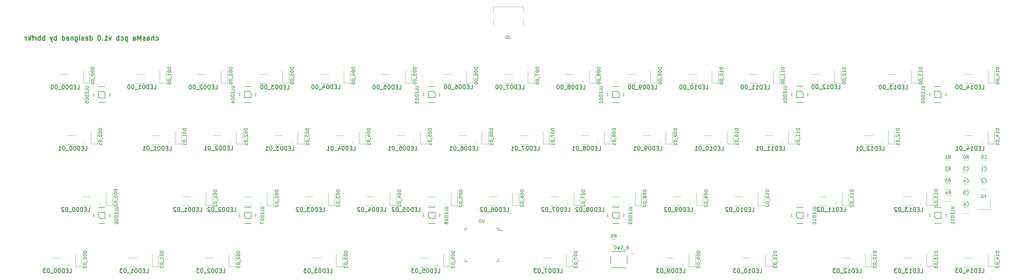
<source format=gbr>
%TF.GenerationSoftware,KiCad,Pcbnew,(6.0.9)*%
%TF.CreationDate,2022-12-31T14:12:08+09:00*%
%TF.ProjectId,chasma,63686173-6d61-42e6-9b69-6361645f7063,rev?*%
%TF.SameCoordinates,Original*%
%TF.FileFunction,Legend,Bot*%
%TF.FilePolarity,Positive*%
%FSLAX46Y46*%
G04 Gerber Fmt 4.6, Leading zero omitted, Abs format (unit mm)*
G04 Created by KiCad (PCBNEW (6.0.9)) date 2022-12-31 14:12:08*
%MOMM*%
%LPD*%
G01*
G04 APERTURE LIST*
%ADD10C,0.300000*%
%ADD11C,0.254000*%
%ADD12C,0.150000*%
%ADD13C,0.100000*%
%ADD14C,0.200000*%
%ADD15C,0.120000*%
%ADD16C,0.127000*%
G04 APERTURE END LIST*
D10*
X96417857Y-115957142D02*
X96560714Y-116028571D01*
X96846428Y-116028571D01*
X96989285Y-115957142D01*
X97060714Y-115885714D01*
X97132142Y-115742857D01*
X97132142Y-115314285D01*
X97060714Y-115171428D01*
X96989285Y-115100000D01*
X96846428Y-115028571D01*
X96560714Y-115028571D01*
X96417857Y-115100000D01*
X95775000Y-116028571D02*
X95775000Y-114528571D01*
X95132142Y-116028571D02*
X95132142Y-115242857D01*
X95203571Y-115100000D01*
X95346428Y-115028571D01*
X95560714Y-115028571D01*
X95703571Y-115100000D01*
X95775000Y-115171428D01*
X93775000Y-116028571D02*
X93775000Y-115242857D01*
X93846428Y-115100000D01*
X93989285Y-115028571D01*
X94275000Y-115028571D01*
X94417857Y-115100000D01*
X93775000Y-115957142D02*
X93917857Y-116028571D01*
X94275000Y-116028571D01*
X94417857Y-115957142D01*
X94489285Y-115814285D01*
X94489285Y-115671428D01*
X94417857Y-115528571D01*
X94275000Y-115457142D01*
X93917857Y-115457142D01*
X93775000Y-115385714D01*
X93132142Y-115957142D02*
X92989285Y-116028571D01*
X92703571Y-116028571D01*
X92560714Y-115957142D01*
X92489285Y-115814285D01*
X92489285Y-115742857D01*
X92560714Y-115600000D01*
X92703571Y-115528571D01*
X92917857Y-115528571D01*
X93060714Y-115457142D01*
X93132142Y-115314285D01*
X93132142Y-115242857D01*
X93060714Y-115100000D01*
X92917857Y-115028571D01*
X92703571Y-115028571D01*
X92560714Y-115100000D01*
X91846428Y-116028571D02*
X91846428Y-114528571D01*
X91346428Y-115600000D01*
X90846428Y-114528571D01*
X90846428Y-116028571D01*
X89489285Y-116028571D02*
X89489285Y-115242857D01*
X89560714Y-115100000D01*
X89703571Y-115028571D01*
X89989285Y-115028571D01*
X90132142Y-115100000D01*
X89489285Y-115957142D02*
X89632142Y-116028571D01*
X89989285Y-116028571D01*
X90132142Y-115957142D01*
X90203571Y-115814285D01*
X90203571Y-115671428D01*
X90132142Y-115528571D01*
X89989285Y-115457142D01*
X89632142Y-115457142D01*
X89489285Y-115385714D01*
X87632142Y-115028571D02*
X87632142Y-116528571D01*
X87632142Y-115100000D02*
X87489285Y-115028571D01*
X87203571Y-115028571D01*
X87060714Y-115100000D01*
X86989285Y-115171428D01*
X86917857Y-115314285D01*
X86917857Y-115742857D01*
X86989285Y-115885714D01*
X87060714Y-115957142D01*
X87203571Y-116028571D01*
X87489285Y-116028571D01*
X87632142Y-115957142D01*
X85632142Y-115957142D02*
X85775000Y-116028571D01*
X86060714Y-116028571D01*
X86203571Y-115957142D01*
X86275000Y-115885714D01*
X86346428Y-115742857D01*
X86346428Y-115314285D01*
X86275000Y-115171428D01*
X86203571Y-115100000D01*
X86060714Y-115028571D01*
X85775000Y-115028571D01*
X85632142Y-115100000D01*
X84989285Y-116028571D02*
X84989285Y-114528571D01*
X84989285Y-115100000D02*
X84846428Y-115028571D01*
X84560714Y-115028571D01*
X84417857Y-115100000D01*
X84346428Y-115171428D01*
X84275000Y-115314285D01*
X84275000Y-115742857D01*
X84346428Y-115885714D01*
X84417857Y-115957142D01*
X84560714Y-116028571D01*
X84846428Y-116028571D01*
X84989285Y-115957142D01*
X82632142Y-115028571D02*
X82275000Y-116028571D01*
X81917857Y-115028571D01*
X80560714Y-116028571D02*
X81417857Y-116028571D01*
X80989285Y-116028571D02*
X80989285Y-114528571D01*
X81132142Y-114742857D01*
X81275000Y-114885714D01*
X81417857Y-114957142D01*
X79917857Y-115885714D02*
X79846428Y-115957142D01*
X79917857Y-116028571D01*
X79989285Y-115957142D01*
X79917857Y-115885714D01*
X79917857Y-116028571D01*
X78917857Y-114528571D02*
X78775000Y-114528571D01*
X78632142Y-114600000D01*
X78560714Y-114671428D01*
X78489285Y-114814285D01*
X78417857Y-115100000D01*
X78417857Y-115457142D01*
X78489285Y-115742857D01*
X78560714Y-115885714D01*
X78632142Y-115957142D01*
X78775000Y-116028571D01*
X78917857Y-116028571D01*
X79060714Y-115957142D01*
X79132142Y-115885714D01*
X79203571Y-115742857D01*
X79275000Y-115457142D01*
X79275000Y-115100000D01*
X79203571Y-114814285D01*
X79132142Y-114671428D01*
X79060714Y-114600000D01*
X78917857Y-114528571D01*
X75989285Y-116028571D02*
X75989285Y-114528571D01*
X75989285Y-115957142D02*
X76132142Y-116028571D01*
X76417857Y-116028571D01*
X76560714Y-115957142D01*
X76632142Y-115885714D01*
X76703571Y-115742857D01*
X76703571Y-115314285D01*
X76632142Y-115171428D01*
X76560714Y-115100000D01*
X76417857Y-115028571D01*
X76132142Y-115028571D01*
X75989285Y-115100000D01*
X74703571Y-115957142D02*
X74846428Y-116028571D01*
X75132142Y-116028571D01*
X75275000Y-115957142D01*
X75346428Y-115814285D01*
X75346428Y-115242857D01*
X75275000Y-115100000D01*
X75132142Y-115028571D01*
X74846428Y-115028571D01*
X74703571Y-115100000D01*
X74632142Y-115242857D01*
X74632142Y-115385714D01*
X75346428Y-115528571D01*
X74060714Y-115957142D02*
X73917857Y-116028571D01*
X73632142Y-116028571D01*
X73489285Y-115957142D01*
X73417857Y-115814285D01*
X73417857Y-115742857D01*
X73489285Y-115600000D01*
X73632142Y-115528571D01*
X73846428Y-115528571D01*
X73989285Y-115457142D01*
X74060714Y-115314285D01*
X74060714Y-115242857D01*
X73989285Y-115100000D01*
X73846428Y-115028571D01*
X73632142Y-115028571D01*
X73489285Y-115100000D01*
X72775000Y-116028571D02*
X72775000Y-115028571D01*
X72775000Y-114528571D02*
X72846428Y-114600000D01*
X72775000Y-114671428D01*
X72703571Y-114600000D01*
X72775000Y-114528571D01*
X72775000Y-114671428D01*
X71417857Y-115028571D02*
X71417857Y-116242857D01*
X71489285Y-116385714D01*
X71560714Y-116457142D01*
X71703571Y-116528571D01*
X71917857Y-116528571D01*
X72060714Y-116457142D01*
X71417857Y-115957142D02*
X71560714Y-116028571D01*
X71846428Y-116028571D01*
X71989285Y-115957142D01*
X72060714Y-115885714D01*
X72132142Y-115742857D01*
X72132142Y-115314285D01*
X72060714Y-115171428D01*
X71989285Y-115100000D01*
X71846428Y-115028571D01*
X71560714Y-115028571D01*
X71417857Y-115100000D01*
X70703571Y-115028571D02*
X70703571Y-116028571D01*
X70703571Y-115171428D02*
X70632142Y-115100000D01*
X70489285Y-115028571D01*
X70275000Y-115028571D01*
X70132142Y-115100000D01*
X70060714Y-115242857D01*
X70060714Y-116028571D01*
X68775000Y-115957142D02*
X68917857Y-116028571D01*
X69203571Y-116028571D01*
X69346428Y-115957142D01*
X69417857Y-115814285D01*
X69417857Y-115242857D01*
X69346428Y-115100000D01*
X69203571Y-115028571D01*
X68917857Y-115028571D01*
X68775000Y-115100000D01*
X68703571Y-115242857D01*
X68703571Y-115385714D01*
X69417857Y-115528571D01*
X67417857Y-116028571D02*
X67417857Y-114528571D01*
X67417857Y-115957142D02*
X67560714Y-116028571D01*
X67846428Y-116028571D01*
X67989285Y-115957142D01*
X68060714Y-115885714D01*
X68132142Y-115742857D01*
X68132142Y-115314285D01*
X68060714Y-115171428D01*
X67989285Y-115100000D01*
X67846428Y-115028571D01*
X67560714Y-115028571D01*
X67417857Y-115100000D01*
X65560714Y-116028571D02*
X65560714Y-114528571D01*
X65560714Y-115100000D02*
X65417857Y-115028571D01*
X65132142Y-115028571D01*
X64989285Y-115100000D01*
X64917857Y-115171428D01*
X64846428Y-115314285D01*
X64846428Y-115742857D01*
X64917857Y-115885714D01*
X64989285Y-115957142D01*
X65132142Y-116028571D01*
X65417857Y-116028571D01*
X65560714Y-115957142D01*
X64346428Y-115028571D02*
X63989285Y-116028571D01*
X63632142Y-115028571D02*
X63989285Y-116028571D01*
X64132142Y-116385714D01*
X64203571Y-116457142D01*
X64346428Y-116528571D01*
X61917857Y-116028571D02*
X61917857Y-114528571D01*
X61917857Y-115100000D02*
X61775000Y-115028571D01*
X61489285Y-115028571D01*
X61346428Y-115100000D01*
X61275000Y-115171428D01*
X61203571Y-115314285D01*
X61203571Y-115742857D01*
X61275000Y-115885714D01*
X61346428Y-115957142D01*
X61489285Y-116028571D01*
X61775000Y-116028571D01*
X61917857Y-115957142D01*
X60560714Y-116028571D02*
X60560714Y-114528571D01*
X60560714Y-115100000D02*
X60417857Y-115028571D01*
X60132142Y-115028571D01*
X59989285Y-115100000D01*
X59917857Y-115171428D01*
X59846428Y-115314285D01*
X59846428Y-115742857D01*
X59917857Y-115885714D01*
X59989285Y-115957142D01*
X60132142Y-116028571D01*
X60417857Y-116028571D01*
X60560714Y-115957142D01*
X59203571Y-116028571D02*
X59203571Y-115028571D01*
X59203571Y-115314285D02*
X59132142Y-115171428D01*
X59060714Y-115100000D01*
X58917857Y-115028571D01*
X58775000Y-115028571D01*
X58489285Y-115028571D02*
X57917857Y-115028571D01*
X58275000Y-116028571D02*
X58275000Y-114742857D01*
X58203571Y-114600000D01*
X58060714Y-114528571D01*
X57917857Y-114528571D01*
X57417857Y-116028571D02*
X57417857Y-114528571D01*
X57275000Y-115457142D02*
X56846428Y-116028571D01*
X56846428Y-115028571D02*
X57417857Y-115600000D01*
X56203571Y-116028571D02*
X56203571Y-115028571D01*
X56203571Y-115314285D02*
X56132142Y-115171428D01*
X56060714Y-115100000D01*
X55917857Y-115028571D01*
X55775000Y-115028571D01*
D11*
%TO.C,LED02_01*%
X119569285Y-150149523D02*
X120174047Y-150149523D01*
X120174047Y-148879523D01*
X119145952Y-149484285D02*
X118722619Y-149484285D01*
X118541190Y-150149523D02*
X119145952Y-150149523D01*
X119145952Y-148879523D01*
X118541190Y-148879523D01*
X117996904Y-150149523D02*
X117996904Y-148879523D01*
X117694523Y-148879523D01*
X117513095Y-148940000D01*
X117392142Y-149060952D01*
X117331666Y-149181904D01*
X117271190Y-149423809D01*
X117271190Y-149605238D01*
X117331666Y-149847142D01*
X117392142Y-149968095D01*
X117513095Y-150089047D01*
X117694523Y-150149523D01*
X117996904Y-150149523D01*
X116485000Y-148879523D02*
X116364047Y-148879523D01*
X116243095Y-148940000D01*
X116182619Y-149000476D01*
X116122142Y-149121428D01*
X116061666Y-149363333D01*
X116061666Y-149665714D01*
X116122142Y-149907619D01*
X116182619Y-150028571D01*
X116243095Y-150089047D01*
X116364047Y-150149523D01*
X116485000Y-150149523D01*
X116605952Y-150089047D01*
X116666428Y-150028571D01*
X116726904Y-149907619D01*
X116787380Y-149665714D01*
X116787380Y-149363333D01*
X116726904Y-149121428D01*
X116666428Y-149000476D01*
X116605952Y-148940000D01*
X116485000Y-148879523D01*
X115577857Y-149000476D02*
X115517380Y-148940000D01*
X115396428Y-148879523D01*
X115094047Y-148879523D01*
X114973095Y-148940000D01*
X114912619Y-149000476D01*
X114852142Y-149121428D01*
X114852142Y-149242380D01*
X114912619Y-149423809D01*
X115638333Y-150149523D01*
X114852142Y-150149523D01*
X114610238Y-150270476D02*
X113642619Y-150270476D01*
X113098333Y-148879523D02*
X112977380Y-148879523D01*
X112856428Y-148940000D01*
X112795952Y-149000476D01*
X112735476Y-149121428D01*
X112675000Y-149363333D01*
X112675000Y-149665714D01*
X112735476Y-149907619D01*
X112795952Y-150028571D01*
X112856428Y-150089047D01*
X112977380Y-150149523D01*
X113098333Y-150149523D01*
X113219285Y-150089047D01*
X113279761Y-150028571D01*
X113340238Y-149907619D01*
X113400714Y-149665714D01*
X113400714Y-149363333D01*
X113340238Y-149121428D01*
X113279761Y-149000476D01*
X113219285Y-148940000D01*
X113098333Y-148879523D01*
X111465476Y-150149523D02*
X112191190Y-150149523D01*
X111828333Y-150149523D02*
X111828333Y-148879523D01*
X111949285Y-149060952D01*
X112070238Y-149181904D01*
X112191190Y-149242380D01*
%TO.C,LED08_01*%
X233844285Y-150174523D02*
X234449047Y-150174523D01*
X234449047Y-148904523D01*
X233420952Y-149509285D02*
X232997619Y-149509285D01*
X232816190Y-150174523D02*
X233420952Y-150174523D01*
X233420952Y-148904523D01*
X232816190Y-148904523D01*
X232271904Y-150174523D02*
X232271904Y-148904523D01*
X231969523Y-148904523D01*
X231788095Y-148965000D01*
X231667142Y-149085952D01*
X231606666Y-149206904D01*
X231546190Y-149448809D01*
X231546190Y-149630238D01*
X231606666Y-149872142D01*
X231667142Y-149993095D01*
X231788095Y-150114047D01*
X231969523Y-150174523D01*
X232271904Y-150174523D01*
X230760000Y-148904523D02*
X230639047Y-148904523D01*
X230518095Y-148965000D01*
X230457619Y-149025476D01*
X230397142Y-149146428D01*
X230336666Y-149388333D01*
X230336666Y-149690714D01*
X230397142Y-149932619D01*
X230457619Y-150053571D01*
X230518095Y-150114047D01*
X230639047Y-150174523D01*
X230760000Y-150174523D01*
X230880952Y-150114047D01*
X230941428Y-150053571D01*
X231001904Y-149932619D01*
X231062380Y-149690714D01*
X231062380Y-149388333D01*
X231001904Y-149146428D01*
X230941428Y-149025476D01*
X230880952Y-148965000D01*
X230760000Y-148904523D01*
X229610952Y-149448809D02*
X229731904Y-149388333D01*
X229792380Y-149327857D01*
X229852857Y-149206904D01*
X229852857Y-149146428D01*
X229792380Y-149025476D01*
X229731904Y-148965000D01*
X229610952Y-148904523D01*
X229369047Y-148904523D01*
X229248095Y-148965000D01*
X229187619Y-149025476D01*
X229127142Y-149146428D01*
X229127142Y-149206904D01*
X229187619Y-149327857D01*
X229248095Y-149388333D01*
X229369047Y-149448809D01*
X229610952Y-149448809D01*
X229731904Y-149509285D01*
X229792380Y-149569761D01*
X229852857Y-149690714D01*
X229852857Y-149932619D01*
X229792380Y-150053571D01*
X229731904Y-150114047D01*
X229610952Y-150174523D01*
X229369047Y-150174523D01*
X229248095Y-150114047D01*
X229187619Y-150053571D01*
X229127142Y-149932619D01*
X229127142Y-149690714D01*
X229187619Y-149569761D01*
X229248095Y-149509285D01*
X229369047Y-149448809D01*
X228885238Y-150295476D02*
X227917619Y-150295476D01*
X227373333Y-148904523D02*
X227252380Y-148904523D01*
X227131428Y-148965000D01*
X227070952Y-149025476D01*
X227010476Y-149146428D01*
X226950000Y-149388333D01*
X226950000Y-149690714D01*
X227010476Y-149932619D01*
X227070952Y-150053571D01*
X227131428Y-150114047D01*
X227252380Y-150174523D01*
X227373333Y-150174523D01*
X227494285Y-150114047D01*
X227554761Y-150053571D01*
X227615238Y-149932619D01*
X227675714Y-149690714D01*
X227675714Y-149388333D01*
X227615238Y-149146428D01*
X227554761Y-149025476D01*
X227494285Y-148965000D01*
X227373333Y-148904523D01*
X225740476Y-150174523D02*
X226466190Y-150174523D01*
X226103333Y-150174523D02*
X226103333Y-148904523D01*
X226224285Y-149085952D01*
X226345238Y-149206904D01*
X226466190Y-149267380D01*
%TO.C,LED13_02*%
X333894285Y-169224523D02*
X334499047Y-169224523D01*
X334499047Y-167954523D01*
X333470952Y-168559285D02*
X333047619Y-168559285D01*
X332866190Y-169224523D02*
X333470952Y-169224523D01*
X333470952Y-167954523D01*
X332866190Y-167954523D01*
X332321904Y-169224523D02*
X332321904Y-167954523D01*
X332019523Y-167954523D01*
X331838095Y-168015000D01*
X331717142Y-168135952D01*
X331656666Y-168256904D01*
X331596190Y-168498809D01*
X331596190Y-168680238D01*
X331656666Y-168922142D01*
X331717142Y-169043095D01*
X331838095Y-169164047D01*
X332019523Y-169224523D01*
X332321904Y-169224523D01*
X330386666Y-169224523D02*
X331112380Y-169224523D01*
X330749523Y-169224523D02*
X330749523Y-167954523D01*
X330870476Y-168135952D01*
X330991428Y-168256904D01*
X331112380Y-168317380D01*
X329963333Y-167954523D02*
X329177142Y-167954523D01*
X329600476Y-168438333D01*
X329419047Y-168438333D01*
X329298095Y-168498809D01*
X329237619Y-168559285D01*
X329177142Y-168680238D01*
X329177142Y-168982619D01*
X329237619Y-169103571D01*
X329298095Y-169164047D01*
X329419047Y-169224523D01*
X329781904Y-169224523D01*
X329902857Y-169164047D01*
X329963333Y-169103571D01*
X328935238Y-169345476D02*
X327967619Y-169345476D01*
X327423333Y-167954523D02*
X327302380Y-167954523D01*
X327181428Y-168015000D01*
X327120952Y-168075476D01*
X327060476Y-168196428D01*
X327000000Y-168438333D01*
X327000000Y-168740714D01*
X327060476Y-168982619D01*
X327120952Y-169103571D01*
X327181428Y-169164047D01*
X327302380Y-169224523D01*
X327423333Y-169224523D01*
X327544285Y-169164047D01*
X327604761Y-169103571D01*
X327665238Y-168982619D01*
X327725714Y-168740714D01*
X327725714Y-168438333D01*
X327665238Y-168196428D01*
X327604761Y-168075476D01*
X327544285Y-168015000D01*
X327423333Y-167954523D01*
X326516190Y-168075476D02*
X326455714Y-168015000D01*
X326334761Y-167954523D01*
X326032380Y-167954523D01*
X325911428Y-168015000D01*
X325850952Y-168075476D01*
X325790476Y-168196428D01*
X325790476Y-168317380D01*
X325850952Y-168498809D01*
X326576666Y-169224523D01*
X325790476Y-169224523D01*
%TO.C,LED04_00*%
X152919285Y-131099523D02*
X153524047Y-131099523D01*
X153524047Y-129829523D01*
X152495952Y-130434285D02*
X152072619Y-130434285D01*
X151891190Y-131099523D02*
X152495952Y-131099523D01*
X152495952Y-129829523D01*
X151891190Y-129829523D01*
X151346904Y-131099523D02*
X151346904Y-129829523D01*
X151044523Y-129829523D01*
X150863095Y-129890000D01*
X150742142Y-130010952D01*
X150681666Y-130131904D01*
X150621190Y-130373809D01*
X150621190Y-130555238D01*
X150681666Y-130797142D01*
X150742142Y-130918095D01*
X150863095Y-131039047D01*
X151044523Y-131099523D01*
X151346904Y-131099523D01*
X149835000Y-129829523D02*
X149714047Y-129829523D01*
X149593095Y-129890000D01*
X149532619Y-129950476D01*
X149472142Y-130071428D01*
X149411666Y-130313333D01*
X149411666Y-130615714D01*
X149472142Y-130857619D01*
X149532619Y-130978571D01*
X149593095Y-131039047D01*
X149714047Y-131099523D01*
X149835000Y-131099523D01*
X149955952Y-131039047D01*
X150016428Y-130978571D01*
X150076904Y-130857619D01*
X150137380Y-130615714D01*
X150137380Y-130313333D01*
X150076904Y-130071428D01*
X150016428Y-129950476D01*
X149955952Y-129890000D01*
X149835000Y-129829523D01*
X148323095Y-130252857D02*
X148323095Y-131099523D01*
X148625476Y-129769047D02*
X148927857Y-130676190D01*
X148141666Y-130676190D01*
X147960238Y-131220476D02*
X146992619Y-131220476D01*
X146448333Y-129829523D02*
X146327380Y-129829523D01*
X146206428Y-129890000D01*
X146145952Y-129950476D01*
X146085476Y-130071428D01*
X146025000Y-130313333D01*
X146025000Y-130615714D01*
X146085476Y-130857619D01*
X146145952Y-130978571D01*
X146206428Y-131039047D01*
X146327380Y-131099523D01*
X146448333Y-131099523D01*
X146569285Y-131039047D01*
X146629761Y-130978571D01*
X146690238Y-130857619D01*
X146750714Y-130615714D01*
X146750714Y-130313333D01*
X146690238Y-130071428D01*
X146629761Y-129950476D01*
X146569285Y-129890000D01*
X146448333Y-129829523D01*
X145238809Y-129829523D02*
X145117857Y-129829523D01*
X144996904Y-129890000D01*
X144936428Y-129950476D01*
X144875952Y-130071428D01*
X144815476Y-130313333D01*
X144815476Y-130615714D01*
X144875952Y-130857619D01*
X144936428Y-130978571D01*
X144996904Y-131039047D01*
X145117857Y-131099523D01*
X145238809Y-131099523D01*
X145359761Y-131039047D01*
X145420238Y-130978571D01*
X145480714Y-130857619D01*
X145541190Y-130615714D01*
X145541190Y-130313333D01*
X145480714Y-130071428D01*
X145420238Y-129950476D01*
X145359761Y-129890000D01*
X145238809Y-129829523D01*
%TO.C,LED11_02*%
X309944285Y-169224523D02*
X310549047Y-169224523D01*
X310549047Y-167954523D01*
X309520952Y-168559285D02*
X309097619Y-168559285D01*
X308916190Y-169224523D02*
X309520952Y-169224523D01*
X309520952Y-167954523D01*
X308916190Y-167954523D01*
X308371904Y-169224523D02*
X308371904Y-167954523D01*
X308069523Y-167954523D01*
X307888095Y-168015000D01*
X307767142Y-168135952D01*
X307706666Y-168256904D01*
X307646190Y-168498809D01*
X307646190Y-168680238D01*
X307706666Y-168922142D01*
X307767142Y-169043095D01*
X307888095Y-169164047D01*
X308069523Y-169224523D01*
X308371904Y-169224523D01*
X306436666Y-169224523D02*
X307162380Y-169224523D01*
X306799523Y-169224523D02*
X306799523Y-167954523D01*
X306920476Y-168135952D01*
X307041428Y-168256904D01*
X307162380Y-168317380D01*
X305227142Y-169224523D02*
X305952857Y-169224523D01*
X305590000Y-169224523D02*
X305590000Y-167954523D01*
X305710952Y-168135952D01*
X305831904Y-168256904D01*
X305952857Y-168317380D01*
X304985238Y-169345476D02*
X304017619Y-169345476D01*
X303473333Y-167954523D02*
X303352380Y-167954523D01*
X303231428Y-168015000D01*
X303170952Y-168075476D01*
X303110476Y-168196428D01*
X303050000Y-168438333D01*
X303050000Y-168740714D01*
X303110476Y-168982619D01*
X303170952Y-169103571D01*
X303231428Y-169164047D01*
X303352380Y-169224523D01*
X303473333Y-169224523D01*
X303594285Y-169164047D01*
X303654761Y-169103571D01*
X303715238Y-168982619D01*
X303775714Y-168740714D01*
X303775714Y-168438333D01*
X303715238Y-168196428D01*
X303654761Y-168075476D01*
X303594285Y-168015000D01*
X303473333Y-167954523D01*
X302566190Y-168075476D02*
X302505714Y-168015000D01*
X302384761Y-167954523D01*
X302082380Y-167954523D01*
X301961428Y-168015000D01*
X301900952Y-168075476D01*
X301840476Y-168196428D01*
X301840476Y-168317380D01*
X301900952Y-168498809D01*
X302626666Y-169224523D01*
X301840476Y-169224523D01*
%TO.C,LED03_03*%
X150519285Y-188274523D02*
X151124047Y-188274523D01*
X151124047Y-187004523D01*
X150095952Y-187609285D02*
X149672619Y-187609285D01*
X149491190Y-188274523D02*
X150095952Y-188274523D01*
X150095952Y-187004523D01*
X149491190Y-187004523D01*
X148946904Y-188274523D02*
X148946904Y-187004523D01*
X148644523Y-187004523D01*
X148463095Y-187065000D01*
X148342142Y-187185952D01*
X148281666Y-187306904D01*
X148221190Y-187548809D01*
X148221190Y-187730238D01*
X148281666Y-187972142D01*
X148342142Y-188093095D01*
X148463095Y-188214047D01*
X148644523Y-188274523D01*
X148946904Y-188274523D01*
X147435000Y-187004523D02*
X147314047Y-187004523D01*
X147193095Y-187065000D01*
X147132619Y-187125476D01*
X147072142Y-187246428D01*
X147011666Y-187488333D01*
X147011666Y-187790714D01*
X147072142Y-188032619D01*
X147132619Y-188153571D01*
X147193095Y-188214047D01*
X147314047Y-188274523D01*
X147435000Y-188274523D01*
X147555952Y-188214047D01*
X147616428Y-188153571D01*
X147676904Y-188032619D01*
X147737380Y-187790714D01*
X147737380Y-187488333D01*
X147676904Y-187246428D01*
X147616428Y-187125476D01*
X147555952Y-187065000D01*
X147435000Y-187004523D01*
X146588333Y-187004523D02*
X145802142Y-187004523D01*
X146225476Y-187488333D01*
X146044047Y-187488333D01*
X145923095Y-187548809D01*
X145862619Y-187609285D01*
X145802142Y-187730238D01*
X145802142Y-188032619D01*
X145862619Y-188153571D01*
X145923095Y-188214047D01*
X146044047Y-188274523D01*
X146406904Y-188274523D01*
X146527857Y-188214047D01*
X146588333Y-188153571D01*
X145560238Y-188395476D02*
X144592619Y-188395476D01*
X144048333Y-187004523D02*
X143927380Y-187004523D01*
X143806428Y-187065000D01*
X143745952Y-187125476D01*
X143685476Y-187246428D01*
X143625000Y-187488333D01*
X143625000Y-187790714D01*
X143685476Y-188032619D01*
X143745952Y-188153571D01*
X143806428Y-188214047D01*
X143927380Y-188274523D01*
X144048333Y-188274523D01*
X144169285Y-188214047D01*
X144229761Y-188153571D01*
X144290238Y-188032619D01*
X144350714Y-187790714D01*
X144350714Y-187488333D01*
X144290238Y-187246428D01*
X144229761Y-187125476D01*
X144169285Y-187065000D01*
X144048333Y-187004523D01*
X143201666Y-187004523D02*
X142415476Y-187004523D01*
X142838809Y-187488333D01*
X142657380Y-187488333D01*
X142536428Y-187548809D01*
X142475952Y-187609285D01*
X142415476Y-187730238D01*
X142415476Y-188032619D01*
X142475952Y-188153571D01*
X142536428Y-188214047D01*
X142657380Y-188274523D01*
X143020238Y-188274523D01*
X143141190Y-188214047D01*
X143201666Y-188153571D01*
%TO.C,LED09_00*%
X251269285Y-131124523D02*
X251874047Y-131124523D01*
X251874047Y-129854523D01*
X250845952Y-130459285D02*
X250422619Y-130459285D01*
X250241190Y-131124523D02*
X250845952Y-131124523D01*
X250845952Y-129854523D01*
X250241190Y-129854523D01*
X249696904Y-131124523D02*
X249696904Y-129854523D01*
X249394523Y-129854523D01*
X249213095Y-129915000D01*
X249092142Y-130035952D01*
X249031666Y-130156904D01*
X248971190Y-130398809D01*
X248971190Y-130580238D01*
X249031666Y-130822142D01*
X249092142Y-130943095D01*
X249213095Y-131064047D01*
X249394523Y-131124523D01*
X249696904Y-131124523D01*
X248185000Y-129854523D02*
X248064047Y-129854523D01*
X247943095Y-129915000D01*
X247882619Y-129975476D01*
X247822142Y-130096428D01*
X247761666Y-130338333D01*
X247761666Y-130640714D01*
X247822142Y-130882619D01*
X247882619Y-131003571D01*
X247943095Y-131064047D01*
X248064047Y-131124523D01*
X248185000Y-131124523D01*
X248305952Y-131064047D01*
X248366428Y-131003571D01*
X248426904Y-130882619D01*
X248487380Y-130640714D01*
X248487380Y-130338333D01*
X248426904Y-130096428D01*
X248366428Y-129975476D01*
X248305952Y-129915000D01*
X248185000Y-129854523D01*
X247156904Y-131124523D02*
X246915000Y-131124523D01*
X246794047Y-131064047D01*
X246733571Y-131003571D01*
X246612619Y-130822142D01*
X246552142Y-130580238D01*
X246552142Y-130096428D01*
X246612619Y-129975476D01*
X246673095Y-129915000D01*
X246794047Y-129854523D01*
X247035952Y-129854523D01*
X247156904Y-129915000D01*
X247217380Y-129975476D01*
X247277857Y-130096428D01*
X247277857Y-130398809D01*
X247217380Y-130519761D01*
X247156904Y-130580238D01*
X247035952Y-130640714D01*
X246794047Y-130640714D01*
X246673095Y-130580238D01*
X246612619Y-130519761D01*
X246552142Y-130398809D01*
X246310238Y-131245476D02*
X245342619Y-131245476D01*
X244798333Y-129854523D02*
X244677380Y-129854523D01*
X244556428Y-129915000D01*
X244495952Y-129975476D01*
X244435476Y-130096428D01*
X244375000Y-130338333D01*
X244375000Y-130640714D01*
X244435476Y-130882619D01*
X244495952Y-131003571D01*
X244556428Y-131064047D01*
X244677380Y-131124523D01*
X244798333Y-131124523D01*
X244919285Y-131064047D01*
X244979761Y-131003571D01*
X245040238Y-130882619D01*
X245100714Y-130640714D01*
X245100714Y-130338333D01*
X245040238Y-130096428D01*
X244979761Y-129975476D01*
X244919285Y-129915000D01*
X244798333Y-129854523D01*
X243588809Y-129854523D02*
X243467857Y-129854523D01*
X243346904Y-129915000D01*
X243286428Y-129975476D01*
X243225952Y-130096428D01*
X243165476Y-130338333D01*
X243165476Y-130640714D01*
X243225952Y-130882619D01*
X243286428Y-131003571D01*
X243346904Y-131064047D01*
X243467857Y-131124523D01*
X243588809Y-131124523D01*
X243709761Y-131064047D01*
X243770238Y-131003571D01*
X243830714Y-130882619D01*
X243891190Y-130640714D01*
X243891190Y-130338333D01*
X243830714Y-130096428D01*
X243770238Y-129975476D01*
X243709761Y-129915000D01*
X243588809Y-129854523D01*
%TO.C,LED06_00*%
X194069285Y-131099523D02*
X194674047Y-131099523D01*
X194674047Y-129829523D01*
X193645952Y-130434285D02*
X193222619Y-130434285D01*
X193041190Y-131099523D02*
X193645952Y-131099523D01*
X193645952Y-129829523D01*
X193041190Y-129829523D01*
X192496904Y-131099523D02*
X192496904Y-129829523D01*
X192194523Y-129829523D01*
X192013095Y-129890000D01*
X191892142Y-130010952D01*
X191831666Y-130131904D01*
X191771190Y-130373809D01*
X191771190Y-130555238D01*
X191831666Y-130797142D01*
X191892142Y-130918095D01*
X192013095Y-131039047D01*
X192194523Y-131099523D01*
X192496904Y-131099523D01*
X190985000Y-129829523D02*
X190864047Y-129829523D01*
X190743095Y-129890000D01*
X190682619Y-129950476D01*
X190622142Y-130071428D01*
X190561666Y-130313333D01*
X190561666Y-130615714D01*
X190622142Y-130857619D01*
X190682619Y-130978571D01*
X190743095Y-131039047D01*
X190864047Y-131099523D01*
X190985000Y-131099523D01*
X191105952Y-131039047D01*
X191166428Y-130978571D01*
X191226904Y-130857619D01*
X191287380Y-130615714D01*
X191287380Y-130313333D01*
X191226904Y-130071428D01*
X191166428Y-129950476D01*
X191105952Y-129890000D01*
X190985000Y-129829523D01*
X189473095Y-129829523D02*
X189715000Y-129829523D01*
X189835952Y-129890000D01*
X189896428Y-129950476D01*
X190017380Y-130131904D01*
X190077857Y-130373809D01*
X190077857Y-130857619D01*
X190017380Y-130978571D01*
X189956904Y-131039047D01*
X189835952Y-131099523D01*
X189594047Y-131099523D01*
X189473095Y-131039047D01*
X189412619Y-130978571D01*
X189352142Y-130857619D01*
X189352142Y-130555238D01*
X189412619Y-130434285D01*
X189473095Y-130373809D01*
X189594047Y-130313333D01*
X189835952Y-130313333D01*
X189956904Y-130373809D01*
X190017380Y-130434285D01*
X190077857Y-130555238D01*
X189110238Y-131220476D02*
X188142619Y-131220476D01*
X187598333Y-129829523D02*
X187477380Y-129829523D01*
X187356428Y-129890000D01*
X187295952Y-129950476D01*
X187235476Y-130071428D01*
X187175000Y-130313333D01*
X187175000Y-130615714D01*
X187235476Y-130857619D01*
X187295952Y-130978571D01*
X187356428Y-131039047D01*
X187477380Y-131099523D01*
X187598333Y-131099523D01*
X187719285Y-131039047D01*
X187779761Y-130978571D01*
X187840238Y-130857619D01*
X187900714Y-130615714D01*
X187900714Y-130313333D01*
X187840238Y-130071428D01*
X187779761Y-129950476D01*
X187719285Y-129890000D01*
X187598333Y-129829523D01*
X186388809Y-129829523D02*
X186267857Y-129829523D01*
X186146904Y-129890000D01*
X186086428Y-129950476D01*
X186025952Y-130071428D01*
X185965476Y-130313333D01*
X185965476Y-130615714D01*
X186025952Y-130857619D01*
X186086428Y-130978571D01*
X186146904Y-131039047D01*
X186267857Y-131099523D01*
X186388809Y-131099523D01*
X186509761Y-131039047D01*
X186570238Y-130978571D01*
X186630714Y-130857619D01*
X186691190Y-130615714D01*
X186691190Y-130313333D01*
X186630714Y-130071428D01*
X186570238Y-129950476D01*
X186509761Y-129890000D01*
X186388809Y-129829523D01*
%TO.C,LED14_01*%
X352944285Y-150174523D02*
X353549047Y-150174523D01*
X353549047Y-148904523D01*
X352520952Y-149509285D02*
X352097619Y-149509285D01*
X351916190Y-150174523D02*
X352520952Y-150174523D01*
X352520952Y-148904523D01*
X351916190Y-148904523D01*
X351371904Y-150174523D02*
X351371904Y-148904523D01*
X351069523Y-148904523D01*
X350888095Y-148965000D01*
X350767142Y-149085952D01*
X350706666Y-149206904D01*
X350646190Y-149448809D01*
X350646190Y-149630238D01*
X350706666Y-149872142D01*
X350767142Y-149993095D01*
X350888095Y-150114047D01*
X351069523Y-150174523D01*
X351371904Y-150174523D01*
X349436666Y-150174523D02*
X350162380Y-150174523D01*
X349799523Y-150174523D02*
X349799523Y-148904523D01*
X349920476Y-149085952D01*
X350041428Y-149206904D01*
X350162380Y-149267380D01*
X348348095Y-149327857D02*
X348348095Y-150174523D01*
X348650476Y-148844047D02*
X348952857Y-149751190D01*
X348166666Y-149751190D01*
X347985238Y-150295476D02*
X347017619Y-150295476D01*
X346473333Y-148904523D02*
X346352380Y-148904523D01*
X346231428Y-148965000D01*
X346170952Y-149025476D01*
X346110476Y-149146428D01*
X346050000Y-149388333D01*
X346050000Y-149690714D01*
X346110476Y-149932619D01*
X346170952Y-150053571D01*
X346231428Y-150114047D01*
X346352380Y-150174523D01*
X346473333Y-150174523D01*
X346594285Y-150114047D01*
X346654761Y-150053571D01*
X346715238Y-149932619D01*
X346775714Y-149690714D01*
X346775714Y-149388333D01*
X346715238Y-149146428D01*
X346654761Y-149025476D01*
X346594285Y-148965000D01*
X346473333Y-148904523D01*
X344840476Y-150174523D02*
X345566190Y-150174523D01*
X345203333Y-150174523D02*
X345203333Y-148904523D01*
X345324285Y-149085952D01*
X345445238Y-149206904D01*
X345566190Y-149267380D01*
%TO.C,LED13_00*%
X329144285Y-131124523D02*
X329749047Y-131124523D01*
X329749047Y-129854523D01*
X328720952Y-130459285D02*
X328297619Y-130459285D01*
X328116190Y-131124523D02*
X328720952Y-131124523D01*
X328720952Y-129854523D01*
X328116190Y-129854523D01*
X327571904Y-131124523D02*
X327571904Y-129854523D01*
X327269523Y-129854523D01*
X327088095Y-129915000D01*
X326967142Y-130035952D01*
X326906666Y-130156904D01*
X326846190Y-130398809D01*
X326846190Y-130580238D01*
X326906666Y-130822142D01*
X326967142Y-130943095D01*
X327088095Y-131064047D01*
X327269523Y-131124523D01*
X327571904Y-131124523D01*
X325636666Y-131124523D02*
X326362380Y-131124523D01*
X325999523Y-131124523D02*
X325999523Y-129854523D01*
X326120476Y-130035952D01*
X326241428Y-130156904D01*
X326362380Y-130217380D01*
X325213333Y-129854523D02*
X324427142Y-129854523D01*
X324850476Y-130338333D01*
X324669047Y-130338333D01*
X324548095Y-130398809D01*
X324487619Y-130459285D01*
X324427142Y-130580238D01*
X324427142Y-130882619D01*
X324487619Y-131003571D01*
X324548095Y-131064047D01*
X324669047Y-131124523D01*
X325031904Y-131124523D01*
X325152857Y-131064047D01*
X325213333Y-131003571D01*
X324185238Y-131245476D02*
X323217619Y-131245476D01*
X322673333Y-129854523D02*
X322552380Y-129854523D01*
X322431428Y-129915000D01*
X322370952Y-129975476D01*
X322310476Y-130096428D01*
X322250000Y-130338333D01*
X322250000Y-130640714D01*
X322310476Y-130882619D01*
X322370952Y-131003571D01*
X322431428Y-131064047D01*
X322552380Y-131124523D01*
X322673333Y-131124523D01*
X322794285Y-131064047D01*
X322854761Y-131003571D01*
X322915238Y-130882619D01*
X322975714Y-130640714D01*
X322975714Y-130338333D01*
X322915238Y-130096428D01*
X322854761Y-129975476D01*
X322794285Y-129915000D01*
X322673333Y-129854523D01*
X321463809Y-129854523D02*
X321342857Y-129854523D01*
X321221904Y-129915000D01*
X321161428Y-129975476D01*
X321100952Y-130096428D01*
X321040476Y-130338333D01*
X321040476Y-130640714D01*
X321100952Y-130882619D01*
X321161428Y-131003571D01*
X321221904Y-131064047D01*
X321342857Y-131124523D01*
X321463809Y-131124523D01*
X321584761Y-131064047D01*
X321645238Y-131003571D01*
X321705714Y-130882619D01*
X321766190Y-130640714D01*
X321766190Y-130338333D01*
X321705714Y-130096428D01*
X321645238Y-129975476D01*
X321584761Y-129915000D01*
X321463809Y-129854523D01*
%TO.C,LED01_00*%
X95769285Y-131099523D02*
X96374047Y-131099523D01*
X96374047Y-129829523D01*
X95345952Y-130434285D02*
X94922619Y-130434285D01*
X94741190Y-131099523D02*
X95345952Y-131099523D01*
X95345952Y-129829523D01*
X94741190Y-129829523D01*
X94196904Y-131099523D02*
X94196904Y-129829523D01*
X93894523Y-129829523D01*
X93713095Y-129890000D01*
X93592142Y-130010952D01*
X93531666Y-130131904D01*
X93471190Y-130373809D01*
X93471190Y-130555238D01*
X93531666Y-130797142D01*
X93592142Y-130918095D01*
X93713095Y-131039047D01*
X93894523Y-131099523D01*
X94196904Y-131099523D01*
X92685000Y-129829523D02*
X92564047Y-129829523D01*
X92443095Y-129890000D01*
X92382619Y-129950476D01*
X92322142Y-130071428D01*
X92261666Y-130313333D01*
X92261666Y-130615714D01*
X92322142Y-130857619D01*
X92382619Y-130978571D01*
X92443095Y-131039047D01*
X92564047Y-131099523D01*
X92685000Y-131099523D01*
X92805952Y-131039047D01*
X92866428Y-130978571D01*
X92926904Y-130857619D01*
X92987380Y-130615714D01*
X92987380Y-130313333D01*
X92926904Y-130071428D01*
X92866428Y-129950476D01*
X92805952Y-129890000D01*
X92685000Y-129829523D01*
X91052142Y-131099523D02*
X91777857Y-131099523D01*
X91415000Y-131099523D02*
X91415000Y-129829523D01*
X91535952Y-130010952D01*
X91656904Y-130131904D01*
X91777857Y-130192380D01*
X90810238Y-131220476D02*
X89842619Y-131220476D01*
X89298333Y-129829523D02*
X89177380Y-129829523D01*
X89056428Y-129890000D01*
X88995952Y-129950476D01*
X88935476Y-130071428D01*
X88875000Y-130313333D01*
X88875000Y-130615714D01*
X88935476Y-130857619D01*
X88995952Y-130978571D01*
X89056428Y-131039047D01*
X89177380Y-131099523D01*
X89298333Y-131099523D01*
X89419285Y-131039047D01*
X89479761Y-130978571D01*
X89540238Y-130857619D01*
X89600714Y-130615714D01*
X89600714Y-130313333D01*
X89540238Y-130071428D01*
X89479761Y-129950476D01*
X89419285Y-129890000D01*
X89298333Y-129829523D01*
X88088809Y-129829523D02*
X87967857Y-129829523D01*
X87846904Y-129890000D01*
X87786428Y-129950476D01*
X87725952Y-130071428D01*
X87665476Y-130313333D01*
X87665476Y-130615714D01*
X87725952Y-130857619D01*
X87786428Y-130978571D01*
X87846904Y-131039047D01*
X87967857Y-131099523D01*
X88088809Y-131099523D01*
X88209761Y-131039047D01*
X88270238Y-130978571D01*
X88330714Y-130857619D01*
X88391190Y-130615714D01*
X88391190Y-130313333D01*
X88330714Y-130071428D01*
X88270238Y-129950476D01*
X88209761Y-129890000D01*
X88088809Y-129829523D01*
%TO.C,LED10_02*%
X281494285Y-169224523D02*
X282099047Y-169224523D01*
X282099047Y-167954523D01*
X281070952Y-168559285D02*
X280647619Y-168559285D01*
X280466190Y-169224523D02*
X281070952Y-169224523D01*
X281070952Y-167954523D01*
X280466190Y-167954523D01*
X279921904Y-169224523D02*
X279921904Y-167954523D01*
X279619523Y-167954523D01*
X279438095Y-168015000D01*
X279317142Y-168135952D01*
X279256666Y-168256904D01*
X279196190Y-168498809D01*
X279196190Y-168680238D01*
X279256666Y-168922142D01*
X279317142Y-169043095D01*
X279438095Y-169164047D01*
X279619523Y-169224523D01*
X279921904Y-169224523D01*
X277986666Y-169224523D02*
X278712380Y-169224523D01*
X278349523Y-169224523D02*
X278349523Y-167954523D01*
X278470476Y-168135952D01*
X278591428Y-168256904D01*
X278712380Y-168317380D01*
X277200476Y-167954523D02*
X277079523Y-167954523D01*
X276958571Y-168015000D01*
X276898095Y-168075476D01*
X276837619Y-168196428D01*
X276777142Y-168438333D01*
X276777142Y-168740714D01*
X276837619Y-168982619D01*
X276898095Y-169103571D01*
X276958571Y-169164047D01*
X277079523Y-169224523D01*
X277200476Y-169224523D01*
X277321428Y-169164047D01*
X277381904Y-169103571D01*
X277442380Y-168982619D01*
X277502857Y-168740714D01*
X277502857Y-168438333D01*
X277442380Y-168196428D01*
X277381904Y-168075476D01*
X277321428Y-168015000D01*
X277200476Y-167954523D01*
X276535238Y-169345476D02*
X275567619Y-169345476D01*
X275023333Y-167954523D02*
X274902380Y-167954523D01*
X274781428Y-168015000D01*
X274720952Y-168075476D01*
X274660476Y-168196428D01*
X274600000Y-168438333D01*
X274600000Y-168740714D01*
X274660476Y-168982619D01*
X274720952Y-169103571D01*
X274781428Y-169164047D01*
X274902380Y-169224523D01*
X275023333Y-169224523D01*
X275144285Y-169164047D01*
X275204761Y-169103571D01*
X275265238Y-168982619D01*
X275325714Y-168740714D01*
X275325714Y-168438333D01*
X275265238Y-168196428D01*
X275204761Y-168075476D01*
X275144285Y-168015000D01*
X275023333Y-167954523D01*
X274116190Y-168075476D02*
X274055714Y-168015000D01*
X273934761Y-167954523D01*
X273632380Y-167954523D01*
X273511428Y-168015000D01*
X273450952Y-168075476D01*
X273390476Y-168196428D01*
X273390476Y-168317380D01*
X273450952Y-168498809D01*
X274176666Y-169224523D01*
X273390476Y-169224523D01*
%TO.C,LED12_01*%
X321969285Y-150174523D02*
X322574047Y-150174523D01*
X322574047Y-148904523D01*
X321545952Y-149509285D02*
X321122619Y-149509285D01*
X320941190Y-150174523D02*
X321545952Y-150174523D01*
X321545952Y-148904523D01*
X320941190Y-148904523D01*
X320396904Y-150174523D02*
X320396904Y-148904523D01*
X320094523Y-148904523D01*
X319913095Y-148965000D01*
X319792142Y-149085952D01*
X319731666Y-149206904D01*
X319671190Y-149448809D01*
X319671190Y-149630238D01*
X319731666Y-149872142D01*
X319792142Y-149993095D01*
X319913095Y-150114047D01*
X320094523Y-150174523D01*
X320396904Y-150174523D01*
X318461666Y-150174523D02*
X319187380Y-150174523D01*
X318824523Y-150174523D02*
X318824523Y-148904523D01*
X318945476Y-149085952D01*
X319066428Y-149206904D01*
X319187380Y-149267380D01*
X317977857Y-149025476D02*
X317917380Y-148965000D01*
X317796428Y-148904523D01*
X317494047Y-148904523D01*
X317373095Y-148965000D01*
X317312619Y-149025476D01*
X317252142Y-149146428D01*
X317252142Y-149267380D01*
X317312619Y-149448809D01*
X318038333Y-150174523D01*
X317252142Y-150174523D01*
X317010238Y-150295476D02*
X316042619Y-150295476D01*
X315498333Y-148904523D02*
X315377380Y-148904523D01*
X315256428Y-148965000D01*
X315195952Y-149025476D01*
X315135476Y-149146428D01*
X315075000Y-149388333D01*
X315075000Y-149690714D01*
X315135476Y-149932619D01*
X315195952Y-150053571D01*
X315256428Y-150114047D01*
X315377380Y-150174523D01*
X315498333Y-150174523D01*
X315619285Y-150114047D01*
X315679761Y-150053571D01*
X315740238Y-149932619D01*
X315800714Y-149690714D01*
X315800714Y-149388333D01*
X315740238Y-149146428D01*
X315679761Y-149025476D01*
X315619285Y-148965000D01*
X315498333Y-148904523D01*
X313865476Y-150174523D02*
X314591190Y-150174523D01*
X314228333Y-150174523D02*
X314228333Y-148904523D01*
X314349285Y-149085952D01*
X314470238Y-149206904D01*
X314591190Y-149267380D01*
%TO.C,LED11_00*%
X286269285Y-131124523D02*
X286874047Y-131124523D01*
X286874047Y-129854523D01*
X285845952Y-130459285D02*
X285422619Y-130459285D01*
X285241190Y-131124523D02*
X285845952Y-131124523D01*
X285845952Y-129854523D01*
X285241190Y-129854523D01*
X284696904Y-131124523D02*
X284696904Y-129854523D01*
X284394523Y-129854523D01*
X284213095Y-129915000D01*
X284092142Y-130035952D01*
X284031666Y-130156904D01*
X283971190Y-130398809D01*
X283971190Y-130580238D01*
X284031666Y-130822142D01*
X284092142Y-130943095D01*
X284213095Y-131064047D01*
X284394523Y-131124523D01*
X284696904Y-131124523D01*
X282761666Y-131124523D02*
X283487380Y-131124523D01*
X283124523Y-131124523D02*
X283124523Y-129854523D01*
X283245476Y-130035952D01*
X283366428Y-130156904D01*
X283487380Y-130217380D01*
X281552142Y-131124523D02*
X282277857Y-131124523D01*
X281915000Y-131124523D02*
X281915000Y-129854523D01*
X282035952Y-130035952D01*
X282156904Y-130156904D01*
X282277857Y-130217380D01*
X281310238Y-131245476D02*
X280342619Y-131245476D01*
X279798333Y-129854523D02*
X279677380Y-129854523D01*
X279556428Y-129915000D01*
X279495952Y-129975476D01*
X279435476Y-130096428D01*
X279375000Y-130338333D01*
X279375000Y-130640714D01*
X279435476Y-130882619D01*
X279495952Y-131003571D01*
X279556428Y-131064047D01*
X279677380Y-131124523D01*
X279798333Y-131124523D01*
X279919285Y-131064047D01*
X279979761Y-131003571D01*
X280040238Y-130882619D01*
X280100714Y-130640714D01*
X280100714Y-130338333D01*
X280040238Y-130096428D01*
X279979761Y-129975476D01*
X279919285Y-129915000D01*
X279798333Y-129854523D01*
X278588809Y-129854523D02*
X278467857Y-129854523D01*
X278346904Y-129915000D01*
X278286428Y-129975476D01*
X278225952Y-130096428D01*
X278165476Y-130338333D01*
X278165476Y-130640714D01*
X278225952Y-130882619D01*
X278286428Y-131003571D01*
X278346904Y-131064047D01*
X278467857Y-131124523D01*
X278588809Y-131124523D01*
X278709761Y-131064047D01*
X278770238Y-131003571D01*
X278830714Y-130882619D01*
X278891190Y-130640714D01*
X278891190Y-130338333D01*
X278830714Y-130096428D01*
X278770238Y-129975476D01*
X278709761Y-129915000D01*
X278588809Y-129854523D01*
%TO.C,LED09_01*%
X252919285Y-150174523D02*
X253524047Y-150174523D01*
X253524047Y-148904523D01*
X252495952Y-149509285D02*
X252072619Y-149509285D01*
X251891190Y-150174523D02*
X252495952Y-150174523D01*
X252495952Y-148904523D01*
X251891190Y-148904523D01*
X251346904Y-150174523D02*
X251346904Y-148904523D01*
X251044523Y-148904523D01*
X250863095Y-148965000D01*
X250742142Y-149085952D01*
X250681666Y-149206904D01*
X250621190Y-149448809D01*
X250621190Y-149630238D01*
X250681666Y-149872142D01*
X250742142Y-149993095D01*
X250863095Y-150114047D01*
X251044523Y-150174523D01*
X251346904Y-150174523D01*
X249835000Y-148904523D02*
X249714047Y-148904523D01*
X249593095Y-148965000D01*
X249532619Y-149025476D01*
X249472142Y-149146428D01*
X249411666Y-149388333D01*
X249411666Y-149690714D01*
X249472142Y-149932619D01*
X249532619Y-150053571D01*
X249593095Y-150114047D01*
X249714047Y-150174523D01*
X249835000Y-150174523D01*
X249955952Y-150114047D01*
X250016428Y-150053571D01*
X250076904Y-149932619D01*
X250137380Y-149690714D01*
X250137380Y-149388333D01*
X250076904Y-149146428D01*
X250016428Y-149025476D01*
X249955952Y-148965000D01*
X249835000Y-148904523D01*
X248806904Y-150174523D02*
X248565000Y-150174523D01*
X248444047Y-150114047D01*
X248383571Y-150053571D01*
X248262619Y-149872142D01*
X248202142Y-149630238D01*
X248202142Y-149146428D01*
X248262619Y-149025476D01*
X248323095Y-148965000D01*
X248444047Y-148904523D01*
X248685952Y-148904523D01*
X248806904Y-148965000D01*
X248867380Y-149025476D01*
X248927857Y-149146428D01*
X248927857Y-149448809D01*
X248867380Y-149569761D01*
X248806904Y-149630238D01*
X248685952Y-149690714D01*
X248444047Y-149690714D01*
X248323095Y-149630238D01*
X248262619Y-149569761D01*
X248202142Y-149448809D01*
X247960238Y-150295476D02*
X246992619Y-150295476D01*
X246448333Y-148904523D02*
X246327380Y-148904523D01*
X246206428Y-148965000D01*
X246145952Y-149025476D01*
X246085476Y-149146428D01*
X246025000Y-149388333D01*
X246025000Y-149690714D01*
X246085476Y-149932619D01*
X246145952Y-150053571D01*
X246206428Y-150114047D01*
X246327380Y-150174523D01*
X246448333Y-150174523D01*
X246569285Y-150114047D01*
X246629761Y-150053571D01*
X246690238Y-149932619D01*
X246750714Y-149690714D01*
X246750714Y-149388333D01*
X246690238Y-149146428D01*
X246629761Y-149025476D01*
X246569285Y-148965000D01*
X246448333Y-148904523D01*
X244815476Y-150174523D02*
X245541190Y-150174523D01*
X245178333Y-150174523D02*
X245178333Y-148904523D01*
X245299285Y-149085952D01*
X245420238Y-149206904D01*
X245541190Y-149267380D01*
%TO.C,LED02_02*%
X120619285Y-169224523D02*
X121224047Y-169224523D01*
X121224047Y-167954523D01*
X120195952Y-168559285D02*
X119772619Y-168559285D01*
X119591190Y-169224523D02*
X120195952Y-169224523D01*
X120195952Y-167954523D01*
X119591190Y-167954523D01*
X119046904Y-169224523D02*
X119046904Y-167954523D01*
X118744523Y-167954523D01*
X118563095Y-168015000D01*
X118442142Y-168135952D01*
X118381666Y-168256904D01*
X118321190Y-168498809D01*
X118321190Y-168680238D01*
X118381666Y-168922142D01*
X118442142Y-169043095D01*
X118563095Y-169164047D01*
X118744523Y-169224523D01*
X119046904Y-169224523D01*
X117535000Y-167954523D02*
X117414047Y-167954523D01*
X117293095Y-168015000D01*
X117232619Y-168075476D01*
X117172142Y-168196428D01*
X117111666Y-168438333D01*
X117111666Y-168740714D01*
X117172142Y-168982619D01*
X117232619Y-169103571D01*
X117293095Y-169164047D01*
X117414047Y-169224523D01*
X117535000Y-169224523D01*
X117655952Y-169164047D01*
X117716428Y-169103571D01*
X117776904Y-168982619D01*
X117837380Y-168740714D01*
X117837380Y-168438333D01*
X117776904Y-168196428D01*
X117716428Y-168075476D01*
X117655952Y-168015000D01*
X117535000Y-167954523D01*
X116627857Y-168075476D02*
X116567380Y-168015000D01*
X116446428Y-167954523D01*
X116144047Y-167954523D01*
X116023095Y-168015000D01*
X115962619Y-168075476D01*
X115902142Y-168196428D01*
X115902142Y-168317380D01*
X115962619Y-168498809D01*
X116688333Y-169224523D01*
X115902142Y-169224523D01*
X115660238Y-169345476D02*
X114692619Y-169345476D01*
X114148333Y-167954523D02*
X114027380Y-167954523D01*
X113906428Y-168015000D01*
X113845952Y-168075476D01*
X113785476Y-168196428D01*
X113725000Y-168438333D01*
X113725000Y-168740714D01*
X113785476Y-168982619D01*
X113845952Y-169103571D01*
X113906428Y-169164047D01*
X114027380Y-169224523D01*
X114148333Y-169224523D01*
X114269285Y-169164047D01*
X114329761Y-169103571D01*
X114390238Y-168982619D01*
X114450714Y-168740714D01*
X114450714Y-168438333D01*
X114390238Y-168196428D01*
X114329761Y-168075476D01*
X114269285Y-168015000D01*
X114148333Y-167954523D01*
X113241190Y-168075476D02*
X113180714Y-168015000D01*
X113059761Y-167954523D01*
X112757380Y-167954523D01*
X112636428Y-168015000D01*
X112575952Y-168075476D01*
X112515476Y-168196428D01*
X112515476Y-168317380D01*
X112575952Y-168498809D01*
X113301666Y-169224523D01*
X112515476Y-169224523D01*
%TO.C,LED07_01*%
X214869285Y-150174523D02*
X215474047Y-150174523D01*
X215474047Y-148904523D01*
X214445952Y-149509285D02*
X214022619Y-149509285D01*
X213841190Y-150174523D02*
X214445952Y-150174523D01*
X214445952Y-148904523D01*
X213841190Y-148904523D01*
X213296904Y-150174523D02*
X213296904Y-148904523D01*
X212994523Y-148904523D01*
X212813095Y-148965000D01*
X212692142Y-149085952D01*
X212631666Y-149206904D01*
X212571190Y-149448809D01*
X212571190Y-149630238D01*
X212631666Y-149872142D01*
X212692142Y-149993095D01*
X212813095Y-150114047D01*
X212994523Y-150174523D01*
X213296904Y-150174523D01*
X211785000Y-148904523D02*
X211664047Y-148904523D01*
X211543095Y-148965000D01*
X211482619Y-149025476D01*
X211422142Y-149146428D01*
X211361666Y-149388333D01*
X211361666Y-149690714D01*
X211422142Y-149932619D01*
X211482619Y-150053571D01*
X211543095Y-150114047D01*
X211664047Y-150174523D01*
X211785000Y-150174523D01*
X211905952Y-150114047D01*
X211966428Y-150053571D01*
X212026904Y-149932619D01*
X212087380Y-149690714D01*
X212087380Y-149388333D01*
X212026904Y-149146428D01*
X211966428Y-149025476D01*
X211905952Y-148965000D01*
X211785000Y-148904523D01*
X210938333Y-148904523D02*
X210091666Y-148904523D01*
X210635952Y-150174523D01*
X209910238Y-150295476D02*
X208942619Y-150295476D01*
X208398333Y-148904523D02*
X208277380Y-148904523D01*
X208156428Y-148965000D01*
X208095952Y-149025476D01*
X208035476Y-149146428D01*
X207975000Y-149388333D01*
X207975000Y-149690714D01*
X208035476Y-149932619D01*
X208095952Y-150053571D01*
X208156428Y-150114047D01*
X208277380Y-150174523D01*
X208398333Y-150174523D01*
X208519285Y-150114047D01*
X208579761Y-150053571D01*
X208640238Y-149932619D01*
X208700714Y-149690714D01*
X208700714Y-149388333D01*
X208640238Y-149146428D01*
X208579761Y-149025476D01*
X208519285Y-148965000D01*
X208398333Y-148904523D01*
X206765476Y-150174523D02*
X207491190Y-150174523D01*
X207128333Y-150174523D02*
X207128333Y-148904523D01*
X207249285Y-149085952D01*
X207370238Y-149206904D01*
X207491190Y-149267380D01*
%TO.C,LED00_00*%
X71969285Y-131124523D02*
X72574047Y-131124523D01*
X72574047Y-129854523D01*
X71545952Y-130459285D02*
X71122619Y-130459285D01*
X70941190Y-131124523D02*
X71545952Y-131124523D01*
X71545952Y-129854523D01*
X70941190Y-129854523D01*
X70396904Y-131124523D02*
X70396904Y-129854523D01*
X70094523Y-129854523D01*
X69913095Y-129915000D01*
X69792142Y-130035952D01*
X69731666Y-130156904D01*
X69671190Y-130398809D01*
X69671190Y-130580238D01*
X69731666Y-130822142D01*
X69792142Y-130943095D01*
X69913095Y-131064047D01*
X70094523Y-131124523D01*
X70396904Y-131124523D01*
X68885000Y-129854523D02*
X68764047Y-129854523D01*
X68643095Y-129915000D01*
X68582619Y-129975476D01*
X68522142Y-130096428D01*
X68461666Y-130338333D01*
X68461666Y-130640714D01*
X68522142Y-130882619D01*
X68582619Y-131003571D01*
X68643095Y-131064047D01*
X68764047Y-131124523D01*
X68885000Y-131124523D01*
X69005952Y-131064047D01*
X69066428Y-131003571D01*
X69126904Y-130882619D01*
X69187380Y-130640714D01*
X69187380Y-130338333D01*
X69126904Y-130096428D01*
X69066428Y-129975476D01*
X69005952Y-129915000D01*
X68885000Y-129854523D01*
X67675476Y-129854523D02*
X67554523Y-129854523D01*
X67433571Y-129915000D01*
X67373095Y-129975476D01*
X67312619Y-130096428D01*
X67252142Y-130338333D01*
X67252142Y-130640714D01*
X67312619Y-130882619D01*
X67373095Y-131003571D01*
X67433571Y-131064047D01*
X67554523Y-131124523D01*
X67675476Y-131124523D01*
X67796428Y-131064047D01*
X67856904Y-131003571D01*
X67917380Y-130882619D01*
X67977857Y-130640714D01*
X67977857Y-130338333D01*
X67917380Y-130096428D01*
X67856904Y-129975476D01*
X67796428Y-129915000D01*
X67675476Y-129854523D01*
X67010238Y-131245476D02*
X66042619Y-131245476D01*
X65498333Y-129854523D02*
X65377380Y-129854523D01*
X65256428Y-129915000D01*
X65195952Y-129975476D01*
X65135476Y-130096428D01*
X65075000Y-130338333D01*
X65075000Y-130640714D01*
X65135476Y-130882619D01*
X65195952Y-131003571D01*
X65256428Y-131064047D01*
X65377380Y-131124523D01*
X65498333Y-131124523D01*
X65619285Y-131064047D01*
X65679761Y-131003571D01*
X65740238Y-130882619D01*
X65800714Y-130640714D01*
X65800714Y-130338333D01*
X65740238Y-130096428D01*
X65679761Y-129975476D01*
X65619285Y-129915000D01*
X65498333Y-129854523D01*
X64288809Y-129854523D02*
X64167857Y-129854523D01*
X64046904Y-129915000D01*
X63986428Y-129975476D01*
X63925952Y-130096428D01*
X63865476Y-130338333D01*
X63865476Y-130640714D01*
X63925952Y-130882619D01*
X63986428Y-131003571D01*
X64046904Y-131064047D01*
X64167857Y-131124523D01*
X64288809Y-131124523D01*
X64409761Y-131064047D01*
X64470238Y-131003571D01*
X64530714Y-130882619D01*
X64591190Y-130640714D01*
X64591190Y-130338333D01*
X64530714Y-130096428D01*
X64470238Y-129975476D01*
X64409761Y-129915000D01*
X64288809Y-129854523D01*
%TO.C,LED10_00*%
X267194285Y-131124523D02*
X267799047Y-131124523D01*
X267799047Y-129854523D01*
X266770952Y-130459285D02*
X266347619Y-130459285D01*
X266166190Y-131124523D02*
X266770952Y-131124523D01*
X266770952Y-129854523D01*
X266166190Y-129854523D01*
X265621904Y-131124523D02*
X265621904Y-129854523D01*
X265319523Y-129854523D01*
X265138095Y-129915000D01*
X265017142Y-130035952D01*
X264956666Y-130156904D01*
X264896190Y-130398809D01*
X264896190Y-130580238D01*
X264956666Y-130822142D01*
X265017142Y-130943095D01*
X265138095Y-131064047D01*
X265319523Y-131124523D01*
X265621904Y-131124523D01*
X263686666Y-131124523D02*
X264412380Y-131124523D01*
X264049523Y-131124523D02*
X264049523Y-129854523D01*
X264170476Y-130035952D01*
X264291428Y-130156904D01*
X264412380Y-130217380D01*
X262900476Y-129854523D02*
X262779523Y-129854523D01*
X262658571Y-129915000D01*
X262598095Y-129975476D01*
X262537619Y-130096428D01*
X262477142Y-130338333D01*
X262477142Y-130640714D01*
X262537619Y-130882619D01*
X262598095Y-131003571D01*
X262658571Y-131064047D01*
X262779523Y-131124523D01*
X262900476Y-131124523D01*
X263021428Y-131064047D01*
X263081904Y-131003571D01*
X263142380Y-130882619D01*
X263202857Y-130640714D01*
X263202857Y-130338333D01*
X263142380Y-130096428D01*
X263081904Y-129975476D01*
X263021428Y-129915000D01*
X262900476Y-129854523D01*
X262235238Y-131245476D02*
X261267619Y-131245476D01*
X260723333Y-129854523D02*
X260602380Y-129854523D01*
X260481428Y-129915000D01*
X260420952Y-129975476D01*
X260360476Y-130096428D01*
X260300000Y-130338333D01*
X260300000Y-130640714D01*
X260360476Y-130882619D01*
X260420952Y-131003571D01*
X260481428Y-131064047D01*
X260602380Y-131124523D01*
X260723333Y-131124523D01*
X260844285Y-131064047D01*
X260904761Y-131003571D01*
X260965238Y-130882619D01*
X261025714Y-130640714D01*
X261025714Y-130338333D01*
X260965238Y-130096428D01*
X260904761Y-129975476D01*
X260844285Y-129915000D01*
X260723333Y-129854523D01*
X259513809Y-129854523D02*
X259392857Y-129854523D01*
X259271904Y-129915000D01*
X259211428Y-129975476D01*
X259150952Y-130096428D01*
X259090476Y-130338333D01*
X259090476Y-130640714D01*
X259150952Y-130882619D01*
X259211428Y-131003571D01*
X259271904Y-131064047D01*
X259392857Y-131124523D01*
X259513809Y-131124523D01*
X259634761Y-131064047D01*
X259695238Y-131003571D01*
X259755714Y-130882619D01*
X259816190Y-130640714D01*
X259816190Y-130338333D01*
X259755714Y-130096428D01*
X259695238Y-129975476D01*
X259634761Y-129915000D01*
X259513809Y-129854523D01*
%TO.C,LED02_03*%
X117194285Y-188274523D02*
X117799047Y-188274523D01*
X117799047Y-187004523D01*
X116770952Y-187609285D02*
X116347619Y-187609285D01*
X116166190Y-188274523D02*
X116770952Y-188274523D01*
X116770952Y-187004523D01*
X116166190Y-187004523D01*
X115621904Y-188274523D02*
X115621904Y-187004523D01*
X115319523Y-187004523D01*
X115138095Y-187065000D01*
X115017142Y-187185952D01*
X114956666Y-187306904D01*
X114896190Y-187548809D01*
X114896190Y-187730238D01*
X114956666Y-187972142D01*
X115017142Y-188093095D01*
X115138095Y-188214047D01*
X115319523Y-188274523D01*
X115621904Y-188274523D01*
X114110000Y-187004523D02*
X113989047Y-187004523D01*
X113868095Y-187065000D01*
X113807619Y-187125476D01*
X113747142Y-187246428D01*
X113686666Y-187488333D01*
X113686666Y-187790714D01*
X113747142Y-188032619D01*
X113807619Y-188153571D01*
X113868095Y-188214047D01*
X113989047Y-188274523D01*
X114110000Y-188274523D01*
X114230952Y-188214047D01*
X114291428Y-188153571D01*
X114351904Y-188032619D01*
X114412380Y-187790714D01*
X114412380Y-187488333D01*
X114351904Y-187246428D01*
X114291428Y-187125476D01*
X114230952Y-187065000D01*
X114110000Y-187004523D01*
X113202857Y-187125476D02*
X113142380Y-187065000D01*
X113021428Y-187004523D01*
X112719047Y-187004523D01*
X112598095Y-187065000D01*
X112537619Y-187125476D01*
X112477142Y-187246428D01*
X112477142Y-187367380D01*
X112537619Y-187548809D01*
X113263333Y-188274523D01*
X112477142Y-188274523D01*
X112235238Y-188395476D02*
X111267619Y-188395476D01*
X110723333Y-187004523D02*
X110602380Y-187004523D01*
X110481428Y-187065000D01*
X110420952Y-187125476D01*
X110360476Y-187246428D01*
X110300000Y-187488333D01*
X110300000Y-187790714D01*
X110360476Y-188032619D01*
X110420952Y-188153571D01*
X110481428Y-188214047D01*
X110602380Y-188274523D01*
X110723333Y-188274523D01*
X110844285Y-188214047D01*
X110904761Y-188153571D01*
X110965238Y-188032619D01*
X111025714Y-187790714D01*
X111025714Y-187488333D01*
X110965238Y-187246428D01*
X110904761Y-187125476D01*
X110844285Y-187065000D01*
X110723333Y-187004523D01*
X109876666Y-187004523D02*
X109090476Y-187004523D01*
X109513809Y-187488333D01*
X109332380Y-187488333D01*
X109211428Y-187548809D01*
X109150952Y-187609285D01*
X109090476Y-187730238D01*
X109090476Y-188032619D01*
X109150952Y-188153571D01*
X109211428Y-188214047D01*
X109332380Y-188274523D01*
X109695238Y-188274523D01*
X109816190Y-188214047D01*
X109876666Y-188153571D01*
%TO.C,LED05_03*%
X183919285Y-188274523D02*
X184524047Y-188274523D01*
X184524047Y-187004523D01*
X183495952Y-187609285D02*
X183072619Y-187609285D01*
X182891190Y-188274523D02*
X183495952Y-188274523D01*
X183495952Y-187004523D01*
X182891190Y-187004523D01*
X182346904Y-188274523D02*
X182346904Y-187004523D01*
X182044523Y-187004523D01*
X181863095Y-187065000D01*
X181742142Y-187185952D01*
X181681666Y-187306904D01*
X181621190Y-187548809D01*
X181621190Y-187730238D01*
X181681666Y-187972142D01*
X181742142Y-188093095D01*
X181863095Y-188214047D01*
X182044523Y-188274523D01*
X182346904Y-188274523D01*
X180835000Y-187004523D02*
X180714047Y-187004523D01*
X180593095Y-187065000D01*
X180532619Y-187125476D01*
X180472142Y-187246428D01*
X180411666Y-187488333D01*
X180411666Y-187790714D01*
X180472142Y-188032619D01*
X180532619Y-188153571D01*
X180593095Y-188214047D01*
X180714047Y-188274523D01*
X180835000Y-188274523D01*
X180955952Y-188214047D01*
X181016428Y-188153571D01*
X181076904Y-188032619D01*
X181137380Y-187790714D01*
X181137380Y-187488333D01*
X181076904Y-187246428D01*
X181016428Y-187125476D01*
X180955952Y-187065000D01*
X180835000Y-187004523D01*
X179262619Y-187004523D02*
X179867380Y-187004523D01*
X179927857Y-187609285D01*
X179867380Y-187548809D01*
X179746428Y-187488333D01*
X179444047Y-187488333D01*
X179323095Y-187548809D01*
X179262619Y-187609285D01*
X179202142Y-187730238D01*
X179202142Y-188032619D01*
X179262619Y-188153571D01*
X179323095Y-188214047D01*
X179444047Y-188274523D01*
X179746428Y-188274523D01*
X179867380Y-188214047D01*
X179927857Y-188153571D01*
X178960238Y-188395476D02*
X177992619Y-188395476D01*
X177448333Y-187004523D02*
X177327380Y-187004523D01*
X177206428Y-187065000D01*
X177145952Y-187125476D01*
X177085476Y-187246428D01*
X177025000Y-187488333D01*
X177025000Y-187790714D01*
X177085476Y-188032619D01*
X177145952Y-188153571D01*
X177206428Y-188214047D01*
X177327380Y-188274523D01*
X177448333Y-188274523D01*
X177569285Y-188214047D01*
X177629761Y-188153571D01*
X177690238Y-188032619D01*
X177750714Y-187790714D01*
X177750714Y-187488333D01*
X177690238Y-187246428D01*
X177629761Y-187125476D01*
X177569285Y-187065000D01*
X177448333Y-187004523D01*
X176601666Y-187004523D02*
X175815476Y-187004523D01*
X176238809Y-187488333D01*
X176057380Y-187488333D01*
X175936428Y-187548809D01*
X175875952Y-187609285D01*
X175815476Y-187730238D01*
X175815476Y-188032619D01*
X175875952Y-188153571D01*
X175936428Y-188214047D01*
X176057380Y-188274523D01*
X176420238Y-188274523D01*
X176541190Y-188214047D01*
X176601666Y-188153571D01*
%TO.C,LED10_01*%
X271969285Y-150174523D02*
X272574047Y-150174523D01*
X272574047Y-148904523D01*
X271545952Y-149509285D02*
X271122619Y-149509285D01*
X270941190Y-150174523D02*
X271545952Y-150174523D01*
X271545952Y-148904523D01*
X270941190Y-148904523D01*
X270396904Y-150174523D02*
X270396904Y-148904523D01*
X270094523Y-148904523D01*
X269913095Y-148965000D01*
X269792142Y-149085952D01*
X269731666Y-149206904D01*
X269671190Y-149448809D01*
X269671190Y-149630238D01*
X269731666Y-149872142D01*
X269792142Y-149993095D01*
X269913095Y-150114047D01*
X270094523Y-150174523D01*
X270396904Y-150174523D01*
X268461666Y-150174523D02*
X269187380Y-150174523D01*
X268824523Y-150174523D02*
X268824523Y-148904523D01*
X268945476Y-149085952D01*
X269066428Y-149206904D01*
X269187380Y-149267380D01*
X267675476Y-148904523D02*
X267554523Y-148904523D01*
X267433571Y-148965000D01*
X267373095Y-149025476D01*
X267312619Y-149146428D01*
X267252142Y-149388333D01*
X267252142Y-149690714D01*
X267312619Y-149932619D01*
X267373095Y-150053571D01*
X267433571Y-150114047D01*
X267554523Y-150174523D01*
X267675476Y-150174523D01*
X267796428Y-150114047D01*
X267856904Y-150053571D01*
X267917380Y-149932619D01*
X267977857Y-149690714D01*
X267977857Y-149388333D01*
X267917380Y-149146428D01*
X267856904Y-149025476D01*
X267796428Y-148965000D01*
X267675476Y-148904523D01*
X267010238Y-150295476D02*
X266042619Y-150295476D01*
X265498333Y-148904523D02*
X265377380Y-148904523D01*
X265256428Y-148965000D01*
X265195952Y-149025476D01*
X265135476Y-149146428D01*
X265075000Y-149388333D01*
X265075000Y-149690714D01*
X265135476Y-149932619D01*
X265195952Y-150053571D01*
X265256428Y-150114047D01*
X265377380Y-150174523D01*
X265498333Y-150174523D01*
X265619285Y-150114047D01*
X265679761Y-150053571D01*
X265740238Y-149932619D01*
X265800714Y-149690714D01*
X265800714Y-149388333D01*
X265740238Y-149146428D01*
X265679761Y-149025476D01*
X265619285Y-148965000D01*
X265498333Y-148904523D01*
X263865476Y-150174523D02*
X264591190Y-150174523D01*
X264228333Y-150174523D02*
X264228333Y-148904523D01*
X264349285Y-149085952D01*
X264470238Y-149206904D01*
X264591190Y-149267380D01*
%TO.C,LED00_01*%
X74344285Y-150174523D02*
X74949047Y-150174523D01*
X74949047Y-148904523D01*
X73920952Y-149509285D02*
X73497619Y-149509285D01*
X73316190Y-150174523D02*
X73920952Y-150174523D01*
X73920952Y-148904523D01*
X73316190Y-148904523D01*
X72771904Y-150174523D02*
X72771904Y-148904523D01*
X72469523Y-148904523D01*
X72288095Y-148965000D01*
X72167142Y-149085952D01*
X72106666Y-149206904D01*
X72046190Y-149448809D01*
X72046190Y-149630238D01*
X72106666Y-149872142D01*
X72167142Y-149993095D01*
X72288095Y-150114047D01*
X72469523Y-150174523D01*
X72771904Y-150174523D01*
X71260000Y-148904523D02*
X71139047Y-148904523D01*
X71018095Y-148965000D01*
X70957619Y-149025476D01*
X70897142Y-149146428D01*
X70836666Y-149388333D01*
X70836666Y-149690714D01*
X70897142Y-149932619D01*
X70957619Y-150053571D01*
X71018095Y-150114047D01*
X71139047Y-150174523D01*
X71260000Y-150174523D01*
X71380952Y-150114047D01*
X71441428Y-150053571D01*
X71501904Y-149932619D01*
X71562380Y-149690714D01*
X71562380Y-149388333D01*
X71501904Y-149146428D01*
X71441428Y-149025476D01*
X71380952Y-148965000D01*
X71260000Y-148904523D01*
X70050476Y-148904523D02*
X69929523Y-148904523D01*
X69808571Y-148965000D01*
X69748095Y-149025476D01*
X69687619Y-149146428D01*
X69627142Y-149388333D01*
X69627142Y-149690714D01*
X69687619Y-149932619D01*
X69748095Y-150053571D01*
X69808571Y-150114047D01*
X69929523Y-150174523D01*
X70050476Y-150174523D01*
X70171428Y-150114047D01*
X70231904Y-150053571D01*
X70292380Y-149932619D01*
X70352857Y-149690714D01*
X70352857Y-149388333D01*
X70292380Y-149146428D01*
X70231904Y-149025476D01*
X70171428Y-148965000D01*
X70050476Y-148904523D01*
X69385238Y-150295476D02*
X68417619Y-150295476D01*
X67873333Y-148904523D02*
X67752380Y-148904523D01*
X67631428Y-148965000D01*
X67570952Y-149025476D01*
X67510476Y-149146428D01*
X67450000Y-149388333D01*
X67450000Y-149690714D01*
X67510476Y-149932619D01*
X67570952Y-150053571D01*
X67631428Y-150114047D01*
X67752380Y-150174523D01*
X67873333Y-150174523D01*
X67994285Y-150114047D01*
X68054761Y-150053571D01*
X68115238Y-149932619D01*
X68175714Y-149690714D01*
X68175714Y-149388333D01*
X68115238Y-149146428D01*
X68054761Y-149025476D01*
X67994285Y-148965000D01*
X67873333Y-148904523D01*
X66240476Y-150174523D02*
X66966190Y-150174523D01*
X66603333Y-150174523D02*
X66603333Y-148904523D01*
X66724285Y-149085952D01*
X66845238Y-149206904D01*
X66966190Y-149267380D01*
%TO.C,LED09_03*%
X260069285Y-188274523D02*
X260674047Y-188274523D01*
X260674047Y-187004523D01*
X259645952Y-187609285D02*
X259222619Y-187609285D01*
X259041190Y-188274523D02*
X259645952Y-188274523D01*
X259645952Y-187004523D01*
X259041190Y-187004523D01*
X258496904Y-188274523D02*
X258496904Y-187004523D01*
X258194523Y-187004523D01*
X258013095Y-187065000D01*
X257892142Y-187185952D01*
X257831666Y-187306904D01*
X257771190Y-187548809D01*
X257771190Y-187730238D01*
X257831666Y-187972142D01*
X257892142Y-188093095D01*
X258013095Y-188214047D01*
X258194523Y-188274523D01*
X258496904Y-188274523D01*
X256985000Y-187004523D02*
X256864047Y-187004523D01*
X256743095Y-187065000D01*
X256682619Y-187125476D01*
X256622142Y-187246428D01*
X256561666Y-187488333D01*
X256561666Y-187790714D01*
X256622142Y-188032619D01*
X256682619Y-188153571D01*
X256743095Y-188214047D01*
X256864047Y-188274523D01*
X256985000Y-188274523D01*
X257105952Y-188214047D01*
X257166428Y-188153571D01*
X257226904Y-188032619D01*
X257287380Y-187790714D01*
X257287380Y-187488333D01*
X257226904Y-187246428D01*
X257166428Y-187125476D01*
X257105952Y-187065000D01*
X256985000Y-187004523D01*
X255956904Y-188274523D02*
X255715000Y-188274523D01*
X255594047Y-188214047D01*
X255533571Y-188153571D01*
X255412619Y-187972142D01*
X255352142Y-187730238D01*
X255352142Y-187246428D01*
X255412619Y-187125476D01*
X255473095Y-187065000D01*
X255594047Y-187004523D01*
X255835952Y-187004523D01*
X255956904Y-187065000D01*
X256017380Y-187125476D01*
X256077857Y-187246428D01*
X256077857Y-187548809D01*
X256017380Y-187669761D01*
X255956904Y-187730238D01*
X255835952Y-187790714D01*
X255594047Y-187790714D01*
X255473095Y-187730238D01*
X255412619Y-187669761D01*
X255352142Y-187548809D01*
X255110238Y-188395476D02*
X254142619Y-188395476D01*
X253598333Y-187004523D02*
X253477380Y-187004523D01*
X253356428Y-187065000D01*
X253295952Y-187125476D01*
X253235476Y-187246428D01*
X253175000Y-187488333D01*
X253175000Y-187790714D01*
X253235476Y-188032619D01*
X253295952Y-188153571D01*
X253356428Y-188214047D01*
X253477380Y-188274523D01*
X253598333Y-188274523D01*
X253719285Y-188214047D01*
X253779761Y-188153571D01*
X253840238Y-188032619D01*
X253900714Y-187790714D01*
X253900714Y-187488333D01*
X253840238Y-187246428D01*
X253779761Y-187125476D01*
X253719285Y-187065000D01*
X253598333Y-187004523D01*
X252751666Y-187004523D02*
X251965476Y-187004523D01*
X252388809Y-187488333D01*
X252207380Y-187488333D01*
X252086428Y-187548809D01*
X252025952Y-187609285D01*
X251965476Y-187730238D01*
X251965476Y-188032619D01*
X252025952Y-188153571D01*
X252086428Y-188214047D01*
X252207380Y-188274523D01*
X252570238Y-188274523D01*
X252691190Y-188214047D01*
X252751666Y-188153571D01*
%TO.C,LED04_01*%
X157694285Y-150174523D02*
X158299047Y-150174523D01*
X158299047Y-148904523D01*
X157270952Y-149509285D02*
X156847619Y-149509285D01*
X156666190Y-150174523D02*
X157270952Y-150174523D01*
X157270952Y-148904523D01*
X156666190Y-148904523D01*
X156121904Y-150174523D02*
X156121904Y-148904523D01*
X155819523Y-148904523D01*
X155638095Y-148965000D01*
X155517142Y-149085952D01*
X155456666Y-149206904D01*
X155396190Y-149448809D01*
X155396190Y-149630238D01*
X155456666Y-149872142D01*
X155517142Y-149993095D01*
X155638095Y-150114047D01*
X155819523Y-150174523D01*
X156121904Y-150174523D01*
X154610000Y-148904523D02*
X154489047Y-148904523D01*
X154368095Y-148965000D01*
X154307619Y-149025476D01*
X154247142Y-149146428D01*
X154186666Y-149388333D01*
X154186666Y-149690714D01*
X154247142Y-149932619D01*
X154307619Y-150053571D01*
X154368095Y-150114047D01*
X154489047Y-150174523D01*
X154610000Y-150174523D01*
X154730952Y-150114047D01*
X154791428Y-150053571D01*
X154851904Y-149932619D01*
X154912380Y-149690714D01*
X154912380Y-149388333D01*
X154851904Y-149146428D01*
X154791428Y-149025476D01*
X154730952Y-148965000D01*
X154610000Y-148904523D01*
X153098095Y-149327857D02*
X153098095Y-150174523D01*
X153400476Y-148844047D02*
X153702857Y-149751190D01*
X152916666Y-149751190D01*
X152735238Y-150295476D02*
X151767619Y-150295476D01*
X151223333Y-148904523D02*
X151102380Y-148904523D01*
X150981428Y-148965000D01*
X150920952Y-149025476D01*
X150860476Y-149146428D01*
X150800000Y-149388333D01*
X150800000Y-149690714D01*
X150860476Y-149932619D01*
X150920952Y-150053571D01*
X150981428Y-150114047D01*
X151102380Y-150174523D01*
X151223333Y-150174523D01*
X151344285Y-150114047D01*
X151404761Y-150053571D01*
X151465238Y-149932619D01*
X151525714Y-149690714D01*
X151525714Y-149388333D01*
X151465238Y-149146428D01*
X151404761Y-149025476D01*
X151344285Y-148965000D01*
X151223333Y-148904523D01*
X149590476Y-150174523D02*
X150316190Y-150174523D01*
X149953333Y-150174523D02*
X149953333Y-148904523D01*
X150074285Y-149085952D01*
X150195238Y-149206904D01*
X150316190Y-149267380D01*
%TO.C,LED01_02*%
X110044285Y-169224523D02*
X110649047Y-169224523D01*
X110649047Y-167954523D01*
X109620952Y-168559285D02*
X109197619Y-168559285D01*
X109016190Y-169224523D02*
X109620952Y-169224523D01*
X109620952Y-167954523D01*
X109016190Y-167954523D01*
X108471904Y-169224523D02*
X108471904Y-167954523D01*
X108169523Y-167954523D01*
X107988095Y-168015000D01*
X107867142Y-168135952D01*
X107806666Y-168256904D01*
X107746190Y-168498809D01*
X107746190Y-168680238D01*
X107806666Y-168922142D01*
X107867142Y-169043095D01*
X107988095Y-169164047D01*
X108169523Y-169224523D01*
X108471904Y-169224523D01*
X106960000Y-167954523D02*
X106839047Y-167954523D01*
X106718095Y-168015000D01*
X106657619Y-168075476D01*
X106597142Y-168196428D01*
X106536666Y-168438333D01*
X106536666Y-168740714D01*
X106597142Y-168982619D01*
X106657619Y-169103571D01*
X106718095Y-169164047D01*
X106839047Y-169224523D01*
X106960000Y-169224523D01*
X107080952Y-169164047D01*
X107141428Y-169103571D01*
X107201904Y-168982619D01*
X107262380Y-168740714D01*
X107262380Y-168438333D01*
X107201904Y-168196428D01*
X107141428Y-168075476D01*
X107080952Y-168015000D01*
X106960000Y-167954523D01*
X105327142Y-169224523D02*
X106052857Y-169224523D01*
X105690000Y-169224523D02*
X105690000Y-167954523D01*
X105810952Y-168135952D01*
X105931904Y-168256904D01*
X106052857Y-168317380D01*
X105085238Y-169345476D02*
X104117619Y-169345476D01*
X103573333Y-167954523D02*
X103452380Y-167954523D01*
X103331428Y-168015000D01*
X103270952Y-168075476D01*
X103210476Y-168196428D01*
X103150000Y-168438333D01*
X103150000Y-168740714D01*
X103210476Y-168982619D01*
X103270952Y-169103571D01*
X103331428Y-169164047D01*
X103452380Y-169224523D01*
X103573333Y-169224523D01*
X103694285Y-169164047D01*
X103754761Y-169103571D01*
X103815238Y-168982619D01*
X103875714Y-168740714D01*
X103875714Y-168438333D01*
X103815238Y-168196428D01*
X103754761Y-168075476D01*
X103694285Y-168015000D01*
X103573333Y-167954523D01*
X102666190Y-168075476D02*
X102605714Y-168015000D01*
X102484761Y-167954523D01*
X102182380Y-167954523D01*
X102061428Y-168015000D01*
X102000952Y-168075476D01*
X101940476Y-168196428D01*
X101940476Y-168317380D01*
X102000952Y-168498809D01*
X102726666Y-169224523D01*
X101940476Y-169224523D01*
%TO.C,LED05_02*%
X177869285Y-169249523D02*
X178474047Y-169249523D01*
X178474047Y-167979523D01*
X177445952Y-168584285D02*
X177022619Y-168584285D01*
X176841190Y-169249523D02*
X177445952Y-169249523D01*
X177445952Y-167979523D01*
X176841190Y-167979523D01*
X176296904Y-169249523D02*
X176296904Y-167979523D01*
X175994523Y-167979523D01*
X175813095Y-168040000D01*
X175692142Y-168160952D01*
X175631666Y-168281904D01*
X175571190Y-168523809D01*
X175571190Y-168705238D01*
X175631666Y-168947142D01*
X175692142Y-169068095D01*
X175813095Y-169189047D01*
X175994523Y-169249523D01*
X176296904Y-169249523D01*
X174785000Y-167979523D02*
X174664047Y-167979523D01*
X174543095Y-168040000D01*
X174482619Y-168100476D01*
X174422142Y-168221428D01*
X174361666Y-168463333D01*
X174361666Y-168765714D01*
X174422142Y-169007619D01*
X174482619Y-169128571D01*
X174543095Y-169189047D01*
X174664047Y-169249523D01*
X174785000Y-169249523D01*
X174905952Y-169189047D01*
X174966428Y-169128571D01*
X175026904Y-169007619D01*
X175087380Y-168765714D01*
X175087380Y-168463333D01*
X175026904Y-168221428D01*
X174966428Y-168100476D01*
X174905952Y-168040000D01*
X174785000Y-167979523D01*
X173212619Y-167979523D02*
X173817380Y-167979523D01*
X173877857Y-168584285D01*
X173817380Y-168523809D01*
X173696428Y-168463333D01*
X173394047Y-168463333D01*
X173273095Y-168523809D01*
X173212619Y-168584285D01*
X173152142Y-168705238D01*
X173152142Y-169007619D01*
X173212619Y-169128571D01*
X173273095Y-169189047D01*
X173394047Y-169249523D01*
X173696428Y-169249523D01*
X173817380Y-169189047D01*
X173877857Y-169128571D01*
X172910238Y-169370476D02*
X171942619Y-169370476D01*
X171398333Y-167979523D02*
X171277380Y-167979523D01*
X171156428Y-168040000D01*
X171095952Y-168100476D01*
X171035476Y-168221428D01*
X170975000Y-168463333D01*
X170975000Y-168765714D01*
X171035476Y-169007619D01*
X171095952Y-169128571D01*
X171156428Y-169189047D01*
X171277380Y-169249523D01*
X171398333Y-169249523D01*
X171519285Y-169189047D01*
X171579761Y-169128571D01*
X171640238Y-169007619D01*
X171700714Y-168765714D01*
X171700714Y-168463333D01*
X171640238Y-168221428D01*
X171579761Y-168100476D01*
X171519285Y-168040000D01*
X171398333Y-167979523D01*
X170491190Y-168100476D02*
X170430714Y-168040000D01*
X170309761Y-167979523D01*
X170007380Y-167979523D01*
X169886428Y-168040000D01*
X169825952Y-168100476D01*
X169765476Y-168221428D01*
X169765476Y-168342380D01*
X169825952Y-168523809D01*
X170551666Y-169249523D01*
X169765476Y-169249523D01*
%TO.C,LED03_00*%
X137069285Y-131124523D02*
X137674047Y-131124523D01*
X137674047Y-129854523D01*
X136645952Y-130459285D02*
X136222619Y-130459285D01*
X136041190Y-131124523D02*
X136645952Y-131124523D01*
X136645952Y-129854523D01*
X136041190Y-129854523D01*
X135496904Y-131124523D02*
X135496904Y-129854523D01*
X135194523Y-129854523D01*
X135013095Y-129915000D01*
X134892142Y-130035952D01*
X134831666Y-130156904D01*
X134771190Y-130398809D01*
X134771190Y-130580238D01*
X134831666Y-130822142D01*
X134892142Y-130943095D01*
X135013095Y-131064047D01*
X135194523Y-131124523D01*
X135496904Y-131124523D01*
X133985000Y-129854523D02*
X133864047Y-129854523D01*
X133743095Y-129915000D01*
X133682619Y-129975476D01*
X133622142Y-130096428D01*
X133561666Y-130338333D01*
X133561666Y-130640714D01*
X133622142Y-130882619D01*
X133682619Y-131003571D01*
X133743095Y-131064047D01*
X133864047Y-131124523D01*
X133985000Y-131124523D01*
X134105952Y-131064047D01*
X134166428Y-131003571D01*
X134226904Y-130882619D01*
X134287380Y-130640714D01*
X134287380Y-130338333D01*
X134226904Y-130096428D01*
X134166428Y-129975476D01*
X134105952Y-129915000D01*
X133985000Y-129854523D01*
X133138333Y-129854523D02*
X132352142Y-129854523D01*
X132775476Y-130338333D01*
X132594047Y-130338333D01*
X132473095Y-130398809D01*
X132412619Y-130459285D01*
X132352142Y-130580238D01*
X132352142Y-130882619D01*
X132412619Y-131003571D01*
X132473095Y-131064047D01*
X132594047Y-131124523D01*
X132956904Y-131124523D01*
X133077857Y-131064047D01*
X133138333Y-131003571D01*
X132110238Y-131245476D02*
X131142619Y-131245476D01*
X130598333Y-129854523D02*
X130477380Y-129854523D01*
X130356428Y-129915000D01*
X130295952Y-129975476D01*
X130235476Y-130096428D01*
X130175000Y-130338333D01*
X130175000Y-130640714D01*
X130235476Y-130882619D01*
X130295952Y-131003571D01*
X130356428Y-131064047D01*
X130477380Y-131124523D01*
X130598333Y-131124523D01*
X130719285Y-131064047D01*
X130779761Y-131003571D01*
X130840238Y-130882619D01*
X130900714Y-130640714D01*
X130900714Y-130338333D01*
X130840238Y-130096428D01*
X130779761Y-129975476D01*
X130719285Y-129915000D01*
X130598333Y-129854523D01*
X129388809Y-129854523D02*
X129267857Y-129854523D01*
X129146904Y-129915000D01*
X129086428Y-129975476D01*
X129025952Y-130096428D01*
X128965476Y-130338333D01*
X128965476Y-130640714D01*
X129025952Y-130882619D01*
X129086428Y-131003571D01*
X129146904Y-131064047D01*
X129267857Y-131124523D01*
X129388809Y-131124523D01*
X129509761Y-131064047D01*
X129570238Y-131003571D01*
X129630714Y-130882619D01*
X129691190Y-130640714D01*
X129691190Y-130338333D01*
X129630714Y-130096428D01*
X129570238Y-129975476D01*
X129509761Y-129915000D01*
X129388809Y-129854523D01*
%TO.C,LED02_00*%
X114819285Y-131124523D02*
X115424047Y-131124523D01*
X115424047Y-129854523D01*
X114395952Y-130459285D02*
X113972619Y-130459285D01*
X113791190Y-131124523D02*
X114395952Y-131124523D01*
X114395952Y-129854523D01*
X113791190Y-129854523D01*
X113246904Y-131124523D02*
X113246904Y-129854523D01*
X112944523Y-129854523D01*
X112763095Y-129915000D01*
X112642142Y-130035952D01*
X112581666Y-130156904D01*
X112521190Y-130398809D01*
X112521190Y-130580238D01*
X112581666Y-130822142D01*
X112642142Y-130943095D01*
X112763095Y-131064047D01*
X112944523Y-131124523D01*
X113246904Y-131124523D01*
X111735000Y-129854523D02*
X111614047Y-129854523D01*
X111493095Y-129915000D01*
X111432619Y-129975476D01*
X111372142Y-130096428D01*
X111311666Y-130338333D01*
X111311666Y-130640714D01*
X111372142Y-130882619D01*
X111432619Y-131003571D01*
X111493095Y-131064047D01*
X111614047Y-131124523D01*
X111735000Y-131124523D01*
X111855952Y-131064047D01*
X111916428Y-131003571D01*
X111976904Y-130882619D01*
X112037380Y-130640714D01*
X112037380Y-130338333D01*
X111976904Y-130096428D01*
X111916428Y-129975476D01*
X111855952Y-129915000D01*
X111735000Y-129854523D01*
X110827857Y-129975476D02*
X110767380Y-129915000D01*
X110646428Y-129854523D01*
X110344047Y-129854523D01*
X110223095Y-129915000D01*
X110162619Y-129975476D01*
X110102142Y-130096428D01*
X110102142Y-130217380D01*
X110162619Y-130398809D01*
X110888333Y-131124523D01*
X110102142Y-131124523D01*
X109860238Y-131245476D02*
X108892619Y-131245476D01*
X108348333Y-129854523D02*
X108227380Y-129854523D01*
X108106428Y-129915000D01*
X108045952Y-129975476D01*
X107985476Y-130096428D01*
X107925000Y-130338333D01*
X107925000Y-130640714D01*
X107985476Y-130882619D01*
X108045952Y-131003571D01*
X108106428Y-131064047D01*
X108227380Y-131124523D01*
X108348333Y-131124523D01*
X108469285Y-131064047D01*
X108529761Y-131003571D01*
X108590238Y-130882619D01*
X108650714Y-130640714D01*
X108650714Y-130338333D01*
X108590238Y-130096428D01*
X108529761Y-129975476D01*
X108469285Y-129915000D01*
X108348333Y-129854523D01*
X107138809Y-129854523D02*
X107017857Y-129854523D01*
X106896904Y-129915000D01*
X106836428Y-129975476D01*
X106775952Y-130096428D01*
X106715476Y-130338333D01*
X106715476Y-130640714D01*
X106775952Y-130882619D01*
X106836428Y-131003571D01*
X106896904Y-131064047D01*
X107017857Y-131124523D01*
X107138809Y-131124523D01*
X107259761Y-131064047D01*
X107320238Y-131003571D01*
X107380714Y-130882619D01*
X107441190Y-130640714D01*
X107441190Y-130338333D01*
X107380714Y-130096428D01*
X107320238Y-129975476D01*
X107259761Y-129915000D01*
X107138809Y-129854523D01*
%TO.C,LED03_01*%
X138619285Y-150174523D02*
X139224047Y-150174523D01*
X139224047Y-148904523D01*
X138195952Y-149509285D02*
X137772619Y-149509285D01*
X137591190Y-150174523D02*
X138195952Y-150174523D01*
X138195952Y-148904523D01*
X137591190Y-148904523D01*
X137046904Y-150174523D02*
X137046904Y-148904523D01*
X136744523Y-148904523D01*
X136563095Y-148965000D01*
X136442142Y-149085952D01*
X136381666Y-149206904D01*
X136321190Y-149448809D01*
X136321190Y-149630238D01*
X136381666Y-149872142D01*
X136442142Y-149993095D01*
X136563095Y-150114047D01*
X136744523Y-150174523D01*
X137046904Y-150174523D01*
X135535000Y-148904523D02*
X135414047Y-148904523D01*
X135293095Y-148965000D01*
X135232619Y-149025476D01*
X135172142Y-149146428D01*
X135111666Y-149388333D01*
X135111666Y-149690714D01*
X135172142Y-149932619D01*
X135232619Y-150053571D01*
X135293095Y-150114047D01*
X135414047Y-150174523D01*
X135535000Y-150174523D01*
X135655952Y-150114047D01*
X135716428Y-150053571D01*
X135776904Y-149932619D01*
X135837380Y-149690714D01*
X135837380Y-149388333D01*
X135776904Y-149146428D01*
X135716428Y-149025476D01*
X135655952Y-148965000D01*
X135535000Y-148904523D01*
X134688333Y-148904523D02*
X133902142Y-148904523D01*
X134325476Y-149388333D01*
X134144047Y-149388333D01*
X134023095Y-149448809D01*
X133962619Y-149509285D01*
X133902142Y-149630238D01*
X133902142Y-149932619D01*
X133962619Y-150053571D01*
X134023095Y-150114047D01*
X134144047Y-150174523D01*
X134506904Y-150174523D01*
X134627857Y-150114047D01*
X134688333Y-150053571D01*
X133660238Y-150295476D02*
X132692619Y-150295476D01*
X132148333Y-148904523D02*
X132027380Y-148904523D01*
X131906428Y-148965000D01*
X131845952Y-149025476D01*
X131785476Y-149146428D01*
X131725000Y-149388333D01*
X131725000Y-149690714D01*
X131785476Y-149932619D01*
X131845952Y-150053571D01*
X131906428Y-150114047D01*
X132027380Y-150174523D01*
X132148333Y-150174523D01*
X132269285Y-150114047D01*
X132329761Y-150053571D01*
X132390238Y-149932619D01*
X132450714Y-149690714D01*
X132450714Y-149388333D01*
X132390238Y-149146428D01*
X132329761Y-149025476D01*
X132269285Y-148965000D01*
X132148333Y-148904523D01*
X130515476Y-150174523D02*
X131241190Y-150174523D01*
X130878333Y-150174523D02*
X130878333Y-148904523D01*
X130999285Y-149085952D01*
X131120238Y-149206904D01*
X131241190Y-149267380D01*
%TO.C,LED04_02*%
X167184285Y-169224523D02*
X167789047Y-169224523D01*
X167789047Y-167954523D01*
X166760952Y-168559285D02*
X166337619Y-168559285D01*
X166156190Y-169224523D02*
X166760952Y-169224523D01*
X166760952Y-167954523D01*
X166156190Y-167954523D01*
X165611904Y-169224523D02*
X165611904Y-167954523D01*
X165309523Y-167954523D01*
X165128095Y-168015000D01*
X165007142Y-168135952D01*
X164946666Y-168256904D01*
X164886190Y-168498809D01*
X164886190Y-168680238D01*
X164946666Y-168922142D01*
X165007142Y-169043095D01*
X165128095Y-169164047D01*
X165309523Y-169224523D01*
X165611904Y-169224523D01*
X164100000Y-167954523D02*
X163979047Y-167954523D01*
X163858095Y-168015000D01*
X163797619Y-168075476D01*
X163737142Y-168196428D01*
X163676666Y-168438333D01*
X163676666Y-168740714D01*
X163737142Y-168982619D01*
X163797619Y-169103571D01*
X163858095Y-169164047D01*
X163979047Y-169224523D01*
X164100000Y-169224523D01*
X164220952Y-169164047D01*
X164281428Y-169103571D01*
X164341904Y-168982619D01*
X164402380Y-168740714D01*
X164402380Y-168438333D01*
X164341904Y-168196428D01*
X164281428Y-168075476D01*
X164220952Y-168015000D01*
X164100000Y-167954523D01*
X162588095Y-168377857D02*
X162588095Y-169224523D01*
X162890476Y-167894047D02*
X163192857Y-168801190D01*
X162406666Y-168801190D01*
X162225238Y-169345476D02*
X161257619Y-169345476D01*
X160713333Y-167954523D02*
X160592380Y-167954523D01*
X160471428Y-168015000D01*
X160410952Y-168075476D01*
X160350476Y-168196428D01*
X160290000Y-168438333D01*
X160290000Y-168740714D01*
X160350476Y-168982619D01*
X160410952Y-169103571D01*
X160471428Y-169164047D01*
X160592380Y-169224523D01*
X160713333Y-169224523D01*
X160834285Y-169164047D01*
X160894761Y-169103571D01*
X160955238Y-168982619D01*
X161015714Y-168740714D01*
X161015714Y-168438333D01*
X160955238Y-168196428D01*
X160894761Y-168075476D01*
X160834285Y-168015000D01*
X160713333Y-167954523D01*
X159806190Y-168075476D02*
X159745714Y-168015000D01*
X159624761Y-167954523D01*
X159322380Y-167954523D01*
X159201428Y-168015000D01*
X159140952Y-168075476D01*
X159080476Y-168196428D01*
X159080476Y-168317380D01*
X159140952Y-168498809D01*
X159866666Y-169224523D01*
X159080476Y-169224523D01*
%TO.C,LED10_03*%
X283894285Y-188274523D02*
X284499047Y-188274523D01*
X284499047Y-187004523D01*
X283470952Y-187609285D02*
X283047619Y-187609285D01*
X282866190Y-188274523D02*
X283470952Y-188274523D01*
X283470952Y-187004523D01*
X282866190Y-187004523D01*
X282321904Y-188274523D02*
X282321904Y-187004523D01*
X282019523Y-187004523D01*
X281838095Y-187065000D01*
X281717142Y-187185952D01*
X281656666Y-187306904D01*
X281596190Y-187548809D01*
X281596190Y-187730238D01*
X281656666Y-187972142D01*
X281717142Y-188093095D01*
X281838095Y-188214047D01*
X282019523Y-188274523D01*
X282321904Y-188274523D01*
X280386666Y-188274523D02*
X281112380Y-188274523D01*
X280749523Y-188274523D02*
X280749523Y-187004523D01*
X280870476Y-187185952D01*
X280991428Y-187306904D01*
X281112380Y-187367380D01*
X279600476Y-187004523D02*
X279479523Y-187004523D01*
X279358571Y-187065000D01*
X279298095Y-187125476D01*
X279237619Y-187246428D01*
X279177142Y-187488333D01*
X279177142Y-187790714D01*
X279237619Y-188032619D01*
X279298095Y-188153571D01*
X279358571Y-188214047D01*
X279479523Y-188274523D01*
X279600476Y-188274523D01*
X279721428Y-188214047D01*
X279781904Y-188153571D01*
X279842380Y-188032619D01*
X279902857Y-187790714D01*
X279902857Y-187488333D01*
X279842380Y-187246428D01*
X279781904Y-187125476D01*
X279721428Y-187065000D01*
X279600476Y-187004523D01*
X278935238Y-188395476D02*
X277967619Y-188395476D01*
X277423333Y-187004523D02*
X277302380Y-187004523D01*
X277181428Y-187065000D01*
X277120952Y-187125476D01*
X277060476Y-187246428D01*
X277000000Y-187488333D01*
X277000000Y-187790714D01*
X277060476Y-188032619D01*
X277120952Y-188153571D01*
X277181428Y-188214047D01*
X277302380Y-188274523D01*
X277423333Y-188274523D01*
X277544285Y-188214047D01*
X277604761Y-188153571D01*
X277665238Y-188032619D01*
X277725714Y-187790714D01*
X277725714Y-187488333D01*
X277665238Y-187246428D01*
X277604761Y-187125476D01*
X277544285Y-187065000D01*
X277423333Y-187004523D01*
X276576666Y-187004523D02*
X275790476Y-187004523D01*
X276213809Y-187488333D01*
X276032380Y-187488333D01*
X275911428Y-187548809D01*
X275850952Y-187609285D01*
X275790476Y-187730238D01*
X275790476Y-188032619D01*
X275850952Y-188153571D01*
X275911428Y-188214047D01*
X276032380Y-188274523D01*
X276395238Y-188274523D01*
X276516190Y-188214047D01*
X276576666Y-188153571D01*
%TO.C,LED05_01*%
X176719285Y-150174523D02*
X177324047Y-150174523D01*
X177324047Y-148904523D01*
X176295952Y-149509285D02*
X175872619Y-149509285D01*
X175691190Y-150174523D02*
X176295952Y-150174523D01*
X176295952Y-148904523D01*
X175691190Y-148904523D01*
X175146904Y-150174523D02*
X175146904Y-148904523D01*
X174844523Y-148904523D01*
X174663095Y-148965000D01*
X174542142Y-149085952D01*
X174481666Y-149206904D01*
X174421190Y-149448809D01*
X174421190Y-149630238D01*
X174481666Y-149872142D01*
X174542142Y-149993095D01*
X174663095Y-150114047D01*
X174844523Y-150174523D01*
X175146904Y-150174523D01*
X173635000Y-148904523D02*
X173514047Y-148904523D01*
X173393095Y-148965000D01*
X173332619Y-149025476D01*
X173272142Y-149146428D01*
X173211666Y-149388333D01*
X173211666Y-149690714D01*
X173272142Y-149932619D01*
X173332619Y-150053571D01*
X173393095Y-150114047D01*
X173514047Y-150174523D01*
X173635000Y-150174523D01*
X173755952Y-150114047D01*
X173816428Y-150053571D01*
X173876904Y-149932619D01*
X173937380Y-149690714D01*
X173937380Y-149388333D01*
X173876904Y-149146428D01*
X173816428Y-149025476D01*
X173755952Y-148965000D01*
X173635000Y-148904523D01*
X172062619Y-148904523D02*
X172667380Y-148904523D01*
X172727857Y-149509285D01*
X172667380Y-149448809D01*
X172546428Y-149388333D01*
X172244047Y-149388333D01*
X172123095Y-149448809D01*
X172062619Y-149509285D01*
X172002142Y-149630238D01*
X172002142Y-149932619D01*
X172062619Y-150053571D01*
X172123095Y-150114047D01*
X172244047Y-150174523D01*
X172546428Y-150174523D01*
X172667380Y-150114047D01*
X172727857Y-150053571D01*
X171760238Y-150295476D02*
X170792619Y-150295476D01*
X170248333Y-148904523D02*
X170127380Y-148904523D01*
X170006428Y-148965000D01*
X169945952Y-149025476D01*
X169885476Y-149146428D01*
X169825000Y-149388333D01*
X169825000Y-149690714D01*
X169885476Y-149932619D01*
X169945952Y-150053571D01*
X170006428Y-150114047D01*
X170127380Y-150174523D01*
X170248333Y-150174523D01*
X170369285Y-150114047D01*
X170429761Y-150053571D01*
X170490238Y-149932619D01*
X170550714Y-149690714D01*
X170550714Y-149388333D01*
X170490238Y-149146428D01*
X170429761Y-149025476D01*
X170369285Y-148965000D01*
X170248333Y-148904523D01*
X168615476Y-150174523D02*
X169341190Y-150174523D01*
X168978333Y-150174523D02*
X168978333Y-148904523D01*
X169099285Y-149085952D01*
X169220238Y-149206904D01*
X169341190Y-149267380D01*
%TO.C,LED06_02*%
X205294285Y-169224523D02*
X205899047Y-169224523D01*
X205899047Y-167954523D01*
X204870952Y-168559285D02*
X204447619Y-168559285D01*
X204266190Y-169224523D02*
X204870952Y-169224523D01*
X204870952Y-167954523D01*
X204266190Y-167954523D01*
X203721904Y-169224523D02*
X203721904Y-167954523D01*
X203419523Y-167954523D01*
X203238095Y-168015000D01*
X203117142Y-168135952D01*
X203056666Y-168256904D01*
X202996190Y-168498809D01*
X202996190Y-168680238D01*
X203056666Y-168922142D01*
X203117142Y-169043095D01*
X203238095Y-169164047D01*
X203419523Y-169224523D01*
X203721904Y-169224523D01*
X202210000Y-167954523D02*
X202089047Y-167954523D01*
X201968095Y-168015000D01*
X201907619Y-168075476D01*
X201847142Y-168196428D01*
X201786666Y-168438333D01*
X201786666Y-168740714D01*
X201847142Y-168982619D01*
X201907619Y-169103571D01*
X201968095Y-169164047D01*
X202089047Y-169224523D01*
X202210000Y-169224523D01*
X202330952Y-169164047D01*
X202391428Y-169103571D01*
X202451904Y-168982619D01*
X202512380Y-168740714D01*
X202512380Y-168438333D01*
X202451904Y-168196428D01*
X202391428Y-168075476D01*
X202330952Y-168015000D01*
X202210000Y-167954523D01*
X200698095Y-167954523D02*
X200940000Y-167954523D01*
X201060952Y-168015000D01*
X201121428Y-168075476D01*
X201242380Y-168256904D01*
X201302857Y-168498809D01*
X201302857Y-168982619D01*
X201242380Y-169103571D01*
X201181904Y-169164047D01*
X201060952Y-169224523D01*
X200819047Y-169224523D01*
X200698095Y-169164047D01*
X200637619Y-169103571D01*
X200577142Y-168982619D01*
X200577142Y-168680238D01*
X200637619Y-168559285D01*
X200698095Y-168498809D01*
X200819047Y-168438333D01*
X201060952Y-168438333D01*
X201181904Y-168498809D01*
X201242380Y-168559285D01*
X201302857Y-168680238D01*
X200335238Y-169345476D02*
X199367619Y-169345476D01*
X198823333Y-167954523D02*
X198702380Y-167954523D01*
X198581428Y-168015000D01*
X198520952Y-168075476D01*
X198460476Y-168196428D01*
X198400000Y-168438333D01*
X198400000Y-168740714D01*
X198460476Y-168982619D01*
X198520952Y-169103571D01*
X198581428Y-169164047D01*
X198702380Y-169224523D01*
X198823333Y-169224523D01*
X198944285Y-169164047D01*
X199004761Y-169103571D01*
X199065238Y-168982619D01*
X199125714Y-168740714D01*
X199125714Y-168438333D01*
X199065238Y-168196428D01*
X199004761Y-168075476D01*
X198944285Y-168015000D01*
X198823333Y-167954523D01*
X197916190Y-168075476D02*
X197855714Y-168015000D01*
X197734761Y-167954523D01*
X197432380Y-167954523D01*
X197311428Y-168015000D01*
X197250952Y-168075476D01*
X197190476Y-168196428D01*
X197190476Y-168317380D01*
X197250952Y-168498809D01*
X197976666Y-169224523D01*
X197190476Y-169224523D01*
%TO.C,LED13_03*%
X333894285Y-188274523D02*
X334499047Y-188274523D01*
X334499047Y-187004523D01*
X333470952Y-187609285D02*
X333047619Y-187609285D01*
X332866190Y-188274523D02*
X333470952Y-188274523D01*
X333470952Y-187004523D01*
X332866190Y-187004523D01*
X332321904Y-188274523D02*
X332321904Y-187004523D01*
X332019523Y-187004523D01*
X331838095Y-187065000D01*
X331717142Y-187185952D01*
X331656666Y-187306904D01*
X331596190Y-187548809D01*
X331596190Y-187730238D01*
X331656666Y-187972142D01*
X331717142Y-188093095D01*
X331838095Y-188214047D01*
X332019523Y-188274523D01*
X332321904Y-188274523D01*
X330386666Y-188274523D02*
X331112380Y-188274523D01*
X330749523Y-188274523D02*
X330749523Y-187004523D01*
X330870476Y-187185952D01*
X330991428Y-187306904D01*
X331112380Y-187367380D01*
X329963333Y-187004523D02*
X329177142Y-187004523D01*
X329600476Y-187488333D01*
X329419047Y-187488333D01*
X329298095Y-187548809D01*
X329237619Y-187609285D01*
X329177142Y-187730238D01*
X329177142Y-188032619D01*
X329237619Y-188153571D01*
X329298095Y-188214047D01*
X329419047Y-188274523D01*
X329781904Y-188274523D01*
X329902857Y-188214047D01*
X329963333Y-188153571D01*
X328935238Y-188395476D02*
X327967619Y-188395476D01*
X327423333Y-187004523D02*
X327302380Y-187004523D01*
X327181428Y-187065000D01*
X327120952Y-187125476D01*
X327060476Y-187246428D01*
X327000000Y-187488333D01*
X327000000Y-187790714D01*
X327060476Y-188032619D01*
X327120952Y-188153571D01*
X327181428Y-188214047D01*
X327302380Y-188274523D01*
X327423333Y-188274523D01*
X327544285Y-188214047D01*
X327604761Y-188153571D01*
X327665238Y-188032619D01*
X327725714Y-187790714D01*
X327725714Y-187488333D01*
X327665238Y-187246428D01*
X327604761Y-187125476D01*
X327544285Y-187065000D01*
X327423333Y-187004523D01*
X326576666Y-187004523D02*
X325790476Y-187004523D01*
X326213809Y-187488333D01*
X326032380Y-187488333D01*
X325911428Y-187548809D01*
X325850952Y-187609285D01*
X325790476Y-187730238D01*
X325790476Y-188032619D01*
X325850952Y-188153571D01*
X325911428Y-188214047D01*
X326032380Y-188274523D01*
X326395238Y-188274523D01*
X326516190Y-188214047D01*
X326576666Y-188153571D01*
%TO.C,LED11_01*%
X291019285Y-150174523D02*
X291624047Y-150174523D01*
X291624047Y-148904523D01*
X290595952Y-149509285D02*
X290172619Y-149509285D01*
X289991190Y-150174523D02*
X290595952Y-150174523D01*
X290595952Y-148904523D01*
X289991190Y-148904523D01*
X289446904Y-150174523D02*
X289446904Y-148904523D01*
X289144523Y-148904523D01*
X288963095Y-148965000D01*
X288842142Y-149085952D01*
X288781666Y-149206904D01*
X288721190Y-149448809D01*
X288721190Y-149630238D01*
X288781666Y-149872142D01*
X288842142Y-149993095D01*
X288963095Y-150114047D01*
X289144523Y-150174523D01*
X289446904Y-150174523D01*
X287511666Y-150174523D02*
X288237380Y-150174523D01*
X287874523Y-150174523D02*
X287874523Y-148904523D01*
X287995476Y-149085952D01*
X288116428Y-149206904D01*
X288237380Y-149267380D01*
X286302142Y-150174523D02*
X287027857Y-150174523D01*
X286665000Y-150174523D02*
X286665000Y-148904523D01*
X286785952Y-149085952D01*
X286906904Y-149206904D01*
X287027857Y-149267380D01*
X286060238Y-150295476D02*
X285092619Y-150295476D01*
X284548333Y-148904523D02*
X284427380Y-148904523D01*
X284306428Y-148965000D01*
X284245952Y-149025476D01*
X284185476Y-149146428D01*
X284125000Y-149388333D01*
X284125000Y-149690714D01*
X284185476Y-149932619D01*
X284245952Y-150053571D01*
X284306428Y-150114047D01*
X284427380Y-150174523D01*
X284548333Y-150174523D01*
X284669285Y-150114047D01*
X284729761Y-150053571D01*
X284790238Y-149932619D01*
X284850714Y-149690714D01*
X284850714Y-149388333D01*
X284790238Y-149146428D01*
X284729761Y-149025476D01*
X284669285Y-148965000D01*
X284548333Y-148904523D01*
X282915476Y-150174523D02*
X283641190Y-150174523D01*
X283278333Y-150174523D02*
X283278333Y-148904523D01*
X283399285Y-149085952D01*
X283520238Y-149206904D01*
X283641190Y-149267380D01*
%TO.C,LED03_02*%
X148134285Y-169224523D02*
X148739047Y-169224523D01*
X148739047Y-167954523D01*
X147710952Y-168559285D02*
X147287619Y-168559285D01*
X147106190Y-169224523D02*
X147710952Y-169224523D01*
X147710952Y-167954523D01*
X147106190Y-167954523D01*
X146561904Y-169224523D02*
X146561904Y-167954523D01*
X146259523Y-167954523D01*
X146078095Y-168015000D01*
X145957142Y-168135952D01*
X145896666Y-168256904D01*
X145836190Y-168498809D01*
X145836190Y-168680238D01*
X145896666Y-168922142D01*
X145957142Y-169043095D01*
X146078095Y-169164047D01*
X146259523Y-169224523D01*
X146561904Y-169224523D01*
X145050000Y-167954523D02*
X144929047Y-167954523D01*
X144808095Y-168015000D01*
X144747619Y-168075476D01*
X144687142Y-168196428D01*
X144626666Y-168438333D01*
X144626666Y-168740714D01*
X144687142Y-168982619D01*
X144747619Y-169103571D01*
X144808095Y-169164047D01*
X144929047Y-169224523D01*
X145050000Y-169224523D01*
X145170952Y-169164047D01*
X145231428Y-169103571D01*
X145291904Y-168982619D01*
X145352380Y-168740714D01*
X145352380Y-168438333D01*
X145291904Y-168196428D01*
X145231428Y-168075476D01*
X145170952Y-168015000D01*
X145050000Y-167954523D01*
X144203333Y-167954523D02*
X143417142Y-167954523D01*
X143840476Y-168438333D01*
X143659047Y-168438333D01*
X143538095Y-168498809D01*
X143477619Y-168559285D01*
X143417142Y-168680238D01*
X143417142Y-168982619D01*
X143477619Y-169103571D01*
X143538095Y-169164047D01*
X143659047Y-169224523D01*
X144021904Y-169224523D01*
X144142857Y-169164047D01*
X144203333Y-169103571D01*
X143175238Y-169345476D02*
X142207619Y-169345476D01*
X141663333Y-167954523D02*
X141542380Y-167954523D01*
X141421428Y-168015000D01*
X141360952Y-168075476D01*
X141300476Y-168196428D01*
X141240000Y-168438333D01*
X141240000Y-168740714D01*
X141300476Y-168982619D01*
X141360952Y-169103571D01*
X141421428Y-169164047D01*
X141542380Y-169224523D01*
X141663333Y-169224523D01*
X141784285Y-169164047D01*
X141844761Y-169103571D01*
X141905238Y-168982619D01*
X141965714Y-168740714D01*
X141965714Y-168438333D01*
X141905238Y-168196428D01*
X141844761Y-168075476D01*
X141784285Y-168015000D01*
X141663333Y-167954523D01*
X140756190Y-168075476D02*
X140695714Y-168015000D01*
X140574761Y-167954523D01*
X140272380Y-167954523D01*
X140151428Y-168015000D01*
X140090952Y-168075476D01*
X140030476Y-168196428D01*
X140030476Y-168317380D01*
X140090952Y-168498809D01*
X140816666Y-169224523D01*
X140030476Y-169224523D01*
%TO.C,LED14_03*%
X352894285Y-188249523D02*
X353499047Y-188249523D01*
X353499047Y-186979523D01*
X352470952Y-187584285D02*
X352047619Y-187584285D01*
X351866190Y-188249523D02*
X352470952Y-188249523D01*
X352470952Y-186979523D01*
X351866190Y-186979523D01*
X351321904Y-188249523D02*
X351321904Y-186979523D01*
X351019523Y-186979523D01*
X350838095Y-187040000D01*
X350717142Y-187160952D01*
X350656666Y-187281904D01*
X350596190Y-187523809D01*
X350596190Y-187705238D01*
X350656666Y-187947142D01*
X350717142Y-188068095D01*
X350838095Y-188189047D01*
X351019523Y-188249523D01*
X351321904Y-188249523D01*
X349386666Y-188249523D02*
X350112380Y-188249523D01*
X349749523Y-188249523D02*
X349749523Y-186979523D01*
X349870476Y-187160952D01*
X349991428Y-187281904D01*
X350112380Y-187342380D01*
X348298095Y-187402857D02*
X348298095Y-188249523D01*
X348600476Y-186919047D02*
X348902857Y-187826190D01*
X348116666Y-187826190D01*
X347935238Y-188370476D02*
X346967619Y-188370476D01*
X346423333Y-186979523D02*
X346302380Y-186979523D01*
X346181428Y-187040000D01*
X346120952Y-187100476D01*
X346060476Y-187221428D01*
X346000000Y-187463333D01*
X346000000Y-187765714D01*
X346060476Y-188007619D01*
X346120952Y-188128571D01*
X346181428Y-188189047D01*
X346302380Y-188249523D01*
X346423333Y-188249523D01*
X346544285Y-188189047D01*
X346604761Y-188128571D01*
X346665238Y-188007619D01*
X346725714Y-187765714D01*
X346725714Y-187463333D01*
X346665238Y-187221428D01*
X346604761Y-187100476D01*
X346544285Y-187040000D01*
X346423333Y-186979523D01*
X345576666Y-186979523D02*
X344790476Y-186979523D01*
X345213809Y-187463333D01*
X345032380Y-187463333D01*
X344911428Y-187523809D01*
X344850952Y-187584285D01*
X344790476Y-187705238D01*
X344790476Y-188007619D01*
X344850952Y-188128571D01*
X344911428Y-188189047D01*
X345032380Y-188249523D01*
X345395238Y-188249523D01*
X345516190Y-188189047D01*
X345576666Y-188128571D01*
%TO.C,LED08_00*%
X229069285Y-131124523D02*
X229674047Y-131124523D01*
X229674047Y-129854523D01*
X228645952Y-130459285D02*
X228222619Y-130459285D01*
X228041190Y-131124523D02*
X228645952Y-131124523D01*
X228645952Y-129854523D01*
X228041190Y-129854523D01*
X227496904Y-131124523D02*
X227496904Y-129854523D01*
X227194523Y-129854523D01*
X227013095Y-129915000D01*
X226892142Y-130035952D01*
X226831666Y-130156904D01*
X226771190Y-130398809D01*
X226771190Y-130580238D01*
X226831666Y-130822142D01*
X226892142Y-130943095D01*
X227013095Y-131064047D01*
X227194523Y-131124523D01*
X227496904Y-131124523D01*
X225985000Y-129854523D02*
X225864047Y-129854523D01*
X225743095Y-129915000D01*
X225682619Y-129975476D01*
X225622142Y-130096428D01*
X225561666Y-130338333D01*
X225561666Y-130640714D01*
X225622142Y-130882619D01*
X225682619Y-131003571D01*
X225743095Y-131064047D01*
X225864047Y-131124523D01*
X225985000Y-131124523D01*
X226105952Y-131064047D01*
X226166428Y-131003571D01*
X226226904Y-130882619D01*
X226287380Y-130640714D01*
X226287380Y-130338333D01*
X226226904Y-130096428D01*
X226166428Y-129975476D01*
X226105952Y-129915000D01*
X225985000Y-129854523D01*
X224835952Y-130398809D02*
X224956904Y-130338333D01*
X225017380Y-130277857D01*
X225077857Y-130156904D01*
X225077857Y-130096428D01*
X225017380Y-129975476D01*
X224956904Y-129915000D01*
X224835952Y-129854523D01*
X224594047Y-129854523D01*
X224473095Y-129915000D01*
X224412619Y-129975476D01*
X224352142Y-130096428D01*
X224352142Y-130156904D01*
X224412619Y-130277857D01*
X224473095Y-130338333D01*
X224594047Y-130398809D01*
X224835952Y-130398809D01*
X224956904Y-130459285D01*
X225017380Y-130519761D01*
X225077857Y-130640714D01*
X225077857Y-130882619D01*
X225017380Y-131003571D01*
X224956904Y-131064047D01*
X224835952Y-131124523D01*
X224594047Y-131124523D01*
X224473095Y-131064047D01*
X224412619Y-131003571D01*
X224352142Y-130882619D01*
X224352142Y-130640714D01*
X224412619Y-130519761D01*
X224473095Y-130459285D01*
X224594047Y-130398809D01*
X224110238Y-131245476D02*
X223142619Y-131245476D01*
X222598333Y-129854523D02*
X222477380Y-129854523D01*
X222356428Y-129915000D01*
X222295952Y-129975476D01*
X222235476Y-130096428D01*
X222175000Y-130338333D01*
X222175000Y-130640714D01*
X222235476Y-130882619D01*
X222295952Y-131003571D01*
X222356428Y-131064047D01*
X222477380Y-131124523D01*
X222598333Y-131124523D01*
X222719285Y-131064047D01*
X222779761Y-131003571D01*
X222840238Y-130882619D01*
X222900714Y-130640714D01*
X222900714Y-130338333D01*
X222840238Y-130096428D01*
X222779761Y-129975476D01*
X222719285Y-129915000D01*
X222598333Y-129854523D01*
X221388809Y-129854523D02*
X221267857Y-129854523D01*
X221146904Y-129915000D01*
X221086428Y-129975476D01*
X221025952Y-130096428D01*
X220965476Y-130338333D01*
X220965476Y-130640714D01*
X221025952Y-130882619D01*
X221086428Y-131003571D01*
X221146904Y-131064047D01*
X221267857Y-131124523D01*
X221388809Y-131124523D01*
X221509761Y-131064047D01*
X221570238Y-131003571D01*
X221630714Y-130882619D01*
X221691190Y-130640714D01*
X221691190Y-130338333D01*
X221630714Y-130096428D01*
X221570238Y-129975476D01*
X221509761Y-129915000D01*
X221388809Y-129854523D01*
%TO.C,LED14_00*%
X352944285Y-131124523D02*
X353549047Y-131124523D01*
X353549047Y-129854523D01*
X352520952Y-130459285D02*
X352097619Y-130459285D01*
X351916190Y-131124523D02*
X352520952Y-131124523D01*
X352520952Y-129854523D01*
X351916190Y-129854523D01*
X351371904Y-131124523D02*
X351371904Y-129854523D01*
X351069523Y-129854523D01*
X350888095Y-129915000D01*
X350767142Y-130035952D01*
X350706666Y-130156904D01*
X350646190Y-130398809D01*
X350646190Y-130580238D01*
X350706666Y-130822142D01*
X350767142Y-130943095D01*
X350888095Y-131064047D01*
X351069523Y-131124523D01*
X351371904Y-131124523D01*
X349436666Y-131124523D02*
X350162380Y-131124523D01*
X349799523Y-131124523D02*
X349799523Y-129854523D01*
X349920476Y-130035952D01*
X350041428Y-130156904D01*
X350162380Y-130217380D01*
X348348095Y-130277857D02*
X348348095Y-131124523D01*
X348650476Y-129794047D02*
X348952857Y-130701190D01*
X348166666Y-130701190D01*
X347985238Y-131245476D02*
X347017619Y-131245476D01*
X346473333Y-129854523D02*
X346352380Y-129854523D01*
X346231428Y-129915000D01*
X346170952Y-129975476D01*
X346110476Y-130096428D01*
X346050000Y-130338333D01*
X346050000Y-130640714D01*
X346110476Y-130882619D01*
X346170952Y-131003571D01*
X346231428Y-131064047D01*
X346352380Y-131124523D01*
X346473333Y-131124523D01*
X346594285Y-131064047D01*
X346654761Y-131003571D01*
X346715238Y-130882619D01*
X346775714Y-130640714D01*
X346775714Y-130338333D01*
X346715238Y-130096428D01*
X346654761Y-129975476D01*
X346594285Y-129915000D01*
X346473333Y-129854523D01*
X345263809Y-129854523D02*
X345142857Y-129854523D01*
X345021904Y-129915000D01*
X344961428Y-129975476D01*
X344900952Y-130096428D01*
X344840476Y-130338333D01*
X344840476Y-130640714D01*
X344900952Y-130882619D01*
X344961428Y-131003571D01*
X345021904Y-131064047D01*
X345142857Y-131124523D01*
X345263809Y-131124523D01*
X345384761Y-131064047D01*
X345445238Y-131003571D01*
X345505714Y-130882619D01*
X345566190Y-130640714D01*
X345566190Y-130338333D01*
X345505714Y-130096428D01*
X345445238Y-129975476D01*
X345384761Y-129915000D01*
X345263809Y-129854523D01*
%TO.C,LED05_00*%
X171944285Y-131124523D02*
X172549047Y-131124523D01*
X172549047Y-129854523D01*
X171520952Y-130459285D02*
X171097619Y-130459285D01*
X170916190Y-131124523D02*
X171520952Y-131124523D01*
X171520952Y-129854523D01*
X170916190Y-129854523D01*
X170371904Y-131124523D02*
X170371904Y-129854523D01*
X170069523Y-129854523D01*
X169888095Y-129915000D01*
X169767142Y-130035952D01*
X169706666Y-130156904D01*
X169646190Y-130398809D01*
X169646190Y-130580238D01*
X169706666Y-130822142D01*
X169767142Y-130943095D01*
X169888095Y-131064047D01*
X170069523Y-131124523D01*
X170371904Y-131124523D01*
X168860000Y-129854523D02*
X168739047Y-129854523D01*
X168618095Y-129915000D01*
X168557619Y-129975476D01*
X168497142Y-130096428D01*
X168436666Y-130338333D01*
X168436666Y-130640714D01*
X168497142Y-130882619D01*
X168557619Y-131003571D01*
X168618095Y-131064047D01*
X168739047Y-131124523D01*
X168860000Y-131124523D01*
X168980952Y-131064047D01*
X169041428Y-131003571D01*
X169101904Y-130882619D01*
X169162380Y-130640714D01*
X169162380Y-130338333D01*
X169101904Y-130096428D01*
X169041428Y-129975476D01*
X168980952Y-129915000D01*
X168860000Y-129854523D01*
X167287619Y-129854523D02*
X167892380Y-129854523D01*
X167952857Y-130459285D01*
X167892380Y-130398809D01*
X167771428Y-130338333D01*
X167469047Y-130338333D01*
X167348095Y-130398809D01*
X167287619Y-130459285D01*
X167227142Y-130580238D01*
X167227142Y-130882619D01*
X167287619Y-131003571D01*
X167348095Y-131064047D01*
X167469047Y-131124523D01*
X167771428Y-131124523D01*
X167892380Y-131064047D01*
X167952857Y-131003571D01*
X166985238Y-131245476D02*
X166017619Y-131245476D01*
X165473333Y-129854523D02*
X165352380Y-129854523D01*
X165231428Y-129915000D01*
X165170952Y-129975476D01*
X165110476Y-130096428D01*
X165050000Y-130338333D01*
X165050000Y-130640714D01*
X165110476Y-130882619D01*
X165170952Y-131003571D01*
X165231428Y-131064047D01*
X165352380Y-131124523D01*
X165473333Y-131124523D01*
X165594285Y-131064047D01*
X165654761Y-131003571D01*
X165715238Y-130882619D01*
X165775714Y-130640714D01*
X165775714Y-130338333D01*
X165715238Y-130096428D01*
X165654761Y-129975476D01*
X165594285Y-129915000D01*
X165473333Y-129854523D01*
X164263809Y-129854523D02*
X164142857Y-129854523D01*
X164021904Y-129915000D01*
X163961428Y-129975476D01*
X163900952Y-130096428D01*
X163840476Y-130338333D01*
X163840476Y-130640714D01*
X163900952Y-130882619D01*
X163961428Y-131003571D01*
X164021904Y-131064047D01*
X164142857Y-131124523D01*
X164263809Y-131124523D01*
X164384761Y-131064047D01*
X164445238Y-131003571D01*
X164505714Y-130882619D01*
X164566190Y-130640714D01*
X164566190Y-130338333D01*
X164505714Y-130096428D01*
X164445238Y-129975476D01*
X164384761Y-129915000D01*
X164263809Y-129854523D01*
%TO.C,LED00_02*%
X75244285Y-169224523D02*
X75849047Y-169224523D01*
X75849047Y-167954523D01*
X74820952Y-168559285D02*
X74397619Y-168559285D01*
X74216190Y-169224523D02*
X74820952Y-169224523D01*
X74820952Y-167954523D01*
X74216190Y-167954523D01*
X73671904Y-169224523D02*
X73671904Y-167954523D01*
X73369523Y-167954523D01*
X73188095Y-168015000D01*
X73067142Y-168135952D01*
X73006666Y-168256904D01*
X72946190Y-168498809D01*
X72946190Y-168680238D01*
X73006666Y-168922142D01*
X73067142Y-169043095D01*
X73188095Y-169164047D01*
X73369523Y-169224523D01*
X73671904Y-169224523D01*
X72160000Y-167954523D02*
X72039047Y-167954523D01*
X71918095Y-168015000D01*
X71857619Y-168075476D01*
X71797142Y-168196428D01*
X71736666Y-168438333D01*
X71736666Y-168740714D01*
X71797142Y-168982619D01*
X71857619Y-169103571D01*
X71918095Y-169164047D01*
X72039047Y-169224523D01*
X72160000Y-169224523D01*
X72280952Y-169164047D01*
X72341428Y-169103571D01*
X72401904Y-168982619D01*
X72462380Y-168740714D01*
X72462380Y-168438333D01*
X72401904Y-168196428D01*
X72341428Y-168075476D01*
X72280952Y-168015000D01*
X72160000Y-167954523D01*
X70950476Y-167954523D02*
X70829523Y-167954523D01*
X70708571Y-168015000D01*
X70648095Y-168075476D01*
X70587619Y-168196428D01*
X70527142Y-168438333D01*
X70527142Y-168740714D01*
X70587619Y-168982619D01*
X70648095Y-169103571D01*
X70708571Y-169164047D01*
X70829523Y-169224523D01*
X70950476Y-169224523D01*
X71071428Y-169164047D01*
X71131904Y-169103571D01*
X71192380Y-168982619D01*
X71252857Y-168740714D01*
X71252857Y-168438333D01*
X71192380Y-168196428D01*
X71131904Y-168075476D01*
X71071428Y-168015000D01*
X70950476Y-167954523D01*
X70285238Y-169345476D02*
X69317619Y-169345476D01*
X68773333Y-167954523D02*
X68652380Y-167954523D01*
X68531428Y-168015000D01*
X68470952Y-168075476D01*
X68410476Y-168196428D01*
X68350000Y-168438333D01*
X68350000Y-168740714D01*
X68410476Y-168982619D01*
X68470952Y-169103571D01*
X68531428Y-169164047D01*
X68652380Y-169224523D01*
X68773333Y-169224523D01*
X68894285Y-169164047D01*
X68954761Y-169103571D01*
X69015238Y-168982619D01*
X69075714Y-168740714D01*
X69075714Y-168438333D01*
X69015238Y-168196428D01*
X68954761Y-168075476D01*
X68894285Y-168015000D01*
X68773333Y-167954523D01*
X67866190Y-168075476D02*
X67805714Y-168015000D01*
X67684761Y-167954523D01*
X67382380Y-167954523D01*
X67261428Y-168015000D01*
X67200952Y-168075476D01*
X67140476Y-168196428D01*
X67140476Y-168317380D01*
X67200952Y-168498809D01*
X67926666Y-169224523D01*
X67140476Y-169224523D01*
%TO.C,LED12_03*%
X314844285Y-188274523D02*
X315449047Y-188274523D01*
X315449047Y-187004523D01*
X314420952Y-187609285D02*
X313997619Y-187609285D01*
X313816190Y-188274523D02*
X314420952Y-188274523D01*
X314420952Y-187004523D01*
X313816190Y-187004523D01*
X313271904Y-188274523D02*
X313271904Y-187004523D01*
X312969523Y-187004523D01*
X312788095Y-187065000D01*
X312667142Y-187185952D01*
X312606666Y-187306904D01*
X312546190Y-187548809D01*
X312546190Y-187730238D01*
X312606666Y-187972142D01*
X312667142Y-188093095D01*
X312788095Y-188214047D01*
X312969523Y-188274523D01*
X313271904Y-188274523D01*
X311336666Y-188274523D02*
X312062380Y-188274523D01*
X311699523Y-188274523D02*
X311699523Y-187004523D01*
X311820476Y-187185952D01*
X311941428Y-187306904D01*
X312062380Y-187367380D01*
X310852857Y-187125476D02*
X310792380Y-187065000D01*
X310671428Y-187004523D01*
X310369047Y-187004523D01*
X310248095Y-187065000D01*
X310187619Y-187125476D01*
X310127142Y-187246428D01*
X310127142Y-187367380D01*
X310187619Y-187548809D01*
X310913333Y-188274523D01*
X310127142Y-188274523D01*
X309885238Y-188395476D02*
X308917619Y-188395476D01*
X308373333Y-187004523D02*
X308252380Y-187004523D01*
X308131428Y-187065000D01*
X308070952Y-187125476D01*
X308010476Y-187246428D01*
X307950000Y-187488333D01*
X307950000Y-187790714D01*
X308010476Y-188032619D01*
X308070952Y-188153571D01*
X308131428Y-188214047D01*
X308252380Y-188274523D01*
X308373333Y-188274523D01*
X308494285Y-188214047D01*
X308554761Y-188153571D01*
X308615238Y-188032619D01*
X308675714Y-187790714D01*
X308675714Y-187488333D01*
X308615238Y-187246428D01*
X308554761Y-187125476D01*
X308494285Y-187065000D01*
X308373333Y-187004523D01*
X307526666Y-187004523D02*
X306740476Y-187004523D01*
X307163809Y-187488333D01*
X306982380Y-187488333D01*
X306861428Y-187548809D01*
X306800952Y-187609285D01*
X306740476Y-187730238D01*
X306740476Y-188032619D01*
X306800952Y-188153571D01*
X306861428Y-188214047D01*
X306982380Y-188274523D01*
X307345238Y-188274523D01*
X307466190Y-188214047D01*
X307526666Y-188153571D01*
%TO.C,LED08_02*%
X234919285Y-169224523D02*
X235524047Y-169224523D01*
X235524047Y-167954523D01*
X234495952Y-168559285D02*
X234072619Y-168559285D01*
X233891190Y-169224523D02*
X234495952Y-169224523D01*
X234495952Y-167954523D01*
X233891190Y-167954523D01*
X233346904Y-169224523D02*
X233346904Y-167954523D01*
X233044523Y-167954523D01*
X232863095Y-168015000D01*
X232742142Y-168135952D01*
X232681666Y-168256904D01*
X232621190Y-168498809D01*
X232621190Y-168680238D01*
X232681666Y-168922142D01*
X232742142Y-169043095D01*
X232863095Y-169164047D01*
X233044523Y-169224523D01*
X233346904Y-169224523D01*
X231835000Y-167954523D02*
X231714047Y-167954523D01*
X231593095Y-168015000D01*
X231532619Y-168075476D01*
X231472142Y-168196428D01*
X231411666Y-168438333D01*
X231411666Y-168740714D01*
X231472142Y-168982619D01*
X231532619Y-169103571D01*
X231593095Y-169164047D01*
X231714047Y-169224523D01*
X231835000Y-169224523D01*
X231955952Y-169164047D01*
X232016428Y-169103571D01*
X232076904Y-168982619D01*
X232137380Y-168740714D01*
X232137380Y-168438333D01*
X232076904Y-168196428D01*
X232016428Y-168075476D01*
X231955952Y-168015000D01*
X231835000Y-167954523D01*
X230685952Y-168498809D02*
X230806904Y-168438333D01*
X230867380Y-168377857D01*
X230927857Y-168256904D01*
X230927857Y-168196428D01*
X230867380Y-168075476D01*
X230806904Y-168015000D01*
X230685952Y-167954523D01*
X230444047Y-167954523D01*
X230323095Y-168015000D01*
X230262619Y-168075476D01*
X230202142Y-168196428D01*
X230202142Y-168256904D01*
X230262619Y-168377857D01*
X230323095Y-168438333D01*
X230444047Y-168498809D01*
X230685952Y-168498809D01*
X230806904Y-168559285D01*
X230867380Y-168619761D01*
X230927857Y-168740714D01*
X230927857Y-168982619D01*
X230867380Y-169103571D01*
X230806904Y-169164047D01*
X230685952Y-169224523D01*
X230444047Y-169224523D01*
X230323095Y-169164047D01*
X230262619Y-169103571D01*
X230202142Y-168982619D01*
X230202142Y-168740714D01*
X230262619Y-168619761D01*
X230323095Y-168559285D01*
X230444047Y-168498809D01*
X229960238Y-169345476D02*
X228992619Y-169345476D01*
X228448333Y-167954523D02*
X228327380Y-167954523D01*
X228206428Y-168015000D01*
X228145952Y-168075476D01*
X228085476Y-168196428D01*
X228025000Y-168438333D01*
X228025000Y-168740714D01*
X228085476Y-168982619D01*
X228145952Y-169103571D01*
X228206428Y-169164047D01*
X228327380Y-169224523D01*
X228448333Y-169224523D01*
X228569285Y-169164047D01*
X228629761Y-169103571D01*
X228690238Y-168982619D01*
X228750714Y-168740714D01*
X228750714Y-168438333D01*
X228690238Y-168196428D01*
X228629761Y-168075476D01*
X228569285Y-168015000D01*
X228448333Y-167954523D01*
X227541190Y-168075476D02*
X227480714Y-168015000D01*
X227359761Y-167954523D01*
X227057380Y-167954523D01*
X226936428Y-168015000D01*
X226875952Y-168075476D01*
X226815476Y-168196428D01*
X226815476Y-168317380D01*
X226875952Y-168498809D01*
X227601666Y-169224523D01*
X226815476Y-169224523D01*
%TO.C,LED07_02*%
X224344285Y-169224523D02*
X224949047Y-169224523D01*
X224949047Y-167954523D01*
X223920952Y-168559285D02*
X223497619Y-168559285D01*
X223316190Y-169224523D02*
X223920952Y-169224523D01*
X223920952Y-167954523D01*
X223316190Y-167954523D01*
X222771904Y-169224523D02*
X222771904Y-167954523D01*
X222469523Y-167954523D01*
X222288095Y-168015000D01*
X222167142Y-168135952D01*
X222106666Y-168256904D01*
X222046190Y-168498809D01*
X222046190Y-168680238D01*
X222106666Y-168922142D01*
X222167142Y-169043095D01*
X222288095Y-169164047D01*
X222469523Y-169224523D01*
X222771904Y-169224523D01*
X221260000Y-167954523D02*
X221139047Y-167954523D01*
X221018095Y-168015000D01*
X220957619Y-168075476D01*
X220897142Y-168196428D01*
X220836666Y-168438333D01*
X220836666Y-168740714D01*
X220897142Y-168982619D01*
X220957619Y-169103571D01*
X221018095Y-169164047D01*
X221139047Y-169224523D01*
X221260000Y-169224523D01*
X221380952Y-169164047D01*
X221441428Y-169103571D01*
X221501904Y-168982619D01*
X221562380Y-168740714D01*
X221562380Y-168438333D01*
X221501904Y-168196428D01*
X221441428Y-168075476D01*
X221380952Y-168015000D01*
X221260000Y-167954523D01*
X220413333Y-167954523D02*
X219566666Y-167954523D01*
X220110952Y-169224523D01*
X219385238Y-169345476D02*
X218417619Y-169345476D01*
X217873333Y-167954523D02*
X217752380Y-167954523D01*
X217631428Y-168015000D01*
X217570952Y-168075476D01*
X217510476Y-168196428D01*
X217450000Y-168438333D01*
X217450000Y-168740714D01*
X217510476Y-168982619D01*
X217570952Y-169103571D01*
X217631428Y-169164047D01*
X217752380Y-169224523D01*
X217873333Y-169224523D01*
X217994285Y-169164047D01*
X218054761Y-169103571D01*
X218115238Y-168982619D01*
X218175714Y-168740714D01*
X218175714Y-168438333D01*
X218115238Y-168196428D01*
X218054761Y-168075476D01*
X217994285Y-168015000D01*
X217873333Y-167954523D01*
X216966190Y-168075476D02*
X216905714Y-168015000D01*
X216784761Y-167954523D01*
X216482380Y-167954523D01*
X216361428Y-168015000D01*
X216300952Y-168075476D01*
X216240476Y-168196428D01*
X216240476Y-168317380D01*
X216300952Y-168498809D01*
X217026666Y-169224523D01*
X216240476Y-169224523D01*
%TO.C,LED12_00*%
X308244285Y-131049523D02*
X308849047Y-131049523D01*
X308849047Y-129779523D01*
X307820952Y-130384285D02*
X307397619Y-130384285D01*
X307216190Y-131049523D02*
X307820952Y-131049523D01*
X307820952Y-129779523D01*
X307216190Y-129779523D01*
X306671904Y-131049523D02*
X306671904Y-129779523D01*
X306369523Y-129779523D01*
X306188095Y-129840000D01*
X306067142Y-129960952D01*
X306006666Y-130081904D01*
X305946190Y-130323809D01*
X305946190Y-130505238D01*
X306006666Y-130747142D01*
X306067142Y-130868095D01*
X306188095Y-130989047D01*
X306369523Y-131049523D01*
X306671904Y-131049523D01*
X304736666Y-131049523D02*
X305462380Y-131049523D01*
X305099523Y-131049523D02*
X305099523Y-129779523D01*
X305220476Y-129960952D01*
X305341428Y-130081904D01*
X305462380Y-130142380D01*
X304252857Y-129900476D02*
X304192380Y-129840000D01*
X304071428Y-129779523D01*
X303769047Y-129779523D01*
X303648095Y-129840000D01*
X303587619Y-129900476D01*
X303527142Y-130021428D01*
X303527142Y-130142380D01*
X303587619Y-130323809D01*
X304313333Y-131049523D01*
X303527142Y-131049523D01*
X303285238Y-131170476D02*
X302317619Y-131170476D01*
X301773333Y-129779523D02*
X301652380Y-129779523D01*
X301531428Y-129840000D01*
X301470952Y-129900476D01*
X301410476Y-130021428D01*
X301350000Y-130263333D01*
X301350000Y-130565714D01*
X301410476Y-130807619D01*
X301470952Y-130928571D01*
X301531428Y-130989047D01*
X301652380Y-131049523D01*
X301773333Y-131049523D01*
X301894285Y-130989047D01*
X301954761Y-130928571D01*
X302015238Y-130807619D01*
X302075714Y-130565714D01*
X302075714Y-130263333D01*
X302015238Y-130021428D01*
X301954761Y-129900476D01*
X301894285Y-129840000D01*
X301773333Y-129779523D01*
X300563809Y-129779523D02*
X300442857Y-129779523D01*
X300321904Y-129840000D01*
X300261428Y-129900476D01*
X300200952Y-130021428D01*
X300140476Y-130263333D01*
X300140476Y-130565714D01*
X300200952Y-130807619D01*
X300261428Y-130928571D01*
X300321904Y-130989047D01*
X300442857Y-131049523D01*
X300563809Y-131049523D01*
X300684761Y-130989047D01*
X300745238Y-130928571D01*
X300805714Y-130807619D01*
X300866190Y-130565714D01*
X300866190Y-130263333D01*
X300805714Y-130021428D01*
X300745238Y-129900476D01*
X300684761Y-129840000D01*
X300563809Y-129779523D01*
%TO.C,LED09_02*%
X262444285Y-169224523D02*
X263049047Y-169224523D01*
X263049047Y-167954523D01*
X262020952Y-168559285D02*
X261597619Y-168559285D01*
X261416190Y-169224523D02*
X262020952Y-169224523D01*
X262020952Y-167954523D01*
X261416190Y-167954523D01*
X260871904Y-169224523D02*
X260871904Y-167954523D01*
X260569523Y-167954523D01*
X260388095Y-168015000D01*
X260267142Y-168135952D01*
X260206666Y-168256904D01*
X260146190Y-168498809D01*
X260146190Y-168680238D01*
X260206666Y-168922142D01*
X260267142Y-169043095D01*
X260388095Y-169164047D01*
X260569523Y-169224523D01*
X260871904Y-169224523D01*
X259360000Y-167954523D02*
X259239047Y-167954523D01*
X259118095Y-168015000D01*
X259057619Y-168075476D01*
X258997142Y-168196428D01*
X258936666Y-168438333D01*
X258936666Y-168740714D01*
X258997142Y-168982619D01*
X259057619Y-169103571D01*
X259118095Y-169164047D01*
X259239047Y-169224523D01*
X259360000Y-169224523D01*
X259480952Y-169164047D01*
X259541428Y-169103571D01*
X259601904Y-168982619D01*
X259662380Y-168740714D01*
X259662380Y-168438333D01*
X259601904Y-168196428D01*
X259541428Y-168075476D01*
X259480952Y-168015000D01*
X259360000Y-167954523D01*
X258331904Y-169224523D02*
X258090000Y-169224523D01*
X257969047Y-169164047D01*
X257908571Y-169103571D01*
X257787619Y-168922142D01*
X257727142Y-168680238D01*
X257727142Y-168196428D01*
X257787619Y-168075476D01*
X257848095Y-168015000D01*
X257969047Y-167954523D01*
X258210952Y-167954523D01*
X258331904Y-168015000D01*
X258392380Y-168075476D01*
X258452857Y-168196428D01*
X258452857Y-168498809D01*
X258392380Y-168619761D01*
X258331904Y-168680238D01*
X258210952Y-168740714D01*
X257969047Y-168740714D01*
X257848095Y-168680238D01*
X257787619Y-168619761D01*
X257727142Y-168498809D01*
X257485238Y-169345476D02*
X256517619Y-169345476D01*
X255973333Y-167954523D02*
X255852380Y-167954523D01*
X255731428Y-168015000D01*
X255670952Y-168075476D01*
X255610476Y-168196428D01*
X255550000Y-168438333D01*
X255550000Y-168740714D01*
X255610476Y-168982619D01*
X255670952Y-169103571D01*
X255731428Y-169164047D01*
X255852380Y-169224523D01*
X255973333Y-169224523D01*
X256094285Y-169164047D01*
X256154761Y-169103571D01*
X256215238Y-168982619D01*
X256275714Y-168740714D01*
X256275714Y-168438333D01*
X256215238Y-168196428D01*
X256154761Y-168075476D01*
X256094285Y-168015000D01*
X255973333Y-167954523D01*
X255066190Y-168075476D02*
X255005714Y-168015000D01*
X254884761Y-167954523D01*
X254582380Y-167954523D01*
X254461428Y-168015000D01*
X254400952Y-168075476D01*
X254340476Y-168196428D01*
X254340476Y-168317380D01*
X254400952Y-168498809D01*
X255126666Y-169224523D01*
X254340476Y-169224523D01*
%TO.C,LED01_03*%
X93384285Y-188274523D02*
X93989047Y-188274523D01*
X93989047Y-187004523D01*
X92960952Y-187609285D02*
X92537619Y-187609285D01*
X92356190Y-188274523D02*
X92960952Y-188274523D01*
X92960952Y-187004523D01*
X92356190Y-187004523D01*
X91811904Y-188274523D02*
X91811904Y-187004523D01*
X91509523Y-187004523D01*
X91328095Y-187065000D01*
X91207142Y-187185952D01*
X91146666Y-187306904D01*
X91086190Y-187548809D01*
X91086190Y-187730238D01*
X91146666Y-187972142D01*
X91207142Y-188093095D01*
X91328095Y-188214047D01*
X91509523Y-188274523D01*
X91811904Y-188274523D01*
X90300000Y-187004523D02*
X90179047Y-187004523D01*
X90058095Y-187065000D01*
X89997619Y-187125476D01*
X89937142Y-187246428D01*
X89876666Y-187488333D01*
X89876666Y-187790714D01*
X89937142Y-188032619D01*
X89997619Y-188153571D01*
X90058095Y-188214047D01*
X90179047Y-188274523D01*
X90300000Y-188274523D01*
X90420952Y-188214047D01*
X90481428Y-188153571D01*
X90541904Y-188032619D01*
X90602380Y-187790714D01*
X90602380Y-187488333D01*
X90541904Y-187246428D01*
X90481428Y-187125476D01*
X90420952Y-187065000D01*
X90300000Y-187004523D01*
X88667142Y-188274523D02*
X89392857Y-188274523D01*
X89030000Y-188274523D02*
X89030000Y-187004523D01*
X89150952Y-187185952D01*
X89271904Y-187306904D01*
X89392857Y-187367380D01*
X88425238Y-188395476D02*
X87457619Y-188395476D01*
X86913333Y-187004523D02*
X86792380Y-187004523D01*
X86671428Y-187065000D01*
X86610952Y-187125476D01*
X86550476Y-187246428D01*
X86490000Y-187488333D01*
X86490000Y-187790714D01*
X86550476Y-188032619D01*
X86610952Y-188153571D01*
X86671428Y-188214047D01*
X86792380Y-188274523D01*
X86913333Y-188274523D01*
X87034285Y-188214047D01*
X87094761Y-188153571D01*
X87155238Y-188032619D01*
X87215714Y-187790714D01*
X87215714Y-187488333D01*
X87155238Y-187246428D01*
X87094761Y-187125476D01*
X87034285Y-187065000D01*
X86913333Y-187004523D01*
X86066666Y-187004523D02*
X85280476Y-187004523D01*
X85703809Y-187488333D01*
X85522380Y-187488333D01*
X85401428Y-187548809D01*
X85340952Y-187609285D01*
X85280476Y-187730238D01*
X85280476Y-188032619D01*
X85340952Y-188153571D01*
X85401428Y-188214047D01*
X85522380Y-188274523D01*
X85885238Y-188274523D01*
X86006190Y-188214047D01*
X86066666Y-188153571D01*
%TO.C,LED00_03*%
X69569285Y-188274523D02*
X70174047Y-188274523D01*
X70174047Y-187004523D01*
X69145952Y-187609285D02*
X68722619Y-187609285D01*
X68541190Y-188274523D02*
X69145952Y-188274523D01*
X69145952Y-187004523D01*
X68541190Y-187004523D01*
X67996904Y-188274523D02*
X67996904Y-187004523D01*
X67694523Y-187004523D01*
X67513095Y-187065000D01*
X67392142Y-187185952D01*
X67331666Y-187306904D01*
X67271190Y-187548809D01*
X67271190Y-187730238D01*
X67331666Y-187972142D01*
X67392142Y-188093095D01*
X67513095Y-188214047D01*
X67694523Y-188274523D01*
X67996904Y-188274523D01*
X66485000Y-187004523D02*
X66364047Y-187004523D01*
X66243095Y-187065000D01*
X66182619Y-187125476D01*
X66122142Y-187246428D01*
X66061666Y-187488333D01*
X66061666Y-187790714D01*
X66122142Y-188032619D01*
X66182619Y-188153571D01*
X66243095Y-188214047D01*
X66364047Y-188274523D01*
X66485000Y-188274523D01*
X66605952Y-188214047D01*
X66666428Y-188153571D01*
X66726904Y-188032619D01*
X66787380Y-187790714D01*
X66787380Y-187488333D01*
X66726904Y-187246428D01*
X66666428Y-187125476D01*
X66605952Y-187065000D01*
X66485000Y-187004523D01*
X65275476Y-187004523D02*
X65154523Y-187004523D01*
X65033571Y-187065000D01*
X64973095Y-187125476D01*
X64912619Y-187246428D01*
X64852142Y-187488333D01*
X64852142Y-187790714D01*
X64912619Y-188032619D01*
X64973095Y-188153571D01*
X65033571Y-188214047D01*
X65154523Y-188274523D01*
X65275476Y-188274523D01*
X65396428Y-188214047D01*
X65456904Y-188153571D01*
X65517380Y-188032619D01*
X65577857Y-187790714D01*
X65577857Y-187488333D01*
X65517380Y-187246428D01*
X65456904Y-187125476D01*
X65396428Y-187065000D01*
X65275476Y-187004523D01*
X64610238Y-188395476D02*
X63642619Y-188395476D01*
X63098333Y-187004523D02*
X62977380Y-187004523D01*
X62856428Y-187065000D01*
X62795952Y-187125476D01*
X62735476Y-187246428D01*
X62675000Y-187488333D01*
X62675000Y-187790714D01*
X62735476Y-188032619D01*
X62795952Y-188153571D01*
X62856428Y-188214047D01*
X62977380Y-188274523D01*
X63098333Y-188274523D01*
X63219285Y-188214047D01*
X63279761Y-188153571D01*
X63340238Y-188032619D01*
X63400714Y-187790714D01*
X63400714Y-187488333D01*
X63340238Y-187246428D01*
X63279761Y-187125476D01*
X63219285Y-187065000D01*
X63098333Y-187004523D01*
X62251666Y-187004523D02*
X61465476Y-187004523D01*
X61888809Y-187488333D01*
X61707380Y-187488333D01*
X61586428Y-187548809D01*
X61525952Y-187609285D01*
X61465476Y-187730238D01*
X61465476Y-188032619D01*
X61525952Y-188153571D01*
X61586428Y-188214047D01*
X61707380Y-188274523D01*
X62070238Y-188274523D01*
X62191190Y-188214047D01*
X62251666Y-188153571D01*
%TO.C,LED07_00*%
X210069285Y-131124523D02*
X210674047Y-131124523D01*
X210674047Y-129854523D01*
X209645952Y-130459285D02*
X209222619Y-130459285D01*
X209041190Y-131124523D02*
X209645952Y-131124523D01*
X209645952Y-129854523D01*
X209041190Y-129854523D01*
X208496904Y-131124523D02*
X208496904Y-129854523D01*
X208194523Y-129854523D01*
X208013095Y-129915000D01*
X207892142Y-130035952D01*
X207831666Y-130156904D01*
X207771190Y-130398809D01*
X207771190Y-130580238D01*
X207831666Y-130822142D01*
X207892142Y-130943095D01*
X208013095Y-131064047D01*
X208194523Y-131124523D01*
X208496904Y-131124523D01*
X206985000Y-129854523D02*
X206864047Y-129854523D01*
X206743095Y-129915000D01*
X206682619Y-129975476D01*
X206622142Y-130096428D01*
X206561666Y-130338333D01*
X206561666Y-130640714D01*
X206622142Y-130882619D01*
X206682619Y-131003571D01*
X206743095Y-131064047D01*
X206864047Y-131124523D01*
X206985000Y-131124523D01*
X207105952Y-131064047D01*
X207166428Y-131003571D01*
X207226904Y-130882619D01*
X207287380Y-130640714D01*
X207287380Y-130338333D01*
X207226904Y-130096428D01*
X207166428Y-129975476D01*
X207105952Y-129915000D01*
X206985000Y-129854523D01*
X206138333Y-129854523D02*
X205291666Y-129854523D01*
X205835952Y-131124523D01*
X205110238Y-131245476D02*
X204142619Y-131245476D01*
X203598333Y-129854523D02*
X203477380Y-129854523D01*
X203356428Y-129915000D01*
X203295952Y-129975476D01*
X203235476Y-130096428D01*
X203175000Y-130338333D01*
X203175000Y-130640714D01*
X203235476Y-130882619D01*
X203295952Y-131003571D01*
X203356428Y-131064047D01*
X203477380Y-131124523D01*
X203598333Y-131124523D01*
X203719285Y-131064047D01*
X203779761Y-131003571D01*
X203840238Y-130882619D01*
X203900714Y-130640714D01*
X203900714Y-130338333D01*
X203840238Y-130096428D01*
X203779761Y-129975476D01*
X203719285Y-129915000D01*
X203598333Y-129854523D01*
X202388809Y-129854523D02*
X202267857Y-129854523D01*
X202146904Y-129915000D01*
X202086428Y-129975476D01*
X202025952Y-130096428D01*
X201965476Y-130338333D01*
X201965476Y-130640714D01*
X202025952Y-130882619D01*
X202086428Y-131003571D01*
X202146904Y-131064047D01*
X202267857Y-131124523D01*
X202388809Y-131124523D01*
X202509761Y-131064047D01*
X202570238Y-131003571D01*
X202630714Y-130882619D01*
X202691190Y-130640714D01*
X202691190Y-130338333D01*
X202630714Y-130096428D01*
X202570238Y-129975476D01*
X202509761Y-129915000D01*
X202388809Y-129854523D01*
%TO.C,LED01_01*%
X100519285Y-150174523D02*
X101124047Y-150174523D01*
X101124047Y-148904523D01*
X100095952Y-149509285D02*
X99672619Y-149509285D01*
X99491190Y-150174523D02*
X100095952Y-150174523D01*
X100095952Y-148904523D01*
X99491190Y-148904523D01*
X98946904Y-150174523D02*
X98946904Y-148904523D01*
X98644523Y-148904523D01*
X98463095Y-148965000D01*
X98342142Y-149085952D01*
X98281666Y-149206904D01*
X98221190Y-149448809D01*
X98221190Y-149630238D01*
X98281666Y-149872142D01*
X98342142Y-149993095D01*
X98463095Y-150114047D01*
X98644523Y-150174523D01*
X98946904Y-150174523D01*
X97435000Y-148904523D02*
X97314047Y-148904523D01*
X97193095Y-148965000D01*
X97132619Y-149025476D01*
X97072142Y-149146428D01*
X97011666Y-149388333D01*
X97011666Y-149690714D01*
X97072142Y-149932619D01*
X97132619Y-150053571D01*
X97193095Y-150114047D01*
X97314047Y-150174523D01*
X97435000Y-150174523D01*
X97555952Y-150114047D01*
X97616428Y-150053571D01*
X97676904Y-149932619D01*
X97737380Y-149690714D01*
X97737380Y-149388333D01*
X97676904Y-149146428D01*
X97616428Y-149025476D01*
X97555952Y-148965000D01*
X97435000Y-148904523D01*
X95802142Y-150174523D02*
X96527857Y-150174523D01*
X96165000Y-150174523D02*
X96165000Y-148904523D01*
X96285952Y-149085952D01*
X96406904Y-149206904D01*
X96527857Y-149267380D01*
X95560238Y-150295476D02*
X94592619Y-150295476D01*
X94048333Y-148904523D02*
X93927380Y-148904523D01*
X93806428Y-148965000D01*
X93745952Y-149025476D01*
X93685476Y-149146428D01*
X93625000Y-149388333D01*
X93625000Y-149690714D01*
X93685476Y-149932619D01*
X93745952Y-150053571D01*
X93806428Y-150114047D01*
X93927380Y-150174523D01*
X94048333Y-150174523D01*
X94169285Y-150114047D01*
X94229761Y-150053571D01*
X94290238Y-149932619D01*
X94350714Y-149690714D01*
X94350714Y-149388333D01*
X94290238Y-149146428D01*
X94229761Y-149025476D01*
X94169285Y-148965000D01*
X94048333Y-148904523D01*
X92415476Y-150174523D02*
X93141190Y-150174523D01*
X92778333Y-150174523D02*
X92778333Y-148904523D01*
X92899285Y-149085952D01*
X93020238Y-149206904D01*
X93141190Y-149267380D01*
%TO.C,LED07_03*%
X221969285Y-188274523D02*
X222574047Y-188274523D01*
X222574047Y-187004523D01*
X221545952Y-187609285D02*
X221122619Y-187609285D01*
X220941190Y-188274523D02*
X221545952Y-188274523D01*
X221545952Y-187004523D01*
X220941190Y-187004523D01*
X220396904Y-188274523D02*
X220396904Y-187004523D01*
X220094523Y-187004523D01*
X219913095Y-187065000D01*
X219792142Y-187185952D01*
X219731666Y-187306904D01*
X219671190Y-187548809D01*
X219671190Y-187730238D01*
X219731666Y-187972142D01*
X219792142Y-188093095D01*
X219913095Y-188214047D01*
X220094523Y-188274523D01*
X220396904Y-188274523D01*
X218885000Y-187004523D02*
X218764047Y-187004523D01*
X218643095Y-187065000D01*
X218582619Y-187125476D01*
X218522142Y-187246428D01*
X218461666Y-187488333D01*
X218461666Y-187790714D01*
X218522142Y-188032619D01*
X218582619Y-188153571D01*
X218643095Y-188214047D01*
X218764047Y-188274523D01*
X218885000Y-188274523D01*
X219005952Y-188214047D01*
X219066428Y-188153571D01*
X219126904Y-188032619D01*
X219187380Y-187790714D01*
X219187380Y-187488333D01*
X219126904Y-187246428D01*
X219066428Y-187125476D01*
X219005952Y-187065000D01*
X218885000Y-187004523D01*
X218038333Y-187004523D02*
X217191666Y-187004523D01*
X217735952Y-188274523D01*
X217010238Y-188395476D02*
X216042619Y-188395476D01*
X215498333Y-187004523D02*
X215377380Y-187004523D01*
X215256428Y-187065000D01*
X215195952Y-187125476D01*
X215135476Y-187246428D01*
X215075000Y-187488333D01*
X215075000Y-187790714D01*
X215135476Y-188032619D01*
X215195952Y-188153571D01*
X215256428Y-188214047D01*
X215377380Y-188274523D01*
X215498333Y-188274523D01*
X215619285Y-188214047D01*
X215679761Y-188153571D01*
X215740238Y-188032619D01*
X215800714Y-187790714D01*
X215800714Y-187488333D01*
X215740238Y-187246428D01*
X215679761Y-187125476D01*
X215619285Y-187065000D01*
X215498333Y-187004523D01*
X214651666Y-187004523D02*
X213865476Y-187004523D01*
X214288809Y-187488333D01*
X214107380Y-187488333D01*
X213986428Y-187548809D01*
X213925952Y-187609285D01*
X213865476Y-187730238D01*
X213865476Y-188032619D01*
X213925952Y-188153571D01*
X213986428Y-188214047D01*
X214107380Y-188274523D01*
X214470238Y-188274523D01*
X214591190Y-188214047D01*
X214651666Y-188153571D01*
%TO.C,LED06_01*%
X195769285Y-150174523D02*
X196374047Y-150174523D01*
X196374047Y-148904523D01*
X195345952Y-149509285D02*
X194922619Y-149509285D01*
X194741190Y-150174523D02*
X195345952Y-150174523D01*
X195345952Y-148904523D01*
X194741190Y-148904523D01*
X194196904Y-150174523D02*
X194196904Y-148904523D01*
X193894523Y-148904523D01*
X193713095Y-148965000D01*
X193592142Y-149085952D01*
X193531666Y-149206904D01*
X193471190Y-149448809D01*
X193471190Y-149630238D01*
X193531666Y-149872142D01*
X193592142Y-149993095D01*
X193713095Y-150114047D01*
X193894523Y-150174523D01*
X194196904Y-150174523D01*
X192685000Y-148904523D02*
X192564047Y-148904523D01*
X192443095Y-148965000D01*
X192382619Y-149025476D01*
X192322142Y-149146428D01*
X192261666Y-149388333D01*
X192261666Y-149690714D01*
X192322142Y-149932619D01*
X192382619Y-150053571D01*
X192443095Y-150114047D01*
X192564047Y-150174523D01*
X192685000Y-150174523D01*
X192805952Y-150114047D01*
X192866428Y-150053571D01*
X192926904Y-149932619D01*
X192987380Y-149690714D01*
X192987380Y-149388333D01*
X192926904Y-149146428D01*
X192866428Y-149025476D01*
X192805952Y-148965000D01*
X192685000Y-148904523D01*
X191173095Y-148904523D02*
X191415000Y-148904523D01*
X191535952Y-148965000D01*
X191596428Y-149025476D01*
X191717380Y-149206904D01*
X191777857Y-149448809D01*
X191777857Y-149932619D01*
X191717380Y-150053571D01*
X191656904Y-150114047D01*
X191535952Y-150174523D01*
X191294047Y-150174523D01*
X191173095Y-150114047D01*
X191112619Y-150053571D01*
X191052142Y-149932619D01*
X191052142Y-149630238D01*
X191112619Y-149509285D01*
X191173095Y-149448809D01*
X191294047Y-149388333D01*
X191535952Y-149388333D01*
X191656904Y-149448809D01*
X191717380Y-149509285D01*
X191777857Y-149630238D01*
X190810238Y-150295476D02*
X189842619Y-150295476D01*
X189298333Y-148904523D02*
X189177380Y-148904523D01*
X189056428Y-148965000D01*
X188995952Y-149025476D01*
X188935476Y-149146428D01*
X188875000Y-149388333D01*
X188875000Y-149690714D01*
X188935476Y-149932619D01*
X188995952Y-150053571D01*
X189056428Y-150114047D01*
X189177380Y-150174523D01*
X189298333Y-150174523D01*
X189419285Y-150114047D01*
X189479761Y-150053571D01*
X189540238Y-149932619D01*
X189600714Y-149690714D01*
X189600714Y-149388333D01*
X189540238Y-149146428D01*
X189479761Y-149025476D01*
X189419285Y-148965000D01*
X189298333Y-148904523D01*
X187665476Y-150174523D02*
X188391190Y-150174523D01*
X188028333Y-150174523D02*
X188028333Y-148904523D01*
X188149285Y-149085952D01*
X188270238Y-149206904D01*
X188391190Y-149267380D01*
D12*
%TO.C,ULED02*%
X234180380Y-130304761D02*
X234989904Y-130304761D01*
X235085142Y-130352380D01*
X235132761Y-130400000D01*
X235180380Y-130495238D01*
X235180380Y-130685714D01*
X235132761Y-130780952D01*
X235085142Y-130828571D01*
X234989904Y-130876190D01*
X234180380Y-130876190D01*
X235180380Y-131828571D02*
X235180380Y-131352380D01*
X234180380Y-131352380D01*
X234656571Y-132161904D02*
X234656571Y-132495238D01*
X235180380Y-132638095D02*
X235180380Y-132161904D01*
X234180380Y-132161904D01*
X234180380Y-132638095D01*
X235180380Y-133066666D02*
X234180380Y-133066666D01*
X234180380Y-133304761D01*
X234228000Y-133447619D01*
X234323238Y-133542857D01*
X234418476Y-133590476D01*
X234608952Y-133638095D01*
X234751809Y-133638095D01*
X234942285Y-133590476D01*
X235037523Y-133542857D01*
X235132761Y-133447619D01*
X235180380Y-133304761D01*
X235180380Y-133066666D01*
X234180380Y-134257142D02*
X234180380Y-134352380D01*
X234228000Y-134447619D01*
X234275619Y-134495238D01*
X234370857Y-134542857D01*
X234561333Y-134590476D01*
X234799428Y-134590476D01*
X234989904Y-134542857D01*
X235085142Y-134495238D01*
X235132761Y-134447619D01*
X235180380Y-134352380D01*
X235180380Y-134257142D01*
X235132761Y-134161904D01*
X235085142Y-134114285D01*
X234989904Y-134066666D01*
X234799428Y-134019047D01*
X234561333Y-134019047D01*
X234370857Y-134066666D01*
X234275619Y-134114285D01*
X234228000Y-134161904D01*
X234180380Y-134257142D01*
X234275619Y-134971428D02*
X234228000Y-135019047D01*
X234180380Y-135114285D01*
X234180380Y-135352380D01*
X234228000Y-135447619D01*
X234275619Y-135495238D01*
X234370857Y-135542857D01*
X234466095Y-135542857D01*
X234608952Y-135495238D01*
X235180380Y-134923809D01*
X235180380Y-135542857D01*
%TO.C,D07_00*%
X215427380Y-124477380D02*
X214427380Y-124477380D01*
X214427380Y-124715476D01*
X214475000Y-124858333D01*
X214570238Y-124953571D01*
X214665476Y-125001190D01*
X214855952Y-125048809D01*
X214998809Y-125048809D01*
X215189285Y-125001190D01*
X215284523Y-124953571D01*
X215379761Y-124858333D01*
X215427380Y-124715476D01*
X215427380Y-124477380D01*
X214427380Y-125667857D02*
X214427380Y-125763095D01*
X214475000Y-125858333D01*
X214522619Y-125905952D01*
X214617857Y-125953571D01*
X214808333Y-126001190D01*
X215046428Y-126001190D01*
X215236904Y-125953571D01*
X215332142Y-125905952D01*
X215379761Y-125858333D01*
X215427380Y-125763095D01*
X215427380Y-125667857D01*
X215379761Y-125572619D01*
X215332142Y-125525000D01*
X215236904Y-125477380D01*
X215046428Y-125429761D01*
X214808333Y-125429761D01*
X214617857Y-125477380D01*
X214522619Y-125525000D01*
X214475000Y-125572619D01*
X214427380Y-125667857D01*
X214427380Y-126334523D02*
X214427380Y-127001190D01*
X215427380Y-126572619D01*
X215522619Y-127144047D02*
X215522619Y-127905952D01*
X214427380Y-128334523D02*
X214427380Y-128429761D01*
X214475000Y-128525000D01*
X214522619Y-128572619D01*
X214617857Y-128620238D01*
X214808333Y-128667857D01*
X215046428Y-128667857D01*
X215236904Y-128620238D01*
X215332142Y-128572619D01*
X215379761Y-128525000D01*
X215427380Y-128429761D01*
X215427380Y-128334523D01*
X215379761Y-128239285D01*
X215332142Y-128191666D01*
X215236904Y-128144047D01*
X215046428Y-128096428D01*
X214808333Y-128096428D01*
X214617857Y-128144047D01*
X214522619Y-128191666D01*
X214475000Y-128239285D01*
X214427380Y-128334523D01*
X214427380Y-129286904D02*
X214427380Y-129382142D01*
X214475000Y-129477380D01*
X214522619Y-129525000D01*
X214617857Y-129572619D01*
X214808333Y-129620238D01*
X215046428Y-129620238D01*
X215236904Y-129572619D01*
X215332142Y-129525000D01*
X215379761Y-129477380D01*
X215427380Y-129382142D01*
X215427380Y-129286904D01*
X215379761Y-129191666D01*
X215332142Y-129144047D01*
X215236904Y-129096428D01*
X215046428Y-129048809D01*
X214808333Y-129048809D01*
X214617857Y-129096428D01*
X214522619Y-129144047D01*
X214475000Y-129191666D01*
X214427380Y-129286904D01*
%TO.C,D10_01*%
X277327380Y-143477380D02*
X276327380Y-143477380D01*
X276327380Y-143715476D01*
X276375000Y-143858333D01*
X276470238Y-143953571D01*
X276565476Y-144001190D01*
X276755952Y-144048809D01*
X276898809Y-144048809D01*
X277089285Y-144001190D01*
X277184523Y-143953571D01*
X277279761Y-143858333D01*
X277327380Y-143715476D01*
X277327380Y-143477380D01*
X277327380Y-145001190D02*
X277327380Y-144429761D01*
X277327380Y-144715476D02*
X276327380Y-144715476D01*
X276470238Y-144620238D01*
X276565476Y-144525000D01*
X276613095Y-144429761D01*
X276327380Y-145620238D02*
X276327380Y-145715476D01*
X276375000Y-145810714D01*
X276422619Y-145858333D01*
X276517857Y-145905952D01*
X276708333Y-145953571D01*
X276946428Y-145953571D01*
X277136904Y-145905952D01*
X277232142Y-145858333D01*
X277279761Y-145810714D01*
X277327380Y-145715476D01*
X277327380Y-145620238D01*
X277279761Y-145525000D01*
X277232142Y-145477380D01*
X277136904Y-145429761D01*
X276946428Y-145382142D01*
X276708333Y-145382142D01*
X276517857Y-145429761D01*
X276422619Y-145477380D01*
X276375000Y-145525000D01*
X276327380Y-145620238D01*
X277422619Y-146144047D02*
X277422619Y-146905952D01*
X276327380Y-147334523D02*
X276327380Y-147429761D01*
X276375000Y-147525000D01*
X276422619Y-147572619D01*
X276517857Y-147620238D01*
X276708333Y-147667857D01*
X276946428Y-147667857D01*
X277136904Y-147620238D01*
X277232142Y-147572619D01*
X277279761Y-147525000D01*
X277327380Y-147429761D01*
X277327380Y-147334523D01*
X277279761Y-147239285D01*
X277232142Y-147191666D01*
X277136904Y-147144047D01*
X276946428Y-147096428D01*
X276708333Y-147096428D01*
X276517857Y-147144047D01*
X276422619Y-147191666D01*
X276375000Y-147239285D01*
X276327380Y-147334523D01*
X277327380Y-148620238D02*
X277327380Y-148048809D01*
X277327380Y-148334523D02*
X276327380Y-148334523D01*
X276470238Y-148239285D01*
X276565476Y-148144047D01*
X276613095Y-148048809D01*
%TO.C,J0*%
X206233333Y-114572380D02*
X206233333Y-115286666D01*
X206280952Y-115429523D01*
X206376190Y-115524761D01*
X206519047Y-115572380D01*
X206614285Y-115572380D01*
X205566666Y-114572380D02*
X205471428Y-114572380D01*
X205376190Y-114620000D01*
X205328571Y-114667619D01*
X205280952Y-114762857D01*
X205233333Y-114953333D01*
X205233333Y-115191428D01*
X205280952Y-115381904D01*
X205328571Y-115477142D01*
X205376190Y-115524761D01*
X205471428Y-115572380D01*
X205566666Y-115572380D01*
X205661904Y-115524761D01*
X205709523Y-115477142D01*
X205757142Y-115381904D01*
X205804761Y-115191428D01*
X205804761Y-114953333D01*
X205757142Y-114762857D01*
X205709523Y-114667619D01*
X205661904Y-114620000D01*
X205566666Y-114572380D01*
%TO.C,C1*%
X353766666Y-156357142D02*
X353814285Y-156404761D01*
X353957142Y-156452380D01*
X354052380Y-156452380D01*
X354195238Y-156404761D01*
X354290476Y-156309523D01*
X354338095Y-156214285D01*
X354385714Y-156023809D01*
X354385714Y-155880952D01*
X354338095Y-155690476D01*
X354290476Y-155595238D01*
X354195238Y-155500000D01*
X354052380Y-155452380D01*
X353957142Y-155452380D01*
X353814285Y-155500000D01*
X353766666Y-155547619D01*
X352814285Y-156452380D02*
X353385714Y-156452380D01*
X353100000Y-156452380D02*
X353100000Y-155452380D01*
X353195238Y-155595238D01*
X353290476Y-155690476D01*
X353385714Y-155738095D01*
%TO.C,D03_01*%
X143977380Y-143477380D02*
X142977380Y-143477380D01*
X142977380Y-143715476D01*
X143025000Y-143858333D01*
X143120238Y-143953571D01*
X143215476Y-144001190D01*
X143405952Y-144048809D01*
X143548809Y-144048809D01*
X143739285Y-144001190D01*
X143834523Y-143953571D01*
X143929761Y-143858333D01*
X143977380Y-143715476D01*
X143977380Y-143477380D01*
X142977380Y-144667857D02*
X142977380Y-144763095D01*
X143025000Y-144858333D01*
X143072619Y-144905952D01*
X143167857Y-144953571D01*
X143358333Y-145001190D01*
X143596428Y-145001190D01*
X143786904Y-144953571D01*
X143882142Y-144905952D01*
X143929761Y-144858333D01*
X143977380Y-144763095D01*
X143977380Y-144667857D01*
X143929761Y-144572619D01*
X143882142Y-144525000D01*
X143786904Y-144477380D01*
X143596428Y-144429761D01*
X143358333Y-144429761D01*
X143167857Y-144477380D01*
X143072619Y-144525000D01*
X143025000Y-144572619D01*
X142977380Y-144667857D01*
X142977380Y-145334523D02*
X142977380Y-145953571D01*
X143358333Y-145620238D01*
X143358333Y-145763095D01*
X143405952Y-145858333D01*
X143453571Y-145905952D01*
X143548809Y-145953571D01*
X143786904Y-145953571D01*
X143882142Y-145905952D01*
X143929761Y-145858333D01*
X143977380Y-145763095D01*
X143977380Y-145477380D01*
X143929761Y-145382142D01*
X143882142Y-145334523D01*
X144072619Y-146144047D02*
X144072619Y-146905952D01*
X142977380Y-147334523D02*
X142977380Y-147429761D01*
X143025000Y-147525000D01*
X143072619Y-147572619D01*
X143167857Y-147620238D01*
X143358333Y-147667857D01*
X143596428Y-147667857D01*
X143786904Y-147620238D01*
X143882142Y-147572619D01*
X143929761Y-147525000D01*
X143977380Y-147429761D01*
X143977380Y-147334523D01*
X143929761Y-147239285D01*
X143882142Y-147191666D01*
X143786904Y-147144047D01*
X143596428Y-147096428D01*
X143358333Y-147096428D01*
X143167857Y-147144047D01*
X143072619Y-147191666D01*
X143025000Y-147239285D01*
X142977380Y-147334523D01*
X143977380Y-148620238D02*
X143977380Y-148048809D01*
X143977380Y-148334523D02*
X142977380Y-148334523D01*
X143120238Y-148239285D01*
X143215476Y-148144047D01*
X143263095Y-148048809D01*
%TO.C,D05_02*%
X191602380Y-162602380D02*
X190602380Y-162602380D01*
X190602380Y-162840476D01*
X190650000Y-162983333D01*
X190745238Y-163078571D01*
X190840476Y-163126190D01*
X191030952Y-163173809D01*
X191173809Y-163173809D01*
X191364285Y-163126190D01*
X191459523Y-163078571D01*
X191554761Y-162983333D01*
X191602380Y-162840476D01*
X191602380Y-162602380D01*
X190602380Y-163792857D02*
X190602380Y-163888095D01*
X190650000Y-163983333D01*
X190697619Y-164030952D01*
X190792857Y-164078571D01*
X190983333Y-164126190D01*
X191221428Y-164126190D01*
X191411904Y-164078571D01*
X191507142Y-164030952D01*
X191554761Y-163983333D01*
X191602380Y-163888095D01*
X191602380Y-163792857D01*
X191554761Y-163697619D01*
X191507142Y-163650000D01*
X191411904Y-163602380D01*
X191221428Y-163554761D01*
X190983333Y-163554761D01*
X190792857Y-163602380D01*
X190697619Y-163650000D01*
X190650000Y-163697619D01*
X190602380Y-163792857D01*
X190602380Y-165030952D02*
X190602380Y-164554761D01*
X191078571Y-164507142D01*
X191030952Y-164554761D01*
X190983333Y-164650000D01*
X190983333Y-164888095D01*
X191030952Y-164983333D01*
X191078571Y-165030952D01*
X191173809Y-165078571D01*
X191411904Y-165078571D01*
X191507142Y-165030952D01*
X191554761Y-164983333D01*
X191602380Y-164888095D01*
X191602380Y-164650000D01*
X191554761Y-164554761D01*
X191507142Y-164507142D01*
X191697619Y-165269047D02*
X191697619Y-166030952D01*
X190602380Y-166459523D02*
X190602380Y-166554761D01*
X190650000Y-166650000D01*
X190697619Y-166697619D01*
X190792857Y-166745238D01*
X190983333Y-166792857D01*
X191221428Y-166792857D01*
X191411904Y-166745238D01*
X191507142Y-166697619D01*
X191554761Y-166650000D01*
X191602380Y-166554761D01*
X191602380Y-166459523D01*
X191554761Y-166364285D01*
X191507142Y-166316666D01*
X191411904Y-166269047D01*
X191221428Y-166221428D01*
X190983333Y-166221428D01*
X190792857Y-166269047D01*
X190697619Y-166316666D01*
X190650000Y-166364285D01*
X190602380Y-166459523D01*
X190697619Y-167173809D02*
X190650000Y-167221428D01*
X190602380Y-167316666D01*
X190602380Y-167554761D01*
X190650000Y-167650000D01*
X190697619Y-167697619D01*
X190792857Y-167745238D01*
X190888095Y-167745238D01*
X191030952Y-167697619D01*
X191602380Y-167126190D01*
X191602380Y-167745238D01*
%TO.C,R3*%
X342641666Y-160157380D02*
X342975000Y-159681190D01*
X343213095Y-160157380D02*
X343213095Y-159157380D01*
X342832142Y-159157380D01*
X342736904Y-159205000D01*
X342689285Y-159252619D01*
X342641666Y-159347857D01*
X342641666Y-159490714D01*
X342689285Y-159585952D01*
X342736904Y-159633571D01*
X342832142Y-159681190D01*
X343213095Y-159681190D01*
X342308333Y-159157380D02*
X341689285Y-159157380D01*
X342022619Y-159538333D01*
X341879761Y-159538333D01*
X341784523Y-159585952D01*
X341736904Y-159633571D01*
X341689285Y-159728809D01*
X341689285Y-159966904D01*
X341736904Y-160062142D01*
X341784523Y-160109761D01*
X341879761Y-160157380D01*
X342165476Y-160157380D01*
X342260714Y-160109761D01*
X342308333Y-160062142D01*
%TO.C,D06_00*%
X196377380Y-124477380D02*
X195377380Y-124477380D01*
X195377380Y-124715476D01*
X195425000Y-124858333D01*
X195520238Y-124953571D01*
X195615476Y-125001190D01*
X195805952Y-125048809D01*
X195948809Y-125048809D01*
X196139285Y-125001190D01*
X196234523Y-124953571D01*
X196329761Y-124858333D01*
X196377380Y-124715476D01*
X196377380Y-124477380D01*
X195377380Y-125667857D02*
X195377380Y-125763095D01*
X195425000Y-125858333D01*
X195472619Y-125905952D01*
X195567857Y-125953571D01*
X195758333Y-126001190D01*
X195996428Y-126001190D01*
X196186904Y-125953571D01*
X196282142Y-125905952D01*
X196329761Y-125858333D01*
X196377380Y-125763095D01*
X196377380Y-125667857D01*
X196329761Y-125572619D01*
X196282142Y-125525000D01*
X196186904Y-125477380D01*
X195996428Y-125429761D01*
X195758333Y-125429761D01*
X195567857Y-125477380D01*
X195472619Y-125525000D01*
X195425000Y-125572619D01*
X195377380Y-125667857D01*
X195377380Y-126858333D02*
X195377380Y-126667857D01*
X195425000Y-126572619D01*
X195472619Y-126525000D01*
X195615476Y-126429761D01*
X195805952Y-126382142D01*
X196186904Y-126382142D01*
X196282142Y-126429761D01*
X196329761Y-126477380D01*
X196377380Y-126572619D01*
X196377380Y-126763095D01*
X196329761Y-126858333D01*
X196282142Y-126905952D01*
X196186904Y-126953571D01*
X195948809Y-126953571D01*
X195853571Y-126905952D01*
X195805952Y-126858333D01*
X195758333Y-126763095D01*
X195758333Y-126572619D01*
X195805952Y-126477380D01*
X195853571Y-126429761D01*
X195948809Y-126382142D01*
X196472619Y-127144047D02*
X196472619Y-127905952D01*
X195377380Y-128334523D02*
X195377380Y-128429761D01*
X195425000Y-128525000D01*
X195472619Y-128572619D01*
X195567857Y-128620238D01*
X195758333Y-128667857D01*
X195996428Y-128667857D01*
X196186904Y-128620238D01*
X196282142Y-128572619D01*
X196329761Y-128525000D01*
X196377380Y-128429761D01*
X196377380Y-128334523D01*
X196329761Y-128239285D01*
X196282142Y-128191666D01*
X196186904Y-128144047D01*
X195996428Y-128096428D01*
X195758333Y-128096428D01*
X195567857Y-128144047D01*
X195472619Y-128191666D01*
X195425000Y-128239285D01*
X195377380Y-128334523D01*
X195377380Y-129286904D02*
X195377380Y-129382142D01*
X195425000Y-129477380D01*
X195472619Y-129525000D01*
X195567857Y-129572619D01*
X195758333Y-129620238D01*
X195996428Y-129620238D01*
X196186904Y-129572619D01*
X196282142Y-129525000D01*
X196329761Y-129477380D01*
X196377380Y-129382142D01*
X196377380Y-129286904D01*
X196329761Y-129191666D01*
X196282142Y-129144047D01*
X196186904Y-129096428D01*
X195996428Y-129048809D01*
X195758333Y-129048809D01*
X195567857Y-129096428D01*
X195472619Y-129144047D01*
X195425000Y-129191666D01*
X195377380Y-129286904D01*
%TO.C,D01_00*%
X101127380Y-124477380D02*
X100127380Y-124477380D01*
X100127380Y-124715476D01*
X100175000Y-124858333D01*
X100270238Y-124953571D01*
X100365476Y-125001190D01*
X100555952Y-125048809D01*
X100698809Y-125048809D01*
X100889285Y-125001190D01*
X100984523Y-124953571D01*
X101079761Y-124858333D01*
X101127380Y-124715476D01*
X101127380Y-124477380D01*
X100127380Y-125667857D02*
X100127380Y-125763095D01*
X100175000Y-125858333D01*
X100222619Y-125905952D01*
X100317857Y-125953571D01*
X100508333Y-126001190D01*
X100746428Y-126001190D01*
X100936904Y-125953571D01*
X101032142Y-125905952D01*
X101079761Y-125858333D01*
X101127380Y-125763095D01*
X101127380Y-125667857D01*
X101079761Y-125572619D01*
X101032142Y-125525000D01*
X100936904Y-125477380D01*
X100746428Y-125429761D01*
X100508333Y-125429761D01*
X100317857Y-125477380D01*
X100222619Y-125525000D01*
X100175000Y-125572619D01*
X100127380Y-125667857D01*
X101127380Y-126953571D02*
X101127380Y-126382142D01*
X101127380Y-126667857D02*
X100127380Y-126667857D01*
X100270238Y-126572619D01*
X100365476Y-126477380D01*
X100413095Y-126382142D01*
X101222619Y-127144047D02*
X101222619Y-127905952D01*
X100127380Y-128334523D02*
X100127380Y-128429761D01*
X100175000Y-128525000D01*
X100222619Y-128572619D01*
X100317857Y-128620238D01*
X100508333Y-128667857D01*
X100746428Y-128667857D01*
X100936904Y-128620238D01*
X101032142Y-128572619D01*
X101079761Y-128525000D01*
X101127380Y-128429761D01*
X101127380Y-128334523D01*
X101079761Y-128239285D01*
X101032142Y-128191666D01*
X100936904Y-128144047D01*
X100746428Y-128096428D01*
X100508333Y-128096428D01*
X100317857Y-128144047D01*
X100222619Y-128191666D01*
X100175000Y-128239285D01*
X100127380Y-128334523D01*
X100127380Y-129286904D02*
X100127380Y-129382142D01*
X100175000Y-129477380D01*
X100222619Y-129525000D01*
X100317857Y-129572619D01*
X100508333Y-129620238D01*
X100746428Y-129620238D01*
X100936904Y-129572619D01*
X101032142Y-129525000D01*
X101079761Y-129477380D01*
X101127380Y-129382142D01*
X101127380Y-129286904D01*
X101079761Y-129191666D01*
X101032142Y-129144047D01*
X100936904Y-129096428D01*
X100746428Y-129048809D01*
X100508333Y-129048809D01*
X100317857Y-129096428D01*
X100222619Y-129144047D01*
X100175000Y-129191666D01*
X100127380Y-129286904D01*
%TO.C,D13_02*%
X339252380Y-162452380D02*
X338252380Y-162452380D01*
X338252380Y-162690476D01*
X338300000Y-162833333D01*
X338395238Y-162928571D01*
X338490476Y-162976190D01*
X338680952Y-163023809D01*
X338823809Y-163023809D01*
X339014285Y-162976190D01*
X339109523Y-162928571D01*
X339204761Y-162833333D01*
X339252380Y-162690476D01*
X339252380Y-162452380D01*
X339252380Y-163976190D02*
X339252380Y-163404761D01*
X339252380Y-163690476D02*
X338252380Y-163690476D01*
X338395238Y-163595238D01*
X338490476Y-163500000D01*
X338538095Y-163404761D01*
X338252380Y-164309523D02*
X338252380Y-164928571D01*
X338633333Y-164595238D01*
X338633333Y-164738095D01*
X338680952Y-164833333D01*
X338728571Y-164880952D01*
X338823809Y-164928571D01*
X339061904Y-164928571D01*
X339157142Y-164880952D01*
X339204761Y-164833333D01*
X339252380Y-164738095D01*
X339252380Y-164452380D01*
X339204761Y-164357142D01*
X339157142Y-164309523D01*
X339347619Y-165119047D02*
X339347619Y-165880952D01*
X338252380Y-166309523D02*
X338252380Y-166404761D01*
X338300000Y-166500000D01*
X338347619Y-166547619D01*
X338442857Y-166595238D01*
X338633333Y-166642857D01*
X338871428Y-166642857D01*
X339061904Y-166595238D01*
X339157142Y-166547619D01*
X339204761Y-166500000D01*
X339252380Y-166404761D01*
X339252380Y-166309523D01*
X339204761Y-166214285D01*
X339157142Y-166166666D01*
X339061904Y-166119047D01*
X338871428Y-166071428D01*
X338633333Y-166071428D01*
X338442857Y-166119047D01*
X338347619Y-166166666D01*
X338300000Y-166214285D01*
X338252380Y-166309523D01*
X338347619Y-167023809D02*
X338300000Y-167071428D01*
X338252380Y-167166666D01*
X338252380Y-167404761D01*
X338300000Y-167500000D01*
X338347619Y-167547619D01*
X338442857Y-167595238D01*
X338538095Y-167595238D01*
X338680952Y-167547619D01*
X339252380Y-166976190D01*
X339252380Y-167595238D01*
%TO.C,D07_02*%
X229702380Y-162602380D02*
X228702380Y-162602380D01*
X228702380Y-162840476D01*
X228750000Y-162983333D01*
X228845238Y-163078571D01*
X228940476Y-163126190D01*
X229130952Y-163173809D01*
X229273809Y-163173809D01*
X229464285Y-163126190D01*
X229559523Y-163078571D01*
X229654761Y-162983333D01*
X229702380Y-162840476D01*
X229702380Y-162602380D01*
X228702380Y-163792857D02*
X228702380Y-163888095D01*
X228750000Y-163983333D01*
X228797619Y-164030952D01*
X228892857Y-164078571D01*
X229083333Y-164126190D01*
X229321428Y-164126190D01*
X229511904Y-164078571D01*
X229607142Y-164030952D01*
X229654761Y-163983333D01*
X229702380Y-163888095D01*
X229702380Y-163792857D01*
X229654761Y-163697619D01*
X229607142Y-163650000D01*
X229511904Y-163602380D01*
X229321428Y-163554761D01*
X229083333Y-163554761D01*
X228892857Y-163602380D01*
X228797619Y-163650000D01*
X228750000Y-163697619D01*
X228702380Y-163792857D01*
X228702380Y-164459523D02*
X228702380Y-165126190D01*
X229702380Y-164697619D01*
X229797619Y-165269047D02*
X229797619Y-166030952D01*
X228702380Y-166459523D02*
X228702380Y-166554761D01*
X228750000Y-166650000D01*
X228797619Y-166697619D01*
X228892857Y-166745238D01*
X229083333Y-166792857D01*
X229321428Y-166792857D01*
X229511904Y-166745238D01*
X229607142Y-166697619D01*
X229654761Y-166650000D01*
X229702380Y-166554761D01*
X229702380Y-166459523D01*
X229654761Y-166364285D01*
X229607142Y-166316666D01*
X229511904Y-166269047D01*
X229321428Y-166221428D01*
X229083333Y-166221428D01*
X228892857Y-166269047D01*
X228797619Y-166316666D01*
X228750000Y-166364285D01*
X228702380Y-166459523D01*
X228797619Y-167173809D02*
X228750000Y-167221428D01*
X228702380Y-167316666D01*
X228702380Y-167554761D01*
X228750000Y-167650000D01*
X228797619Y-167697619D01*
X228892857Y-167745238D01*
X228988095Y-167745238D01*
X229130952Y-167697619D01*
X229702380Y-167126190D01*
X229702380Y-167745238D01*
%TO.C,R5*%
X238841666Y-177432380D02*
X239175000Y-176956190D01*
X239413095Y-177432380D02*
X239413095Y-176432380D01*
X239032142Y-176432380D01*
X238936904Y-176480000D01*
X238889285Y-176527619D01*
X238841666Y-176622857D01*
X238841666Y-176765714D01*
X238889285Y-176860952D01*
X238936904Y-176908571D01*
X239032142Y-176956190D01*
X239413095Y-176956190D01*
X237936904Y-176432380D02*
X238413095Y-176432380D01*
X238460714Y-176908571D01*
X238413095Y-176860952D01*
X238317857Y-176813333D01*
X238079761Y-176813333D01*
X237984523Y-176860952D01*
X237936904Y-176908571D01*
X237889285Y-177003809D01*
X237889285Y-177241904D01*
X237936904Y-177337142D01*
X237984523Y-177384761D01*
X238079761Y-177432380D01*
X238317857Y-177432380D01*
X238413095Y-177384761D01*
X238460714Y-177337142D01*
%TO.C,D02_01*%
X124927380Y-143477380D02*
X123927380Y-143477380D01*
X123927380Y-143715476D01*
X123975000Y-143858333D01*
X124070238Y-143953571D01*
X124165476Y-144001190D01*
X124355952Y-144048809D01*
X124498809Y-144048809D01*
X124689285Y-144001190D01*
X124784523Y-143953571D01*
X124879761Y-143858333D01*
X124927380Y-143715476D01*
X124927380Y-143477380D01*
X123927380Y-144667857D02*
X123927380Y-144763095D01*
X123975000Y-144858333D01*
X124022619Y-144905952D01*
X124117857Y-144953571D01*
X124308333Y-145001190D01*
X124546428Y-145001190D01*
X124736904Y-144953571D01*
X124832142Y-144905952D01*
X124879761Y-144858333D01*
X124927380Y-144763095D01*
X124927380Y-144667857D01*
X124879761Y-144572619D01*
X124832142Y-144525000D01*
X124736904Y-144477380D01*
X124546428Y-144429761D01*
X124308333Y-144429761D01*
X124117857Y-144477380D01*
X124022619Y-144525000D01*
X123975000Y-144572619D01*
X123927380Y-144667857D01*
X124022619Y-145382142D02*
X123975000Y-145429761D01*
X123927380Y-145525000D01*
X123927380Y-145763095D01*
X123975000Y-145858333D01*
X124022619Y-145905952D01*
X124117857Y-145953571D01*
X124213095Y-145953571D01*
X124355952Y-145905952D01*
X124927380Y-145334523D01*
X124927380Y-145953571D01*
X125022619Y-146144047D02*
X125022619Y-146905952D01*
X123927380Y-147334523D02*
X123927380Y-147429761D01*
X123975000Y-147525000D01*
X124022619Y-147572619D01*
X124117857Y-147620238D01*
X124308333Y-147667857D01*
X124546428Y-147667857D01*
X124736904Y-147620238D01*
X124832142Y-147572619D01*
X124879761Y-147525000D01*
X124927380Y-147429761D01*
X124927380Y-147334523D01*
X124879761Y-147239285D01*
X124832142Y-147191666D01*
X124736904Y-147144047D01*
X124546428Y-147096428D01*
X124308333Y-147096428D01*
X124117857Y-147144047D01*
X124022619Y-147191666D01*
X123975000Y-147239285D01*
X123927380Y-147334523D01*
X124927380Y-148620238D02*
X124927380Y-148048809D01*
X124927380Y-148334523D02*
X123927380Y-148334523D01*
X124070238Y-148239285D01*
X124165476Y-148144047D01*
X124213095Y-148048809D01*
%TO.C,D12_01*%
X327327380Y-143477380D02*
X326327380Y-143477380D01*
X326327380Y-143715476D01*
X326375000Y-143858333D01*
X326470238Y-143953571D01*
X326565476Y-144001190D01*
X326755952Y-144048809D01*
X326898809Y-144048809D01*
X327089285Y-144001190D01*
X327184523Y-143953571D01*
X327279761Y-143858333D01*
X327327380Y-143715476D01*
X327327380Y-143477380D01*
X327327380Y-145001190D02*
X327327380Y-144429761D01*
X327327380Y-144715476D02*
X326327380Y-144715476D01*
X326470238Y-144620238D01*
X326565476Y-144525000D01*
X326613095Y-144429761D01*
X326422619Y-145382142D02*
X326375000Y-145429761D01*
X326327380Y-145525000D01*
X326327380Y-145763095D01*
X326375000Y-145858333D01*
X326422619Y-145905952D01*
X326517857Y-145953571D01*
X326613095Y-145953571D01*
X326755952Y-145905952D01*
X327327380Y-145334523D01*
X327327380Y-145953571D01*
X327422619Y-146144047D02*
X327422619Y-146905952D01*
X326327380Y-147334523D02*
X326327380Y-147429761D01*
X326375000Y-147525000D01*
X326422619Y-147572619D01*
X326517857Y-147620238D01*
X326708333Y-147667857D01*
X326946428Y-147667857D01*
X327136904Y-147620238D01*
X327232142Y-147572619D01*
X327279761Y-147525000D01*
X327327380Y-147429761D01*
X327327380Y-147334523D01*
X327279761Y-147239285D01*
X327232142Y-147191666D01*
X327136904Y-147144047D01*
X326946428Y-147096428D01*
X326708333Y-147096428D01*
X326517857Y-147144047D01*
X326422619Y-147191666D01*
X326375000Y-147239285D01*
X326327380Y-147334523D01*
X327327380Y-148620238D02*
X327327380Y-148048809D01*
X327327380Y-148334523D02*
X326327380Y-148334523D01*
X326470238Y-148239285D01*
X326565476Y-148144047D01*
X326613095Y-148048809D01*
%TO.C,D00_00*%
X77302380Y-124477380D02*
X76302380Y-124477380D01*
X76302380Y-124715476D01*
X76350000Y-124858333D01*
X76445238Y-124953571D01*
X76540476Y-125001190D01*
X76730952Y-125048809D01*
X76873809Y-125048809D01*
X77064285Y-125001190D01*
X77159523Y-124953571D01*
X77254761Y-124858333D01*
X77302380Y-124715476D01*
X77302380Y-124477380D01*
X76302380Y-125667857D02*
X76302380Y-125763095D01*
X76350000Y-125858333D01*
X76397619Y-125905952D01*
X76492857Y-125953571D01*
X76683333Y-126001190D01*
X76921428Y-126001190D01*
X77111904Y-125953571D01*
X77207142Y-125905952D01*
X77254761Y-125858333D01*
X77302380Y-125763095D01*
X77302380Y-125667857D01*
X77254761Y-125572619D01*
X77207142Y-125525000D01*
X77111904Y-125477380D01*
X76921428Y-125429761D01*
X76683333Y-125429761D01*
X76492857Y-125477380D01*
X76397619Y-125525000D01*
X76350000Y-125572619D01*
X76302380Y-125667857D01*
X76302380Y-126620238D02*
X76302380Y-126715476D01*
X76350000Y-126810714D01*
X76397619Y-126858333D01*
X76492857Y-126905952D01*
X76683333Y-126953571D01*
X76921428Y-126953571D01*
X77111904Y-126905952D01*
X77207142Y-126858333D01*
X77254761Y-126810714D01*
X77302380Y-126715476D01*
X77302380Y-126620238D01*
X77254761Y-126525000D01*
X77207142Y-126477380D01*
X77111904Y-126429761D01*
X76921428Y-126382142D01*
X76683333Y-126382142D01*
X76492857Y-126429761D01*
X76397619Y-126477380D01*
X76350000Y-126525000D01*
X76302380Y-126620238D01*
X77397619Y-127144047D02*
X77397619Y-127905952D01*
X76302380Y-128334523D02*
X76302380Y-128429761D01*
X76350000Y-128525000D01*
X76397619Y-128572619D01*
X76492857Y-128620238D01*
X76683333Y-128667857D01*
X76921428Y-128667857D01*
X77111904Y-128620238D01*
X77207142Y-128572619D01*
X77254761Y-128525000D01*
X77302380Y-128429761D01*
X77302380Y-128334523D01*
X77254761Y-128239285D01*
X77207142Y-128191666D01*
X77111904Y-128144047D01*
X76921428Y-128096428D01*
X76683333Y-128096428D01*
X76492857Y-128144047D01*
X76397619Y-128191666D01*
X76350000Y-128239285D01*
X76302380Y-128334523D01*
X76302380Y-129286904D02*
X76302380Y-129382142D01*
X76350000Y-129477380D01*
X76397619Y-129525000D01*
X76492857Y-129572619D01*
X76683333Y-129620238D01*
X76921428Y-129620238D01*
X77111904Y-129572619D01*
X77207142Y-129525000D01*
X77254761Y-129477380D01*
X77302380Y-129382142D01*
X77302380Y-129286904D01*
X77254761Y-129191666D01*
X77207142Y-129144047D01*
X77111904Y-129096428D01*
X76921428Y-129048809D01*
X76683333Y-129048809D01*
X76492857Y-129096428D01*
X76397619Y-129144047D01*
X76350000Y-129191666D01*
X76302380Y-129286904D01*
%TO.C,D01_03*%
X98727380Y-181627380D02*
X97727380Y-181627380D01*
X97727380Y-181865476D01*
X97775000Y-182008333D01*
X97870238Y-182103571D01*
X97965476Y-182151190D01*
X98155952Y-182198809D01*
X98298809Y-182198809D01*
X98489285Y-182151190D01*
X98584523Y-182103571D01*
X98679761Y-182008333D01*
X98727380Y-181865476D01*
X98727380Y-181627380D01*
X97727380Y-182817857D02*
X97727380Y-182913095D01*
X97775000Y-183008333D01*
X97822619Y-183055952D01*
X97917857Y-183103571D01*
X98108333Y-183151190D01*
X98346428Y-183151190D01*
X98536904Y-183103571D01*
X98632142Y-183055952D01*
X98679761Y-183008333D01*
X98727380Y-182913095D01*
X98727380Y-182817857D01*
X98679761Y-182722619D01*
X98632142Y-182675000D01*
X98536904Y-182627380D01*
X98346428Y-182579761D01*
X98108333Y-182579761D01*
X97917857Y-182627380D01*
X97822619Y-182675000D01*
X97775000Y-182722619D01*
X97727380Y-182817857D01*
X98727380Y-184103571D02*
X98727380Y-183532142D01*
X98727380Y-183817857D02*
X97727380Y-183817857D01*
X97870238Y-183722619D01*
X97965476Y-183627380D01*
X98013095Y-183532142D01*
X98822619Y-184294047D02*
X98822619Y-185055952D01*
X97727380Y-185484523D02*
X97727380Y-185579761D01*
X97775000Y-185675000D01*
X97822619Y-185722619D01*
X97917857Y-185770238D01*
X98108333Y-185817857D01*
X98346428Y-185817857D01*
X98536904Y-185770238D01*
X98632142Y-185722619D01*
X98679761Y-185675000D01*
X98727380Y-185579761D01*
X98727380Y-185484523D01*
X98679761Y-185389285D01*
X98632142Y-185341666D01*
X98536904Y-185294047D01*
X98346428Y-185246428D01*
X98108333Y-185246428D01*
X97917857Y-185294047D01*
X97822619Y-185341666D01*
X97775000Y-185389285D01*
X97727380Y-185484523D01*
X97727380Y-186151190D02*
X97727380Y-186770238D01*
X98108333Y-186436904D01*
X98108333Y-186579761D01*
X98155952Y-186675000D01*
X98203571Y-186722619D01*
X98298809Y-186770238D01*
X98536904Y-186770238D01*
X98632142Y-186722619D01*
X98679761Y-186675000D01*
X98727380Y-186579761D01*
X98727380Y-186294047D01*
X98679761Y-186198809D01*
X98632142Y-186151190D01*
%TO.C,D09_03*%
X265427380Y-181627380D02*
X264427380Y-181627380D01*
X264427380Y-181865476D01*
X264475000Y-182008333D01*
X264570238Y-182103571D01*
X264665476Y-182151190D01*
X264855952Y-182198809D01*
X264998809Y-182198809D01*
X265189285Y-182151190D01*
X265284523Y-182103571D01*
X265379761Y-182008333D01*
X265427380Y-181865476D01*
X265427380Y-181627380D01*
X264427380Y-182817857D02*
X264427380Y-182913095D01*
X264475000Y-183008333D01*
X264522619Y-183055952D01*
X264617857Y-183103571D01*
X264808333Y-183151190D01*
X265046428Y-183151190D01*
X265236904Y-183103571D01*
X265332142Y-183055952D01*
X265379761Y-183008333D01*
X265427380Y-182913095D01*
X265427380Y-182817857D01*
X265379761Y-182722619D01*
X265332142Y-182675000D01*
X265236904Y-182627380D01*
X265046428Y-182579761D01*
X264808333Y-182579761D01*
X264617857Y-182627380D01*
X264522619Y-182675000D01*
X264475000Y-182722619D01*
X264427380Y-182817857D01*
X265427380Y-183627380D02*
X265427380Y-183817857D01*
X265379761Y-183913095D01*
X265332142Y-183960714D01*
X265189285Y-184055952D01*
X264998809Y-184103571D01*
X264617857Y-184103571D01*
X264522619Y-184055952D01*
X264475000Y-184008333D01*
X264427380Y-183913095D01*
X264427380Y-183722619D01*
X264475000Y-183627380D01*
X264522619Y-183579761D01*
X264617857Y-183532142D01*
X264855952Y-183532142D01*
X264951190Y-183579761D01*
X264998809Y-183627380D01*
X265046428Y-183722619D01*
X265046428Y-183913095D01*
X264998809Y-184008333D01*
X264951190Y-184055952D01*
X264855952Y-184103571D01*
X265522619Y-184294047D02*
X265522619Y-185055952D01*
X264427380Y-185484523D02*
X264427380Y-185579761D01*
X264475000Y-185675000D01*
X264522619Y-185722619D01*
X264617857Y-185770238D01*
X264808333Y-185817857D01*
X265046428Y-185817857D01*
X265236904Y-185770238D01*
X265332142Y-185722619D01*
X265379761Y-185675000D01*
X265427380Y-185579761D01*
X265427380Y-185484523D01*
X265379761Y-185389285D01*
X265332142Y-185341666D01*
X265236904Y-185294047D01*
X265046428Y-185246428D01*
X264808333Y-185246428D01*
X264617857Y-185294047D01*
X264522619Y-185341666D01*
X264475000Y-185389285D01*
X264427380Y-185484523D01*
X264427380Y-186151190D02*
X264427380Y-186770238D01*
X264808333Y-186436904D01*
X264808333Y-186579761D01*
X264855952Y-186675000D01*
X264903571Y-186722619D01*
X264998809Y-186770238D01*
X265236904Y-186770238D01*
X265332142Y-186722619D01*
X265379761Y-186675000D01*
X265427380Y-186579761D01*
X265427380Y-186294047D01*
X265379761Y-186198809D01*
X265332142Y-186151190D01*
%TO.C,ULED05*%
X74530380Y-130329761D02*
X75339904Y-130329761D01*
X75435142Y-130377380D01*
X75482761Y-130425000D01*
X75530380Y-130520238D01*
X75530380Y-130710714D01*
X75482761Y-130805952D01*
X75435142Y-130853571D01*
X75339904Y-130901190D01*
X74530380Y-130901190D01*
X75530380Y-131853571D02*
X75530380Y-131377380D01*
X74530380Y-131377380D01*
X75006571Y-132186904D02*
X75006571Y-132520238D01*
X75530380Y-132663095D02*
X75530380Y-132186904D01*
X74530380Y-132186904D01*
X74530380Y-132663095D01*
X75530380Y-133091666D02*
X74530380Y-133091666D01*
X74530380Y-133329761D01*
X74578000Y-133472619D01*
X74673238Y-133567857D01*
X74768476Y-133615476D01*
X74958952Y-133663095D01*
X75101809Y-133663095D01*
X75292285Y-133615476D01*
X75387523Y-133567857D01*
X75482761Y-133472619D01*
X75530380Y-133329761D01*
X75530380Y-133091666D01*
X74530380Y-134282142D02*
X74530380Y-134377380D01*
X74578000Y-134472619D01*
X74625619Y-134520238D01*
X74720857Y-134567857D01*
X74911333Y-134615476D01*
X75149428Y-134615476D01*
X75339904Y-134567857D01*
X75435142Y-134520238D01*
X75482761Y-134472619D01*
X75530380Y-134377380D01*
X75530380Y-134282142D01*
X75482761Y-134186904D01*
X75435142Y-134139285D01*
X75339904Y-134091666D01*
X75149428Y-134044047D01*
X74911333Y-134044047D01*
X74720857Y-134091666D01*
X74625619Y-134139285D01*
X74578000Y-134186904D01*
X74530380Y-134282142D01*
X74530380Y-135520238D02*
X74530380Y-135044047D01*
X75006571Y-134996428D01*
X74958952Y-135044047D01*
X74911333Y-135139285D01*
X74911333Y-135377380D01*
X74958952Y-135472619D01*
X75006571Y-135520238D01*
X75101809Y-135567857D01*
X75339904Y-135567857D01*
X75435142Y-135520238D01*
X75482761Y-135472619D01*
X75530380Y-135377380D01*
X75530380Y-135139285D01*
X75482761Y-135044047D01*
X75435142Y-134996428D01*
%TO.C,D02_02*%
X134452380Y-162602380D02*
X133452380Y-162602380D01*
X133452380Y-162840476D01*
X133500000Y-162983333D01*
X133595238Y-163078571D01*
X133690476Y-163126190D01*
X133880952Y-163173809D01*
X134023809Y-163173809D01*
X134214285Y-163126190D01*
X134309523Y-163078571D01*
X134404761Y-162983333D01*
X134452380Y-162840476D01*
X134452380Y-162602380D01*
X133452380Y-163792857D02*
X133452380Y-163888095D01*
X133500000Y-163983333D01*
X133547619Y-164030952D01*
X133642857Y-164078571D01*
X133833333Y-164126190D01*
X134071428Y-164126190D01*
X134261904Y-164078571D01*
X134357142Y-164030952D01*
X134404761Y-163983333D01*
X134452380Y-163888095D01*
X134452380Y-163792857D01*
X134404761Y-163697619D01*
X134357142Y-163650000D01*
X134261904Y-163602380D01*
X134071428Y-163554761D01*
X133833333Y-163554761D01*
X133642857Y-163602380D01*
X133547619Y-163650000D01*
X133500000Y-163697619D01*
X133452380Y-163792857D01*
X133547619Y-164507142D02*
X133500000Y-164554761D01*
X133452380Y-164650000D01*
X133452380Y-164888095D01*
X133500000Y-164983333D01*
X133547619Y-165030952D01*
X133642857Y-165078571D01*
X133738095Y-165078571D01*
X133880952Y-165030952D01*
X134452380Y-164459523D01*
X134452380Y-165078571D01*
X134547619Y-165269047D02*
X134547619Y-166030952D01*
X133452380Y-166459523D02*
X133452380Y-166554761D01*
X133500000Y-166650000D01*
X133547619Y-166697619D01*
X133642857Y-166745238D01*
X133833333Y-166792857D01*
X134071428Y-166792857D01*
X134261904Y-166745238D01*
X134357142Y-166697619D01*
X134404761Y-166650000D01*
X134452380Y-166554761D01*
X134452380Y-166459523D01*
X134404761Y-166364285D01*
X134357142Y-166316666D01*
X134261904Y-166269047D01*
X134071428Y-166221428D01*
X133833333Y-166221428D01*
X133642857Y-166269047D01*
X133547619Y-166316666D01*
X133500000Y-166364285D01*
X133452380Y-166459523D01*
X133547619Y-167173809D02*
X133500000Y-167221428D01*
X133452380Y-167316666D01*
X133452380Y-167554761D01*
X133500000Y-167650000D01*
X133547619Y-167697619D01*
X133642857Y-167745238D01*
X133738095Y-167745238D01*
X133880952Y-167697619D01*
X134452380Y-167126190D01*
X134452380Y-167745238D01*
%TO.C,D12_00*%
X310677380Y-124477380D02*
X309677380Y-124477380D01*
X309677380Y-124715476D01*
X309725000Y-124858333D01*
X309820238Y-124953571D01*
X309915476Y-125001190D01*
X310105952Y-125048809D01*
X310248809Y-125048809D01*
X310439285Y-125001190D01*
X310534523Y-124953571D01*
X310629761Y-124858333D01*
X310677380Y-124715476D01*
X310677380Y-124477380D01*
X310677380Y-126001190D02*
X310677380Y-125429761D01*
X310677380Y-125715476D02*
X309677380Y-125715476D01*
X309820238Y-125620238D01*
X309915476Y-125525000D01*
X309963095Y-125429761D01*
X309772619Y-126382142D02*
X309725000Y-126429761D01*
X309677380Y-126525000D01*
X309677380Y-126763095D01*
X309725000Y-126858333D01*
X309772619Y-126905952D01*
X309867857Y-126953571D01*
X309963095Y-126953571D01*
X310105952Y-126905952D01*
X310677380Y-126334523D01*
X310677380Y-126953571D01*
X310772619Y-127144047D02*
X310772619Y-127905952D01*
X309677380Y-128334523D02*
X309677380Y-128429761D01*
X309725000Y-128525000D01*
X309772619Y-128572619D01*
X309867857Y-128620238D01*
X310058333Y-128667857D01*
X310296428Y-128667857D01*
X310486904Y-128620238D01*
X310582142Y-128572619D01*
X310629761Y-128525000D01*
X310677380Y-128429761D01*
X310677380Y-128334523D01*
X310629761Y-128239285D01*
X310582142Y-128191666D01*
X310486904Y-128144047D01*
X310296428Y-128096428D01*
X310058333Y-128096428D01*
X309867857Y-128144047D01*
X309772619Y-128191666D01*
X309725000Y-128239285D01*
X309677380Y-128334523D01*
X309677380Y-129286904D02*
X309677380Y-129382142D01*
X309725000Y-129477380D01*
X309772619Y-129525000D01*
X309867857Y-129572619D01*
X310058333Y-129620238D01*
X310296428Y-129620238D01*
X310486904Y-129572619D01*
X310582142Y-129525000D01*
X310629761Y-129477380D01*
X310677380Y-129382142D01*
X310677380Y-129286904D01*
X310629761Y-129191666D01*
X310582142Y-129144047D01*
X310486904Y-129096428D01*
X310296428Y-129048809D01*
X310058333Y-129048809D01*
X309867857Y-129096428D01*
X309772619Y-129144047D01*
X309725000Y-129191666D01*
X309677380Y-129286904D01*
%TO.C,D08_02*%
X248752380Y-162602380D02*
X247752380Y-162602380D01*
X247752380Y-162840476D01*
X247800000Y-162983333D01*
X247895238Y-163078571D01*
X247990476Y-163126190D01*
X248180952Y-163173809D01*
X248323809Y-163173809D01*
X248514285Y-163126190D01*
X248609523Y-163078571D01*
X248704761Y-162983333D01*
X248752380Y-162840476D01*
X248752380Y-162602380D01*
X247752380Y-163792857D02*
X247752380Y-163888095D01*
X247800000Y-163983333D01*
X247847619Y-164030952D01*
X247942857Y-164078571D01*
X248133333Y-164126190D01*
X248371428Y-164126190D01*
X248561904Y-164078571D01*
X248657142Y-164030952D01*
X248704761Y-163983333D01*
X248752380Y-163888095D01*
X248752380Y-163792857D01*
X248704761Y-163697619D01*
X248657142Y-163650000D01*
X248561904Y-163602380D01*
X248371428Y-163554761D01*
X248133333Y-163554761D01*
X247942857Y-163602380D01*
X247847619Y-163650000D01*
X247800000Y-163697619D01*
X247752380Y-163792857D01*
X248180952Y-164697619D02*
X248133333Y-164602380D01*
X248085714Y-164554761D01*
X247990476Y-164507142D01*
X247942857Y-164507142D01*
X247847619Y-164554761D01*
X247800000Y-164602380D01*
X247752380Y-164697619D01*
X247752380Y-164888095D01*
X247800000Y-164983333D01*
X247847619Y-165030952D01*
X247942857Y-165078571D01*
X247990476Y-165078571D01*
X248085714Y-165030952D01*
X248133333Y-164983333D01*
X248180952Y-164888095D01*
X248180952Y-164697619D01*
X248228571Y-164602380D01*
X248276190Y-164554761D01*
X248371428Y-164507142D01*
X248561904Y-164507142D01*
X248657142Y-164554761D01*
X248704761Y-164602380D01*
X248752380Y-164697619D01*
X248752380Y-164888095D01*
X248704761Y-164983333D01*
X248657142Y-165030952D01*
X248561904Y-165078571D01*
X248371428Y-165078571D01*
X248276190Y-165030952D01*
X248228571Y-164983333D01*
X248180952Y-164888095D01*
X248847619Y-165269047D02*
X248847619Y-166030952D01*
X247752380Y-166459523D02*
X247752380Y-166554761D01*
X247800000Y-166650000D01*
X247847619Y-166697619D01*
X247942857Y-166745238D01*
X248133333Y-166792857D01*
X248371428Y-166792857D01*
X248561904Y-166745238D01*
X248657142Y-166697619D01*
X248704761Y-166650000D01*
X248752380Y-166554761D01*
X248752380Y-166459523D01*
X248704761Y-166364285D01*
X248657142Y-166316666D01*
X248561904Y-166269047D01*
X248371428Y-166221428D01*
X248133333Y-166221428D01*
X247942857Y-166269047D01*
X247847619Y-166316666D01*
X247800000Y-166364285D01*
X247752380Y-166459523D01*
X247847619Y-167173809D02*
X247800000Y-167221428D01*
X247752380Y-167316666D01*
X247752380Y-167554761D01*
X247800000Y-167650000D01*
X247847619Y-167697619D01*
X247942857Y-167745238D01*
X248038095Y-167745238D01*
X248180952Y-167697619D01*
X248752380Y-167126190D01*
X248752380Y-167745238D01*
%TO.C,D03_02*%
X153502380Y-162602380D02*
X152502380Y-162602380D01*
X152502380Y-162840476D01*
X152550000Y-162983333D01*
X152645238Y-163078571D01*
X152740476Y-163126190D01*
X152930952Y-163173809D01*
X153073809Y-163173809D01*
X153264285Y-163126190D01*
X153359523Y-163078571D01*
X153454761Y-162983333D01*
X153502380Y-162840476D01*
X153502380Y-162602380D01*
X152502380Y-163792857D02*
X152502380Y-163888095D01*
X152550000Y-163983333D01*
X152597619Y-164030952D01*
X152692857Y-164078571D01*
X152883333Y-164126190D01*
X153121428Y-164126190D01*
X153311904Y-164078571D01*
X153407142Y-164030952D01*
X153454761Y-163983333D01*
X153502380Y-163888095D01*
X153502380Y-163792857D01*
X153454761Y-163697619D01*
X153407142Y-163650000D01*
X153311904Y-163602380D01*
X153121428Y-163554761D01*
X152883333Y-163554761D01*
X152692857Y-163602380D01*
X152597619Y-163650000D01*
X152550000Y-163697619D01*
X152502380Y-163792857D01*
X152502380Y-164459523D02*
X152502380Y-165078571D01*
X152883333Y-164745238D01*
X152883333Y-164888095D01*
X152930952Y-164983333D01*
X152978571Y-165030952D01*
X153073809Y-165078571D01*
X153311904Y-165078571D01*
X153407142Y-165030952D01*
X153454761Y-164983333D01*
X153502380Y-164888095D01*
X153502380Y-164602380D01*
X153454761Y-164507142D01*
X153407142Y-164459523D01*
X153597619Y-165269047D02*
X153597619Y-166030952D01*
X152502380Y-166459523D02*
X152502380Y-166554761D01*
X152550000Y-166650000D01*
X152597619Y-166697619D01*
X152692857Y-166745238D01*
X152883333Y-166792857D01*
X153121428Y-166792857D01*
X153311904Y-166745238D01*
X153407142Y-166697619D01*
X153454761Y-166650000D01*
X153502380Y-166554761D01*
X153502380Y-166459523D01*
X153454761Y-166364285D01*
X153407142Y-166316666D01*
X153311904Y-166269047D01*
X153121428Y-166221428D01*
X152883333Y-166221428D01*
X152692857Y-166269047D01*
X152597619Y-166316666D01*
X152550000Y-166364285D01*
X152502380Y-166459523D01*
X152597619Y-167173809D02*
X152550000Y-167221428D01*
X152502380Y-167316666D01*
X152502380Y-167554761D01*
X152550000Y-167650000D01*
X152597619Y-167697619D01*
X152692857Y-167745238D01*
X152788095Y-167745238D01*
X152930952Y-167697619D01*
X153502380Y-167126190D01*
X153502380Y-167745238D01*
%TO.C,D11_00*%
X291627380Y-124477380D02*
X290627380Y-124477380D01*
X290627380Y-124715476D01*
X290675000Y-124858333D01*
X290770238Y-124953571D01*
X290865476Y-125001190D01*
X291055952Y-125048809D01*
X291198809Y-125048809D01*
X291389285Y-125001190D01*
X291484523Y-124953571D01*
X291579761Y-124858333D01*
X291627380Y-124715476D01*
X291627380Y-124477380D01*
X291627380Y-126001190D02*
X291627380Y-125429761D01*
X291627380Y-125715476D02*
X290627380Y-125715476D01*
X290770238Y-125620238D01*
X290865476Y-125525000D01*
X290913095Y-125429761D01*
X291627380Y-126953571D02*
X291627380Y-126382142D01*
X291627380Y-126667857D02*
X290627380Y-126667857D01*
X290770238Y-126572619D01*
X290865476Y-126477380D01*
X290913095Y-126382142D01*
X291722619Y-127144047D02*
X291722619Y-127905952D01*
X290627380Y-128334523D02*
X290627380Y-128429761D01*
X290675000Y-128525000D01*
X290722619Y-128572619D01*
X290817857Y-128620238D01*
X291008333Y-128667857D01*
X291246428Y-128667857D01*
X291436904Y-128620238D01*
X291532142Y-128572619D01*
X291579761Y-128525000D01*
X291627380Y-128429761D01*
X291627380Y-128334523D01*
X291579761Y-128239285D01*
X291532142Y-128191666D01*
X291436904Y-128144047D01*
X291246428Y-128096428D01*
X291008333Y-128096428D01*
X290817857Y-128144047D01*
X290722619Y-128191666D01*
X290675000Y-128239285D01*
X290627380Y-128334523D01*
X290627380Y-129286904D02*
X290627380Y-129382142D01*
X290675000Y-129477380D01*
X290722619Y-129525000D01*
X290817857Y-129572619D01*
X291008333Y-129620238D01*
X291246428Y-129620238D01*
X291436904Y-129572619D01*
X291532142Y-129525000D01*
X291579761Y-129477380D01*
X291627380Y-129382142D01*
X291627380Y-129286904D01*
X291579761Y-129191666D01*
X291532142Y-129144047D01*
X291436904Y-129096428D01*
X291246428Y-129048809D01*
X291008333Y-129048809D01*
X290817857Y-129096428D01*
X290722619Y-129144047D01*
X290675000Y-129191666D01*
X290627380Y-129286904D01*
%TO.C,C3*%
X348216666Y-156382142D02*
X348264285Y-156429761D01*
X348407142Y-156477380D01*
X348502380Y-156477380D01*
X348645238Y-156429761D01*
X348740476Y-156334523D01*
X348788095Y-156239285D01*
X348835714Y-156048809D01*
X348835714Y-155905952D01*
X348788095Y-155715476D01*
X348740476Y-155620238D01*
X348645238Y-155525000D01*
X348502380Y-155477380D01*
X348407142Y-155477380D01*
X348264285Y-155525000D01*
X348216666Y-155572619D01*
X347883333Y-155477380D02*
X347264285Y-155477380D01*
X347597619Y-155858333D01*
X347454761Y-155858333D01*
X347359523Y-155905952D01*
X347311904Y-155953571D01*
X347264285Y-156048809D01*
X347264285Y-156286904D01*
X347311904Y-156382142D01*
X347359523Y-156429761D01*
X347454761Y-156477380D01*
X347740476Y-156477380D01*
X347835714Y-156429761D01*
X347883333Y-156382142D01*
%TO.C,D01_02*%
X115402380Y-162602380D02*
X114402380Y-162602380D01*
X114402380Y-162840476D01*
X114450000Y-162983333D01*
X114545238Y-163078571D01*
X114640476Y-163126190D01*
X114830952Y-163173809D01*
X114973809Y-163173809D01*
X115164285Y-163126190D01*
X115259523Y-163078571D01*
X115354761Y-162983333D01*
X115402380Y-162840476D01*
X115402380Y-162602380D01*
X114402380Y-163792857D02*
X114402380Y-163888095D01*
X114450000Y-163983333D01*
X114497619Y-164030952D01*
X114592857Y-164078571D01*
X114783333Y-164126190D01*
X115021428Y-164126190D01*
X115211904Y-164078571D01*
X115307142Y-164030952D01*
X115354761Y-163983333D01*
X115402380Y-163888095D01*
X115402380Y-163792857D01*
X115354761Y-163697619D01*
X115307142Y-163650000D01*
X115211904Y-163602380D01*
X115021428Y-163554761D01*
X114783333Y-163554761D01*
X114592857Y-163602380D01*
X114497619Y-163650000D01*
X114450000Y-163697619D01*
X114402380Y-163792857D01*
X115402380Y-165078571D02*
X115402380Y-164507142D01*
X115402380Y-164792857D02*
X114402380Y-164792857D01*
X114545238Y-164697619D01*
X114640476Y-164602380D01*
X114688095Y-164507142D01*
X115497619Y-165269047D02*
X115497619Y-166030952D01*
X114402380Y-166459523D02*
X114402380Y-166554761D01*
X114450000Y-166650000D01*
X114497619Y-166697619D01*
X114592857Y-166745238D01*
X114783333Y-166792857D01*
X115021428Y-166792857D01*
X115211904Y-166745238D01*
X115307142Y-166697619D01*
X115354761Y-166650000D01*
X115402380Y-166554761D01*
X115402380Y-166459523D01*
X115354761Y-166364285D01*
X115307142Y-166316666D01*
X115211904Y-166269047D01*
X115021428Y-166221428D01*
X114783333Y-166221428D01*
X114592857Y-166269047D01*
X114497619Y-166316666D01*
X114450000Y-166364285D01*
X114402380Y-166459523D01*
X114497619Y-167173809D02*
X114450000Y-167221428D01*
X114402380Y-167316666D01*
X114402380Y-167554761D01*
X114450000Y-167650000D01*
X114497619Y-167697619D01*
X114592857Y-167745238D01*
X114688095Y-167745238D01*
X114830952Y-167697619D01*
X115402380Y-167126190D01*
X115402380Y-167745238D01*
%TO.C,R4*%
X342691666Y-163882380D02*
X343025000Y-163406190D01*
X343263095Y-163882380D02*
X343263095Y-162882380D01*
X342882142Y-162882380D01*
X342786904Y-162930000D01*
X342739285Y-162977619D01*
X342691666Y-163072857D01*
X342691666Y-163215714D01*
X342739285Y-163310952D01*
X342786904Y-163358571D01*
X342882142Y-163406190D01*
X343263095Y-163406190D01*
X341834523Y-163215714D02*
X341834523Y-163882380D01*
X342072619Y-162834761D02*
X342310714Y-163549047D01*
X341691666Y-163549047D01*
%TO.C,D00_02*%
X84477380Y-162402380D02*
X83477380Y-162402380D01*
X83477380Y-162640476D01*
X83525000Y-162783333D01*
X83620238Y-162878571D01*
X83715476Y-162926190D01*
X83905952Y-162973809D01*
X84048809Y-162973809D01*
X84239285Y-162926190D01*
X84334523Y-162878571D01*
X84429761Y-162783333D01*
X84477380Y-162640476D01*
X84477380Y-162402380D01*
X83477380Y-163592857D02*
X83477380Y-163688095D01*
X83525000Y-163783333D01*
X83572619Y-163830952D01*
X83667857Y-163878571D01*
X83858333Y-163926190D01*
X84096428Y-163926190D01*
X84286904Y-163878571D01*
X84382142Y-163830952D01*
X84429761Y-163783333D01*
X84477380Y-163688095D01*
X84477380Y-163592857D01*
X84429761Y-163497619D01*
X84382142Y-163450000D01*
X84286904Y-163402380D01*
X84096428Y-163354761D01*
X83858333Y-163354761D01*
X83667857Y-163402380D01*
X83572619Y-163450000D01*
X83525000Y-163497619D01*
X83477380Y-163592857D01*
X83477380Y-164545238D02*
X83477380Y-164640476D01*
X83525000Y-164735714D01*
X83572619Y-164783333D01*
X83667857Y-164830952D01*
X83858333Y-164878571D01*
X84096428Y-164878571D01*
X84286904Y-164830952D01*
X84382142Y-164783333D01*
X84429761Y-164735714D01*
X84477380Y-164640476D01*
X84477380Y-164545238D01*
X84429761Y-164450000D01*
X84382142Y-164402380D01*
X84286904Y-164354761D01*
X84096428Y-164307142D01*
X83858333Y-164307142D01*
X83667857Y-164354761D01*
X83572619Y-164402380D01*
X83525000Y-164450000D01*
X83477380Y-164545238D01*
X84572619Y-165069047D02*
X84572619Y-165830952D01*
X83477380Y-166259523D02*
X83477380Y-166354761D01*
X83525000Y-166450000D01*
X83572619Y-166497619D01*
X83667857Y-166545238D01*
X83858333Y-166592857D01*
X84096428Y-166592857D01*
X84286904Y-166545238D01*
X84382142Y-166497619D01*
X84429761Y-166450000D01*
X84477380Y-166354761D01*
X84477380Y-166259523D01*
X84429761Y-166164285D01*
X84382142Y-166116666D01*
X84286904Y-166069047D01*
X84096428Y-166021428D01*
X83858333Y-166021428D01*
X83667857Y-166069047D01*
X83572619Y-166116666D01*
X83525000Y-166164285D01*
X83477380Y-166259523D01*
X83572619Y-166973809D02*
X83525000Y-167021428D01*
X83477380Y-167116666D01*
X83477380Y-167354761D01*
X83525000Y-167450000D01*
X83572619Y-167497619D01*
X83667857Y-167545238D01*
X83763095Y-167545238D01*
X83905952Y-167497619D01*
X84477380Y-166926190D01*
X84477380Y-167545238D01*
%TO.C,D07_03*%
X227327380Y-181627380D02*
X226327380Y-181627380D01*
X226327380Y-181865476D01*
X226375000Y-182008333D01*
X226470238Y-182103571D01*
X226565476Y-182151190D01*
X226755952Y-182198809D01*
X226898809Y-182198809D01*
X227089285Y-182151190D01*
X227184523Y-182103571D01*
X227279761Y-182008333D01*
X227327380Y-181865476D01*
X227327380Y-181627380D01*
X226327380Y-182817857D02*
X226327380Y-182913095D01*
X226375000Y-183008333D01*
X226422619Y-183055952D01*
X226517857Y-183103571D01*
X226708333Y-183151190D01*
X226946428Y-183151190D01*
X227136904Y-183103571D01*
X227232142Y-183055952D01*
X227279761Y-183008333D01*
X227327380Y-182913095D01*
X227327380Y-182817857D01*
X227279761Y-182722619D01*
X227232142Y-182675000D01*
X227136904Y-182627380D01*
X226946428Y-182579761D01*
X226708333Y-182579761D01*
X226517857Y-182627380D01*
X226422619Y-182675000D01*
X226375000Y-182722619D01*
X226327380Y-182817857D01*
X226327380Y-183484523D02*
X226327380Y-184151190D01*
X227327380Y-183722619D01*
X227422619Y-184294047D02*
X227422619Y-185055952D01*
X226327380Y-185484523D02*
X226327380Y-185579761D01*
X226375000Y-185675000D01*
X226422619Y-185722619D01*
X226517857Y-185770238D01*
X226708333Y-185817857D01*
X226946428Y-185817857D01*
X227136904Y-185770238D01*
X227232142Y-185722619D01*
X227279761Y-185675000D01*
X227327380Y-185579761D01*
X227327380Y-185484523D01*
X227279761Y-185389285D01*
X227232142Y-185341666D01*
X227136904Y-185294047D01*
X226946428Y-185246428D01*
X226708333Y-185246428D01*
X226517857Y-185294047D01*
X226422619Y-185341666D01*
X226375000Y-185389285D01*
X226327380Y-185484523D01*
X226327380Y-186151190D02*
X226327380Y-186770238D01*
X226708333Y-186436904D01*
X226708333Y-186579761D01*
X226755952Y-186675000D01*
X226803571Y-186722619D01*
X226898809Y-186770238D01*
X227136904Y-186770238D01*
X227232142Y-186722619D01*
X227279761Y-186675000D01*
X227327380Y-186579761D01*
X227327380Y-186294047D01*
X227279761Y-186198809D01*
X227232142Y-186151190D01*
%TO.C,ULED01*%
X291330380Y-130254761D02*
X292139904Y-130254761D01*
X292235142Y-130302380D01*
X292282761Y-130350000D01*
X292330380Y-130445238D01*
X292330380Y-130635714D01*
X292282761Y-130730952D01*
X292235142Y-130778571D01*
X292139904Y-130826190D01*
X291330380Y-130826190D01*
X292330380Y-131778571D02*
X292330380Y-131302380D01*
X291330380Y-131302380D01*
X291806571Y-132111904D02*
X291806571Y-132445238D01*
X292330380Y-132588095D02*
X292330380Y-132111904D01*
X291330380Y-132111904D01*
X291330380Y-132588095D01*
X292330380Y-133016666D02*
X291330380Y-133016666D01*
X291330380Y-133254761D01*
X291378000Y-133397619D01*
X291473238Y-133492857D01*
X291568476Y-133540476D01*
X291758952Y-133588095D01*
X291901809Y-133588095D01*
X292092285Y-133540476D01*
X292187523Y-133492857D01*
X292282761Y-133397619D01*
X292330380Y-133254761D01*
X292330380Y-133016666D01*
X291330380Y-134207142D02*
X291330380Y-134302380D01*
X291378000Y-134397619D01*
X291425619Y-134445238D01*
X291520857Y-134492857D01*
X291711333Y-134540476D01*
X291949428Y-134540476D01*
X292139904Y-134492857D01*
X292235142Y-134445238D01*
X292282761Y-134397619D01*
X292330380Y-134302380D01*
X292330380Y-134207142D01*
X292282761Y-134111904D01*
X292235142Y-134064285D01*
X292139904Y-134016666D01*
X291949428Y-133969047D01*
X291711333Y-133969047D01*
X291520857Y-134016666D01*
X291425619Y-134064285D01*
X291378000Y-134111904D01*
X291330380Y-134207142D01*
X292330380Y-135492857D02*
X292330380Y-134921428D01*
X292330380Y-135207142D02*
X291330380Y-135207142D01*
X291473238Y-135111904D01*
X291568476Y-135016666D01*
X291616095Y-134921428D01*
%TO.C,D10_03*%
X289252380Y-181627380D02*
X288252380Y-181627380D01*
X288252380Y-181865476D01*
X288300000Y-182008333D01*
X288395238Y-182103571D01*
X288490476Y-182151190D01*
X288680952Y-182198809D01*
X288823809Y-182198809D01*
X289014285Y-182151190D01*
X289109523Y-182103571D01*
X289204761Y-182008333D01*
X289252380Y-181865476D01*
X289252380Y-181627380D01*
X289252380Y-183151190D02*
X289252380Y-182579761D01*
X289252380Y-182865476D02*
X288252380Y-182865476D01*
X288395238Y-182770238D01*
X288490476Y-182675000D01*
X288538095Y-182579761D01*
X288252380Y-183770238D02*
X288252380Y-183865476D01*
X288300000Y-183960714D01*
X288347619Y-184008333D01*
X288442857Y-184055952D01*
X288633333Y-184103571D01*
X288871428Y-184103571D01*
X289061904Y-184055952D01*
X289157142Y-184008333D01*
X289204761Y-183960714D01*
X289252380Y-183865476D01*
X289252380Y-183770238D01*
X289204761Y-183675000D01*
X289157142Y-183627380D01*
X289061904Y-183579761D01*
X288871428Y-183532142D01*
X288633333Y-183532142D01*
X288442857Y-183579761D01*
X288347619Y-183627380D01*
X288300000Y-183675000D01*
X288252380Y-183770238D01*
X289347619Y-184294047D02*
X289347619Y-185055952D01*
X288252380Y-185484523D02*
X288252380Y-185579761D01*
X288300000Y-185675000D01*
X288347619Y-185722619D01*
X288442857Y-185770238D01*
X288633333Y-185817857D01*
X288871428Y-185817857D01*
X289061904Y-185770238D01*
X289157142Y-185722619D01*
X289204761Y-185675000D01*
X289252380Y-185579761D01*
X289252380Y-185484523D01*
X289204761Y-185389285D01*
X289157142Y-185341666D01*
X289061904Y-185294047D01*
X288871428Y-185246428D01*
X288633333Y-185246428D01*
X288442857Y-185294047D01*
X288347619Y-185341666D01*
X288300000Y-185389285D01*
X288252380Y-185484523D01*
X288252380Y-186151190D02*
X288252380Y-186770238D01*
X288633333Y-186436904D01*
X288633333Y-186579761D01*
X288680952Y-186675000D01*
X288728571Y-186722619D01*
X288823809Y-186770238D01*
X289061904Y-186770238D01*
X289157142Y-186722619D01*
X289204761Y-186675000D01*
X289252380Y-186579761D01*
X289252380Y-186294047D01*
X289204761Y-186198809D01*
X289157142Y-186151190D01*
%TO.C,ULED11*%
X343349380Y-167879761D02*
X344158904Y-167879761D01*
X344254142Y-167927380D01*
X344301761Y-167975000D01*
X344349380Y-168070238D01*
X344349380Y-168260714D01*
X344301761Y-168355952D01*
X344254142Y-168403571D01*
X344158904Y-168451190D01*
X343349380Y-168451190D01*
X344349380Y-169403571D02*
X344349380Y-168927380D01*
X343349380Y-168927380D01*
X343825571Y-169736904D02*
X343825571Y-170070238D01*
X344349380Y-170213095D02*
X344349380Y-169736904D01*
X343349380Y-169736904D01*
X343349380Y-170213095D01*
X344349380Y-170641666D02*
X343349380Y-170641666D01*
X343349380Y-170879761D01*
X343397000Y-171022619D01*
X343492238Y-171117857D01*
X343587476Y-171165476D01*
X343777952Y-171213095D01*
X343920809Y-171213095D01*
X344111285Y-171165476D01*
X344206523Y-171117857D01*
X344301761Y-171022619D01*
X344349380Y-170879761D01*
X344349380Y-170641666D01*
X344349380Y-172165476D02*
X344349380Y-171594047D01*
X344349380Y-171879761D02*
X343349380Y-171879761D01*
X343492238Y-171784523D01*
X343587476Y-171689285D01*
X343635095Y-171594047D01*
X344349380Y-173117857D02*
X344349380Y-172546428D01*
X344349380Y-172832142D02*
X343349380Y-172832142D01*
X343492238Y-172736904D01*
X343587476Y-172641666D01*
X343635095Y-172546428D01*
%TO.C,Y0*%
X354026190Y-164576190D02*
X354026190Y-165052380D01*
X354359523Y-164052380D02*
X354026190Y-164576190D01*
X353692857Y-164052380D01*
X353169047Y-164052380D02*
X353073809Y-164052380D01*
X352978571Y-164100000D01*
X352930952Y-164147619D01*
X352883333Y-164242857D01*
X352835714Y-164433333D01*
X352835714Y-164671428D01*
X352883333Y-164861904D01*
X352930952Y-164957142D01*
X352978571Y-165004761D01*
X353073809Y-165052380D01*
X353169047Y-165052380D01*
X353264285Y-165004761D01*
X353311904Y-164957142D01*
X353359523Y-164861904D01*
X353407142Y-164671428D01*
X353407142Y-164433333D01*
X353359523Y-164242857D01*
X353311904Y-164147619D01*
X353264285Y-164100000D01*
X353169047Y-164052380D01*
%TO.C,D10_00*%
X272577380Y-124477380D02*
X271577380Y-124477380D01*
X271577380Y-124715476D01*
X271625000Y-124858333D01*
X271720238Y-124953571D01*
X271815476Y-125001190D01*
X272005952Y-125048809D01*
X272148809Y-125048809D01*
X272339285Y-125001190D01*
X272434523Y-124953571D01*
X272529761Y-124858333D01*
X272577380Y-124715476D01*
X272577380Y-124477380D01*
X272577380Y-126001190D02*
X272577380Y-125429761D01*
X272577380Y-125715476D02*
X271577380Y-125715476D01*
X271720238Y-125620238D01*
X271815476Y-125525000D01*
X271863095Y-125429761D01*
X271577380Y-126620238D02*
X271577380Y-126715476D01*
X271625000Y-126810714D01*
X271672619Y-126858333D01*
X271767857Y-126905952D01*
X271958333Y-126953571D01*
X272196428Y-126953571D01*
X272386904Y-126905952D01*
X272482142Y-126858333D01*
X272529761Y-126810714D01*
X272577380Y-126715476D01*
X272577380Y-126620238D01*
X272529761Y-126525000D01*
X272482142Y-126477380D01*
X272386904Y-126429761D01*
X272196428Y-126382142D01*
X271958333Y-126382142D01*
X271767857Y-126429761D01*
X271672619Y-126477380D01*
X271625000Y-126525000D01*
X271577380Y-126620238D01*
X272672619Y-127144047D02*
X272672619Y-127905952D01*
X271577380Y-128334523D02*
X271577380Y-128429761D01*
X271625000Y-128525000D01*
X271672619Y-128572619D01*
X271767857Y-128620238D01*
X271958333Y-128667857D01*
X272196428Y-128667857D01*
X272386904Y-128620238D01*
X272482142Y-128572619D01*
X272529761Y-128525000D01*
X272577380Y-128429761D01*
X272577380Y-128334523D01*
X272529761Y-128239285D01*
X272482142Y-128191666D01*
X272386904Y-128144047D01*
X272196428Y-128096428D01*
X271958333Y-128096428D01*
X271767857Y-128144047D01*
X271672619Y-128191666D01*
X271625000Y-128239285D01*
X271577380Y-128334523D01*
X271577380Y-129286904D02*
X271577380Y-129382142D01*
X271625000Y-129477380D01*
X271672619Y-129525000D01*
X271767857Y-129572619D01*
X271958333Y-129620238D01*
X272196428Y-129620238D01*
X272386904Y-129572619D01*
X272482142Y-129525000D01*
X272529761Y-129477380D01*
X272577380Y-129382142D01*
X272577380Y-129286904D01*
X272529761Y-129191666D01*
X272482142Y-129144047D01*
X272386904Y-129096428D01*
X272196428Y-129048809D01*
X271958333Y-129048809D01*
X271767857Y-129096428D01*
X271672619Y-129144047D01*
X271625000Y-129191666D01*
X271577380Y-129286904D01*
%TO.C,ULED07*%
X129024380Y-167879761D02*
X129833904Y-167879761D01*
X129929142Y-167927380D01*
X129976761Y-167975000D01*
X130024380Y-168070238D01*
X130024380Y-168260714D01*
X129976761Y-168355952D01*
X129929142Y-168403571D01*
X129833904Y-168451190D01*
X129024380Y-168451190D01*
X130024380Y-169403571D02*
X130024380Y-168927380D01*
X129024380Y-168927380D01*
X129500571Y-169736904D02*
X129500571Y-170070238D01*
X130024380Y-170213095D02*
X130024380Y-169736904D01*
X129024380Y-169736904D01*
X129024380Y-170213095D01*
X130024380Y-170641666D02*
X129024380Y-170641666D01*
X129024380Y-170879761D01*
X129072000Y-171022619D01*
X129167238Y-171117857D01*
X129262476Y-171165476D01*
X129452952Y-171213095D01*
X129595809Y-171213095D01*
X129786285Y-171165476D01*
X129881523Y-171117857D01*
X129976761Y-171022619D01*
X130024380Y-170879761D01*
X130024380Y-170641666D01*
X129024380Y-171832142D02*
X129024380Y-171927380D01*
X129072000Y-172022619D01*
X129119619Y-172070238D01*
X129214857Y-172117857D01*
X129405333Y-172165476D01*
X129643428Y-172165476D01*
X129833904Y-172117857D01*
X129929142Y-172070238D01*
X129976761Y-172022619D01*
X130024380Y-171927380D01*
X130024380Y-171832142D01*
X129976761Y-171736904D01*
X129929142Y-171689285D01*
X129833904Y-171641666D01*
X129643428Y-171594047D01*
X129405333Y-171594047D01*
X129214857Y-171641666D01*
X129119619Y-171689285D01*
X129072000Y-171736904D01*
X129024380Y-171832142D01*
X129024380Y-172498809D02*
X129024380Y-173165476D01*
X130024380Y-172736904D01*
%TO.C,D11_02*%
X313052380Y-162602380D02*
X312052380Y-162602380D01*
X312052380Y-162840476D01*
X312100000Y-162983333D01*
X312195238Y-163078571D01*
X312290476Y-163126190D01*
X312480952Y-163173809D01*
X312623809Y-163173809D01*
X312814285Y-163126190D01*
X312909523Y-163078571D01*
X313004761Y-162983333D01*
X313052380Y-162840476D01*
X313052380Y-162602380D01*
X313052380Y-164126190D02*
X313052380Y-163554761D01*
X313052380Y-163840476D02*
X312052380Y-163840476D01*
X312195238Y-163745238D01*
X312290476Y-163650000D01*
X312338095Y-163554761D01*
X313052380Y-165078571D02*
X313052380Y-164507142D01*
X313052380Y-164792857D02*
X312052380Y-164792857D01*
X312195238Y-164697619D01*
X312290476Y-164602380D01*
X312338095Y-164507142D01*
X313147619Y-165269047D02*
X313147619Y-166030952D01*
X312052380Y-166459523D02*
X312052380Y-166554761D01*
X312100000Y-166650000D01*
X312147619Y-166697619D01*
X312242857Y-166745238D01*
X312433333Y-166792857D01*
X312671428Y-166792857D01*
X312861904Y-166745238D01*
X312957142Y-166697619D01*
X313004761Y-166650000D01*
X313052380Y-166554761D01*
X313052380Y-166459523D01*
X313004761Y-166364285D01*
X312957142Y-166316666D01*
X312861904Y-166269047D01*
X312671428Y-166221428D01*
X312433333Y-166221428D01*
X312242857Y-166269047D01*
X312147619Y-166316666D01*
X312100000Y-166364285D01*
X312052380Y-166459523D01*
X312147619Y-167173809D02*
X312100000Y-167221428D01*
X312052380Y-167316666D01*
X312052380Y-167554761D01*
X312100000Y-167650000D01*
X312147619Y-167697619D01*
X312242857Y-167745238D01*
X312338095Y-167745238D01*
X312480952Y-167697619D01*
X313052380Y-167126190D01*
X313052380Y-167745238D01*
%TO.C,D09_01*%
X258277380Y-143477380D02*
X257277380Y-143477380D01*
X257277380Y-143715476D01*
X257325000Y-143858333D01*
X257420238Y-143953571D01*
X257515476Y-144001190D01*
X257705952Y-144048809D01*
X257848809Y-144048809D01*
X258039285Y-144001190D01*
X258134523Y-143953571D01*
X258229761Y-143858333D01*
X258277380Y-143715476D01*
X258277380Y-143477380D01*
X257277380Y-144667857D02*
X257277380Y-144763095D01*
X257325000Y-144858333D01*
X257372619Y-144905952D01*
X257467857Y-144953571D01*
X257658333Y-145001190D01*
X257896428Y-145001190D01*
X258086904Y-144953571D01*
X258182142Y-144905952D01*
X258229761Y-144858333D01*
X258277380Y-144763095D01*
X258277380Y-144667857D01*
X258229761Y-144572619D01*
X258182142Y-144525000D01*
X258086904Y-144477380D01*
X257896428Y-144429761D01*
X257658333Y-144429761D01*
X257467857Y-144477380D01*
X257372619Y-144525000D01*
X257325000Y-144572619D01*
X257277380Y-144667857D01*
X258277380Y-145477380D02*
X258277380Y-145667857D01*
X258229761Y-145763095D01*
X258182142Y-145810714D01*
X258039285Y-145905952D01*
X257848809Y-145953571D01*
X257467857Y-145953571D01*
X257372619Y-145905952D01*
X257325000Y-145858333D01*
X257277380Y-145763095D01*
X257277380Y-145572619D01*
X257325000Y-145477380D01*
X257372619Y-145429761D01*
X257467857Y-145382142D01*
X257705952Y-145382142D01*
X257801190Y-145429761D01*
X257848809Y-145477380D01*
X257896428Y-145572619D01*
X257896428Y-145763095D01*
X257848809Y-145858333D01*
X257801190Y-145905952D01*
X257705952Y-145953571D01*
X258372619Y-146144047D02*
X258372619Y-146905952D01*
X257277380Y-147334523D02*
X257277380Y-147429761D01*
X257325000Y-147525000D01*
X257372619Y-147572619D01*
X257467857Y-147620238D01*
X257658333Y-147667857D01*
X257896428Y-147667857D01*
X258086904Y-147620238D01*
X258182142Y-147572619D01*
X258229761Y-147525000D01*
X258277380Y-147429761D01*
X258277380Y-147334523D01*
X258229761Y-147239285D01*
X258182142Y-147191666D01*
X258086904Y-147144047D01*
X257896428Y-147096428D01*
X257658333Y-147096428D01*
X257467857Y-147144047D01*
X257372619Y-147191666D01*
X257325000Y-147239285D01*
X257277380Y-147334523D01*
X258277380Y-148620238D02*
X258277380Y-148048809D01*
X258277380Y-148334523D02*
X257277380Y-148334523D01*
X257420238Y-148239285D01*
X257515476Y-148144047D01*
X257563095Y-148048809D01*
%TO.C,D02_03*%
X122552380Y-181627380D02*
X121552380Y-181627380D01*
X121552380Y-181865476D01*
X121600000Y-182008333D01*
X121695238Y-182103571D01*
X121790476Y-182151190D01*
X121980952Y-182198809D01*
X122123809Y-182198809D01*
X122314285Y-182151190D01*
X122409523Y-182103571D01*
X122504761Y-182008333D01*
X122552380Y-181865476D01*
X122552380Y-181627380D01*
X121552380Y-182817857D02*
X121552380Y-182913095D01*
X121600000Y-183008333D01*
X121647619Y-183055952D01*
X121742857Y-183103571D01*
X121933333Y-183151190D01*
X122171428Y-183151190D01*
X122361904Y-183103571D01*
X122457142Y-183055952D01*
X122504761Y-183008333D01*
X122552380Y-182913095D01*
X122552380Y-182817857D01*
X122504761Y-182722619D01*
X122457142Y-182675000D01*
X122361904Y-182627380D01*
X122171428Y-182579761D01*
X121933333Y-182579761D01*
X121742857Y-182627380D01*
X121647619Y-182675000D01*
X121600000Y-182722619D01*
X121552380Y-182817857D01*
X121647619Y-183532142D02*
X121600000Y-183579761D01*
X121552380Y-183675000D01*
X121552380Y-183913095D01*
X121600000Y-184008333D01*
X121647619Y-184055952D01*
X121742857Y-184103571D01*
X121838095Y-184103571D01*
X121980952Y-184055952D01*
X122552380Y-183484523D01*
X122552380Y-184103571D01*
X122647619Y-184294047D02*
X122647619Y-185055952D01*
X121552380Y-185484523D02*
X121552380Y-185579761D01*
X121600000Y-185675000D01*
X121647619Y-185722619D01*
X121742857Y-185770238D01*
X121933333Y-185817857D01*
X122171428Y-185817857D01*
X122361904Y-185770238D01*
X122457142Y-185722619D01*
X122504761Y-185675000D01*
X122552380Y-185579761D01*
X122552380Y-185484523D01*
X122504761Y-185389285D01*
X122457142Y-185341666D01*
X122361904Y-185294047D01*
X122171428Y-185246428D01*
X121933333Y-185246428D01*
X121742857Y-185294047D01*
X121647619Y-185341666D01*
X121600000Y-185389285D01*
X121552380Y-185484523D01*
X121552380Y-186151190D02*
X121552380Y-186770238D01*
X121933333Y-186436904D01*
X121933333Y-186579761D01*
X121980952Y-186675000D01*
X122028571Y-186722619D01*
X122123809Y-186770238D01*
X122361904Y-186770238D01*
X122457142Y-186722619D01*
X122504761Y-186675000D01*
X122552380Y-186579761D01*
X122552380Y-186294047D01*
X122504761Y-186198809D01*
X122457142Y-186151190D01*
%TO.C,ULED04*%
X119880380Y-130279761D02*
X120689904Y-130279761D01*
X120785142Y-130327380D01*
X120832761Y-130375000D01*
X120880380Y-130470238D01*
X120880380Y-130660714D01*
X120832761Y-130755952D01*
X120785142Y-130803571D01*
X120689904Y-130851190D01*
X119880380Y-130851190D01*
X120880380Y-131803571D02*
X120880380Y-131327380D01*
X119880380Y-131327380D01*
X120356571Y-132136904D02*
X120356571Y-132470238D01*
X120880380Y-132613095D02*
X120880380Y-132136904D01*
X119880380Y-132136904D01*
X119880380Y-132613095D01*
X120880380Y-133041666D02*
X119880380Y-133041666D01*
X119880380Y-133279761D01*
X119928000Y-133422619D01*
X120023238Y-133517857D01*
X120118476Y-133565476D01*
X120308952Y-133613095D01*
X120451809Y-133613095D01*
X120642285Y-133565476D01*
X120737523Y-133517857D01*
X120832761Y-133422619D01*
X120880380Y-133279761D01*
X120880380Y-133041666D01*
X119880380Y-134232142D02*
X119880380Y-134327380D01*
X119928000Y-134422619D01*
X119975619Y-134470238D01*
X120070857Y-134517857D01*
X120261333Y-134565476D01*
X120499428Y-134565476D01*
X120689904Y-134517857D01*
X120785142Y-134470238D01*
X120832761Y-134422619D01*
X120880380Y-134327380D01*
X1208
... [139224 chars truncated]
</source>
